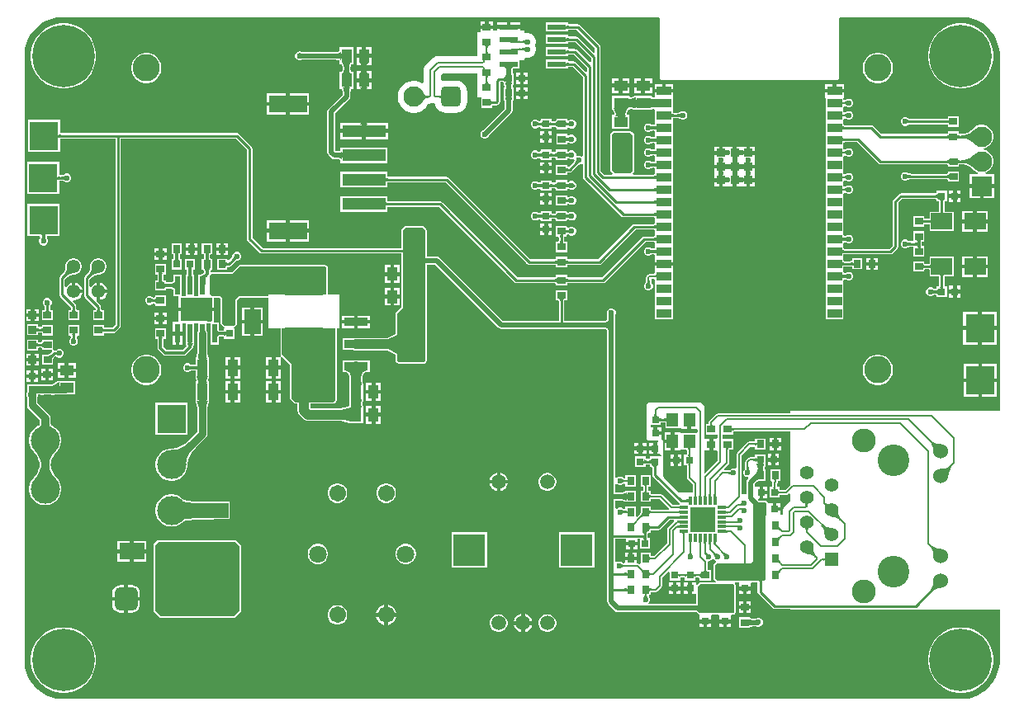
<source format=gbr>
%TF.GenerationSoftware,Altium Limited,Altium Designer,25.1.2 (22)*%
G04 Layer_Physical_Order=1*
G04 Layer_Color=255*
%FSLAX45Y45*%
%MOMM*%
%TF.SameCoordinates,6140C124-B29E-4EDD-BC75-2642A01B609D*%
%TF.FilePolarity,Positive*%
%TF.FileFunction,Copper,L1,Top,Signal*%
%TF.Part,Single*%
G01*
G75*
%TA.AperFunction,SMDPad,CuDef*%
%ADD10R,1.20000X1.40000*%
%ADD11R,1.97000X0.60000*%
G04:AMPARAMS|DCode=12|XSize=0.86mm|YSize=0.26mm|CornerRadius=0.0091mm|HoleSize=0mm|Usage=FLASHONLY|Rotation=0.000|XOffset=0mm|YOffset=0mm|HoleType=Round|Shape=RoundedRectangle|*
%AMROUNDEDRECTD12*
21,1,0.86000,0.24180,0,0,0.0*
21,1,0.84180,0.26000,0,0,0.0*
1,1,0.01820,0.42090,-0.12090*
1,1,0.01820,-0.42090,-0.12090*
1,1,0.01820,-0.42090,0.12090*
1,1,0.01820,0.42090,0.12090*
%
%ADD12ROUNDEDRECTD12*%
G04:AMPARAMS|DCode=13|XSize=0.86mm|YSize=0.26mm|CornerRadius=0.0091mm|HoleSize=0mm|Usage=FLASHONLY|Rotation=270.000|XOffset=0mm|YOffset=0mm|HoleType=Round|Shape=RoundedRectangle|*
%AMROUNDEDRECTD13*
21,1,0.86000,0.24180,0,0,270.0*
21,1,0.84180,0.26000,0,0,270.0*
1,1,0.01820,-0.12090,-0.42090*
1,1,0.01820,-0.12090,0.42090*
1,1,0.01820,0.12090,0.42090*
1,1,0.01820,0.12090,-0.42090*
%
%ADD13ROUNDEDRECTD13*%
%ADD14R,2.50000X2.50000*%
%TA.AperFunction,ConnectorPad*%
%ADD15R,1.50000X0.90000*%
%TA.AperFunction,BGAPad,CuDef*%
%ADD16R,0.90000X0.90000*%
%TA.AperFunction,SMDPad,CuDef*%
%ADD17R,2.48920X0.88900*%
%ADD18R,2.48920X3.20040*%
%ADD19R,0.60000X1.97000*%
%ADD20R,3.30000X2.41000*%
%ADD21R,3.00000X3.00000*%
%ADD22R,3.00000X3.00000*%
%ADD23R,2.20000X1.70000*%
%ADD24R,0.81280X0.76200*%
%ADD25R,0.76200X0.81280*%
%ADD26R,4.00000X2.70000*%
%ADD27R,3.90000X1.80000*%
%ADD28R,4.50000X1.30000*%
%ADD29R,1.44780X1.11760*%
%ADD30R,3.20000X1.50000*%
%ADD31R,2.50000X1.70000*%
%ADD32R,0.81280X0.81280*%
%ADD33R,1.70000X2.50000*%
%ADD34R,0.80000X0.75000*%
%ADD35R,1.11760X1.44780*%
%ADD36R,0.75000X0.80000*%
%ADD37R,1.11760X1.80340*%
%TA.AperFunction,Conductor*%
%ADD38C,0.50000*%
%ADD39C,0.25000*%
%ADD40C,0.20000*%
%ADD41C,0.75000*%
%ADD42C,1.00000*%
%ADD43C,1.52400*%
%ADD44C,0.25400*%
%ADD45C,0.50800*%
%ADD46C,0.30000*%
%ADD47C,0.20320*%
%TA.AperFunction,ComponentPad*%
%ADD48C,2.80000*%
%ADD49C,0.60000*%
%ADD50C,1.80000*%
%ADD51C,1.70790*%
%ADD52R,3.30000X3.30000*%
%ADD53C,1.49860*%
%ADD54R,3.00000X3.00000*%
%ADD55C,3.00000*%
%ADD56C,2.10000*%
G04:AMPARAMS|DCode=57|XSize=2.1mm|YSize=2.1mm|CornerRadius=0.525mm|HoleSize=0mm|Usage=FLASHONLY|Rotation=180.000|XOffset=0mm|YOffset=0mm|HoleType=Round|Shape=RoundedRectangle|*
%AMROUNDEDRECTD57*
21,1,2.10000,1.05000,0,0,180.0*
21,1,1.05000,2.10000,0,0,180.0*
1,1,1.05000,-0.52500,0.52500*
1,1,1.05000,0.52500,0.52500*
1,1,1.05000,0.52500,-0.52500*
1,1,1.05000,-0.52500,-0.52500*
%
%ADD57ROUNDEDRECTD57*%
G04:AMPARAMS|DCode=58|XSize=2.4mm|YSize=2.4mm|CornerRadius=0.6mm|HoleSize=0mm|Usage=FLASHONLY|Rotation=0.000|XOffset=0mm|YOffset=0mm|HoleType=Round|Shape=RoundedRectangle|*
%AMROUNDEDRECTD58*
21,1,2.40000,1.20000,0,0,0.0*
21,1,1.20000,2.40000,0,0,0.0*
1,1,1.20000,0.60000,-0.60000*
1,1,1.20000,-0.60000,-0.60000*
1,1,1.20000,-0.60000,0.60000*
1,1,1.20000,0.60000,0.60000*
%
%ADD58ROUNDEDRECTD58*%
%ADD59C,2.40000*%
%ADD60R,1.39800X1.39800*%
%ADD61C,1.39800*%
%ADD62C,1.53000*%
%ADD63C,2.44500*%
%ADD64C,3.25000*%
%ADD65R,2.10000X2.10000*%
%ADD66C,6.40000*%
%ADD67C,0.80000*%
%ADD68C,1.38100*%
%TA.AperFunction,ViaPad*%
%ADD69C,0.60000*%
G36*
X6504441Y7000000D02*
X6515764Y6988140D01*
Y6366140D01*
X6520520Y6354660D01*
X6532000Y6349904D01*
X8332000D01*
X8343481Y6354660D01*
X8348236Y6366140D01*
Y6984999D01*
X8351609Y6991673D01*
X8359560Y6999999D01*
X9599998D01*
X9626215Y7000000D01*
X9678202Y6993155D01*
X9728850Y6979584D01*
X9777294Y6959518D01*
X9822704Y6933301D01*
X9864303Y6901380D01*
X9901380Y6864303D01*
X9933301Y6822703D01*
X9959518Y6777293D01*
X9979584Y6728849D01*
X9993155Y6678201D01*
X9999999Y6626214D01*
X9999999Y6599997D01*
X9999998Y6599997D01*
X10000000Y6599996D01*
Y2960000D01*
X7850000D01*
Y2929629D01*
X7110000D01*
X7100245Y2927689D01*
X7091976Y2922164D01*
X7023980Y2854167D01*
X7018454Y2845898D01*
X7016514Y2836143D01*
Y2828095D01*
X7015773Y2826432D01*
X7015687Y2823128D01*
X7015526Y2821310D01*
X6986364D01*
Y2715110D01*
X7097643D01*
Y2715110D01*
X7111510Y2712374D01*
Y2683150D01*
X7102963Y2671690D01*
X7096510Y2671690D01*
X7061054D01*
Y2613270D01*
Y2554850D01*
X7096510D01*
X7102963Y2554850D01*
X7111510Y2543390D01*
Y2447181D01*
X6982348Y2318018D01*
X6968490Y2323758D01*
Y2548945D01*
X6981044Y2554850D01*
X6983490Y2554850D01*
X7022954D01*
Y2613270D01*
Y2671690D01*
X6983490D01*
X6981044Y2671690D01*
X6968490Y2677595D01*
Y3011510D01*
X6939999Y3040000D01*
X6400000Y3040000D01*
X6380000Y3020000D01*
Y2669573D01*
X6399573Y2650000D01*
X6495468D01*
X6499666Y2644460D01*
X6492213Y2629460D01*
X6486050D01*
Y2571640D01*
Y2513820D01*
X6518164D01*
X6528921Y2499483D01*
X6526703Y2490887D01*
X6522000Y2489140D01*
Y2489140D01*
X6412000D01*
Y2466518D01*
X6411451Y2466370D01*
X6409018Y2465967D01*
X6405807Y2465684D01*
X6401478Y2465570D01*
X6399934Y2464883D01*
X6382066D01*
X6380522Y2465570D01*
X6376194Y2465684D01*
X6372982Y2465967D01*
X6370549Y2466370D01*
X6370000Y2466518D01*
Y2489140D01*
X6260000D01*
Y2384140D01*
X6370000D01*
Y2406762D01*
X6370549Y2406909D01*
X6372982Y2407313D01*
X6376193Y2407596D01*
X6380522Y2407709D01*
X6382066Y2408397D01*
X6399934D01*
X6401478Y2407709D01*
X6405806Y2407596D01*
X6409018Y2407313D01*
X6411451Y2406909D01*
X6412000Y2406762D01*
Y2384140D01*
X6431100D01*
X6438757Y2368825D01*
Y2301141D01*
X6438757Y2301140D01*
X6440907Y2290332D01*
X6447029Y2281169D01*
X6711244Y2016954D01*
X6719053Y2011736D01*
X6719074Y2011466D01*
X6715236Y1997124D01*
X6712862Y1995832D01*
X6711209Y1995503D01*
X6711128Y1995517D01*
X6710851Y1995455D01*
X6699777Y1994682D01*
X6696641Y1994660D01*
X6694876Y1993914D01*
X6647134D01*
X6544091Y2096957D01*
X6535821Y2102483D01*
X6526067Y2104423D01*
X6429925D01*
X6428262Y2105164D01*
X6424958Y2105251D01*
X6423140Y2105411D01*
Y2134574D01*
X6396519D01*
X6396358Y2136398D01*
X6396271Y2139696D01*
X6395530Y2141359D01*
Y2175714D01*
X6396271Y2177377D01*
X6396358Y2180681D01*
X6396518Y2182499D01*
X6423140D01*
Y2293779D01*
X6316940D01*
Y2182499D01*
X6343563D01*
X6343723Y2180682D01*
X6343810Y2177377D01*
X6344551Y2175714D01*
Y2141359D01*
X6343810Y2139696D01*
X6343723Y2136398D01*
X6343562Y2134574D01*
X6316940D01*
Y2023294D01*
X6423140D01*
Y2052456D01*
X6424958Y2052616D01*
X6428262Y2052703D01*
X6429925Y2053444D01*
X6515509D01*
X6610038Y1958915D01*
X6603824Y1943915D01*
X6429925D01*
X6428262Y1944655D01*
X6424958Y1944742D01*
X6423140Y1944902D01*
Y1975368D01*
X6316940D01*
Y1910807D01*
X6316354Y1909633D01*
X6316210Y1907586D01*
X6315989Y1906276D01*
X6315618Y1904880D01*
X6315068Y1903369D01*
X6314310Y1901729D01*
X6313319Y1899958D01*
X6312068Y1898055D01*
X6310542Y1896035D01*
X6308725Y1893906D01*
X6306338Y1891396D01*
X6305682Y1889691D01*
X6283200Y1867210D01*
X6268200Y1873423D01*
Y1975368D01*
X6162000D01*
Y1960527D01*
X6160499Y1956964D01*
X6158483Y1954397D01*
X6155418Y1952023D01*
X6147000Y1947963D01*
X6146697Y1948042D01*
X6144427Y1948819D01*
X6142568Y1949643D01*
X6141087Y1950479D01*
X6139936Y1951302D01*
X6138318Y1952766D01*
X6135648Y1953719D01*
X6131490Y1957877D01*
X6114951Y1964728D01*
X6097049D01*
X6080510Y1957877D01*
X6072783Y1950151D01*
X6057783Y1956364D01*
Y2038150D01*
X6123396D01*
X6162000Y2026310D01*
X6162000Y2023293D01*
X6172544Y2023075D01*
X6174820Y2023293D01*
X6175057Y2023294D01*
X6177305Y2022362D01*
X6179553Y2023294D01*
X6268200D01*
Y2134574D01*
X6179553D01*
X6177305Y2135505D01*
X6175057Y2134574D01*
X6174820Y2134574D01*
X6172544Y2134792D01*
X6162000Y2134574D01*
Y2131557D01*
X6123397Y2119717D01*
X6057783D01*
Y2201503D01*
X6072783Y2207716D01*
X6080510Y2199990D01*
X6097049Y2193139D01*
X6114951D01*
X6131490Y2199990D01*
X6135648Y2204148D01*
X6138318Y2205101D01*
X6139936Y2206565D01*
X6141088Y2207389D01*
X6142568Y2208225D01*
X6144427Y2209048D01*
X6146697Y2209826D01*
X6147000Y2209904D01*
X6155589Y2205762D01*
X6156385Y2205152D01*
X6162000Y2197091D01*
Y2182499D01*
X6268200D01*
Y2293779D01*
X6162000D01*
Y2278939D01*
X6160499Y2275376D01*
X6158483Y2272809D01*
X6155418Y2270435D01*
X6147000Y2266375D01*
X6146697Y2266453D01*
X6144427Y2267230D01*
X6142568Y2268054D01*
X6141087Y2268891D01*
X6139936Y2269714D01*
X6138318Y2271178D01*
X6135648Y2272131D01*
X6131490Y2276288D01*
X6114951Y2283139D01*
X6097049D01*
X6080510Y2276288D01*
X6072783Y2268562D01*
X6057783Y2274775D01*
Y3836114D01*
X6057921Y3836318D01*
X6057783Y3837012D01*
Y3841994D01*
X6057921Y3842687D01*
X6057783Y3842891D01*
Y3944095D01*
X6061913Y3954065D01*
Y3971967D01*
X6055062Y3988506D01*
X6042403Y4001165D01*
X6025864Y4008016D01*
X6007962D01*
X5991423Y4001165D01*
X5978764Y3988506D01*
X5971913Y3971967D01*
Y3954065D01*
X5976216Y3943676D01*
Y3917891D01*
X5976079Y3917687D01*
X5976216Y3916993D01*
Y3916257D01*
X5975786Y3915356D01*
X5975338Y3906847D01*
X5974219Y3900502D01*
X5972540Y3895466D01*
X5970445Y3891575D01*
X5967962Y3888540D01*
X5964927Y3886057D01*
X5961036Y3883962D01*
X5956002Y3882284D01*
X5949656Y3881164D01*
X5941146Y3880716D01*
X5940245Y3880286D01*
X5535038D01*
Y4077755D01*
X5535730Y4079307D01*
X5535842Y4083561D01*
X5536119Y4086703D01*
X5536513Y4089078D01*
X5536607Y4089430D01*
X5562640D01*
Y4195630D01*
X5451360D01*
Y4089430D01*
X5477393D01*
X5477487Y4089078D01*
X5477881Y4086703D01*
X5478158Y4083561D01*
X5478270Y4079307D01*
X5478961Y4077755D01*
Y3880286D01*
X4903391D01*
X4254839Y4528838D01*
X4241608Y4537679D01*
X4226000Y4540784D01*
X4225999Y4540783D01*
X4123236D01*
Y4813000D01*
X4118480Y4824480D01*
X4091481Y4851481D01*
X4080000Y4856236D01*
X3910000D01*
X3898520Y4851481D01*
X3872520Y4825480D01*
X3867764Y4814000D01*
Y4628038D01*
X2441614D01*
X2338039Y4731614D01*
Y5650000D01*
X2335904Y5660730D01*
X2329826Y5669826D01*
X2198687Y5800966D01*
X2189590Y5807044D01*
X2178861Y5809178D01*
X375676D01*
X374123Y5809870D01*
X369874Y5809982D01*
X366745Y5810258D01*
X364398Y5810649D01*
X364000Y5810756D01*
Y5946139D01*
X34000D01*
Y5616140D01*
X364000D01*
Y5751523D01*
X364398Y5751630D01*
X366745Y5752022D01*
X369874Y5752297D01*
X374123Y5752409D01*
X375676Y5753101D01*
X931962D01*
Y3841614D01*
X903056Y3812708D01*
X826316D01*
X824762Y3813400D01*
X820514Y3813512D01*
X817385Y3813788D01*
X815040Y3814179D01*
X814640Y3814287D01*
Y3837770D01*
X703360D01*
Y3731570D01*
X814640D01*
Y3755053D01*
X815040Y3755161D01*
X817385Y3755552D01*
X820514Y3755828D01*
X824762Y3755939D01*
X826316Y3756631D01*
X914670D01*
X925400Y3758766D01*
X934496Y3764844D01*
X979826Y3810174D01*
X985905Y3819270D01*
X988039Y3830000D01*
Y5753101D01*
X2167247D01*
X2281961Y5638386D01*
Y4720000D01*
X2284096Y4709270D01*
X2290174Y4700174D01*
X2410174Y4580174D01*
X2419270Y4574096D01*
X2430000Y4571961D01*
X3867764D01*
Y4025725D01*
X3807519Y3965480D01*
X3802764Y3954000D01*
Y3746957D01*
X3722251Y3706700D01*
X3400410D01*
X3383441Y3704466D01*
X3374082Y3700590D01*
X3260950D01*
Y3581690D01*
X3374082D01*
X3383441Y3577813D01*
X3400410Y3575579D01*
X3722251D01*
X3802764Y3535322D01*
Y3473000D01*
X3807519Y3461519D01*
X3824519Y3444519D01*
X3836000Y3439764D01*
X4091928D01*
X4097547Y3442091D01*
X4103206Y3444320D01*
X4118277Y3458871D01*
X4118338Y3459012D01*
X4118480Y3459071D01*
X4120808Y3464690D01*
X4123233Y3470267D01*
X4123177Y3470410D01*
X4123236Y3470552D01*
Y4459216D01*
X4209107D01*
X4857659Y3810664D01*
X4870890Y3801823D01*
X4886498Y3798719D01*
X4886499Y3798719D01*
X5940245D01*
X5941146Y3798289D01*
X5949658Y3797841D01*
X5955999Y3796722D01*
X5961036Y3795043D01*
X5964927Y3792948D01*
X5967962Y3790465D01*
X5970445Y3787430D01*
X5972540Y3783539D01*
X5974219Y3778504D01*
X5975338Y3772158D01*
X5975786Y3763649D01*
X5976216Y3762748D01*
Y3762012D01*
X5976079Y3761319D01*
X5976216Y3761114D01*
Y2078332D01*
Y1675060D01*
Y1281782D01*
Y1120333D01*
Y999002D01*
X5976216Y999000D01*
X5979321Y983393D01*
X5988162Y970162D01*
X6055341Y902982D01*
X6055342Y902981D01*
X6068573Y894141D01*
X6084180Y891036D01*
X6887120D01*
X6894269Y889124D01*
X6894519Y888519D01*
X6912519Y870519D01*
X6918906Y867874D01*
X6920320Y853460D01*
X6920320Y851906D01*
Y814690D01*
X6980641D01*
X7040960D01*
Y850764D01*
X7040960Y853460D01*
X7047469Y865764D01*
X7116172Y865764D01*
X7122680Y850764D01*
Y814690D01*
X7183000D01*
X7243320D01*
Y850764D01*
X7243320Y853460D01*
X7249828Y865764D01*
X7268000D01*
X7279480Y870519D01*
X7285480Y876519D01*
X7290236Y888000D01*
Y1168000D01*
X7285480Y1179480D01*
X7281197Y1183764D01*
X7287410Y1198764D01*
X7313267D01*
X7325680Y1192519D01*
X7325680Y1183764D01*
Y1153750D01*
X7386000D01*
X7446320D01*
Y1183764D01*
X7458734Y1198764D01*
X7517092D01*
Y1097870D01*
X7519226Y1087140D01*
X7525304Y1078044D01*
X7670784Y932564D01*
X7679881Y926485D01*
X7690610Y924351D01*
X7850000D01*
Y920000D01*
X10000000D01*
Y400000D01*
Y373783D01*
X9993156Y321796D01*
X9979585Y271148D01*
X9959519Y222705D01*
X9933301Y177295D01*
X9901381Y135696D01*
X9864304Y98619D01*
X9822705Y66698D01*
X9777295Y40481D01*
X9728852Y20415D01*
X9678203Y6844D01*
X9626217Y0D01*
X399999D01*
X373782Y-0D01*
X321796Y6844D01*
X271148Y20415D01*
X222704Y40481D01*
X177295Y66698D01*
X135695Y98619D01*
X98619Y135695D01*
X66698Y177295D01*
X40481Y222704D01*
X20415Y271148D01*
X6844Y321796D01*
X-0Y373782D01*
X0Y399999D01*
Y6599999D01*
Y6626217D01*
X6844Y6678203D01*
X20415Y6728851D01*
X40481Y6777295D01*
X66698Y6822704D01*
X98619Y6864304D01*
X135696Y6901381D01*
X177295Y6933301D01*
X222705Y6959518D01*
X271149Y6979584D01*
X321797Y6993155D01*
X373783Y6999999D01*
X400000Y6999999D01*
X400000Y7000000D01*
X6504441Y7000000D01*
D02*
G37*
G36*
X348945Y5803765D02*
X349695Y5801640D01*
X350945Y5799765D01*
X352695Y5798140D01*
X354945Y5796765D01*
X357695Y5795639D01*
X360945Y5794765D01*
X364695Y5794140D01*
X368945Y5793765D01*
X373695Y5793639D01*
Y5768640D01*
X368945Y5768514D01*
X364695Y5768140D01*
X360945Y5767514D01*
X357695Y5766640D01*
X354945Y5765515D01*
X352695Y5764140D01*
X350945Y5762515D01*
X349695Y5760640D01*
X348945Y5758515D01*
X348695Y5756140D01*
Y5806140D01*
X348945Y5803765D01*
D02*
G37*
G36*
X5529625Y4104732D02*
X5527500Y4103930D01*
X5525625Y4102634D01*
X5524000Y4100844D01*
X5522625Y4098561D01*
X5521500Y4095784D01*
X5520625Y4092512D01*
X5520000Y4088747D01*
X5519625Y4084488D01*
X5519500Y4079735D01*
X5494500D01*
X5494375Y4084488D01*
X5494000Y4088747D01*
X5493375Y4092512D01*
X5492500Y4095784D01*
X5491375Y4098561D01*
X5490000Y4100844D01*
X5488375Y4102634D01*
X5486500Y4103930D01*
X5484375Y4104732D01*
X5482000Y4105040D01*
X5532000D01*
X5529625Y4104732D01*
D02*
G37*
G36*
X6042000Y3839503D02*
X5992000Y3764503D01*
X5991500Y3774003D01*
X5990000Y3782503D01*
X5987500Y3790003D01*
X5984000Y3796503D01*
X5979500Y3802003D01*
X5974000Y3806503D01*
X5967500Y3810003D01*
X5960000Y3812503D01*
X5951500Y3814003D01*
X5942000Y3814503D01*
Y3864503D01*
X5951500Y3865003D01*
X5960000Y3866503D01*
X5967500Y3869003D01*
X5974000Y3872503D01*
X5979500Y3877003D01*
X5984000Y3882503D01*
X5987500Y3889003D01*
X5990000Y3896502D01*
X5991500Y3905003D01*
X5992000Y3914502D01*
X6042000Y3839503D01*
D02*
G37*
G36*
X799585Y3807295D02*
X800335Y3805170D01*
X801585Y3803295D01*
X803335Y3801670D01*
X805585Y3800295D01*
X808335Y3799170D01*
X811585Y3798295D01*
X815335Y3797670D01*
X819585Y3797295D01*
X824335Y3797170D01*
Y3772170D01*
X819585Y3772045D01*
X815335Y3771670D01*
X811585Y3771045D01*
X808335Y3770170D01*
X805585Y3769045D01*
X803335Y3767670D01*
X801585Y3766045D01*
X800335Y3764170D01*
X799585Y3762045D01*
X799335Y3759670D01*
Y3809670D01*
X799585Y3807295D01*
D02*
G37*
G36*
X4107000Y4813000D02*
Y3470552D01*
X4091928Y3456000D01*
X3836000D01*
X3819000Y3473000D01*
Y3545357D01*
X3727435Y3591139D01*
Y3691140D01*
X3819000Y3736922D01*
Y3954000D01*
X3884000Y4019000D01*
Y4814000D01*
X3910000Y4840000D01*
X4080000D01*
X4107000Y4813000D01*
D02*
G37*
G36*
X6479100Y2918532D02*
X6479400Y2915123D01*
X6479900Y2912108D01*
X6480600Y2909486D01*
X6481500Y2907259D01*
X6482600Y2905425D01*
X6483900Y2903986D01*
X6485400Y2902940D01*
X6487100Y2902288D01*
X6489000Y2902031D01*
X6449000D01*
X6450900Y2902288D01*
X6452600Y2902940D01*
X6454100Y2903986D01*
X6455400Y2905425D01*
X6456500Y2907259D01*
X6457400Y2909486D01*
X6458100Y2912108D01*
X6458600Y2915123D01*
X6458900Y2918532D01*
X6459000Y2922335D01*
X6479000D01*
X6479100Y2918532D01*
D02*
G37*
G36*
X6586610Y2840140D02*
X6586302Y2842515D01*
X6585500Y2844640D01*
X6584205Y2846515D01*
X6582415Y2848140D01*
X6580131Y2849515D01*
X6577354Y2850640D01*
X6574083Y2851515D01*
X6570317Y2852140D01*
X6566058Y2852515D01*
X6561305Y2852640D01*
Y2877640D01*
X6566058Y2877765D01*
X6570317Y2878140D01*
X6574083Y2878765D01*
X6577354Y2879640D01*
X6580131Y2880765D01*
X6582415Y2882140D01*
X6584205Y2883765D01*
X6585500Y2885640D01*
X6586302Y2887765D01*
X6586610Y2890140D01*
Y2840140D01*
D02*
G37*
G36*
X6508698Y2887765D02*
X6509500Y2885640D01*
X6510796Y2883765D01*
X6512585Y2882140D01*
X6514869Y2880765D01*
X6517646Y2879640D01*
X6520918Y2878765D01*
X6524683Y2878140D01*
X6528942Y2877765D01*
X6533695Y2877640D01*
Y2852640D01*
X6528942Y2852515D01*
X6524683Y2852140D01*
X6520918Y2851515D01*
X6517646Y2850640D01*
X6514869Y2849515D01*
X6512585Y2848140D01*
X6510796Y2846515D01*
X6509500Y2844640D01*
X6508698Y2842515D01*
X6508390Y2840140D01*
Y2890140D01*
X6508698Y2887765D01*
D02*
G37*
G36*
X7052104Y2822202D02*
X7052404Y2818793D01*
X7052904Y2815778D01*
X7053604Y2813156D01*
X7054504Y2810929D01*
X7055604Y2809095D01*
X7056904Y2807656D01*
X7058404Y2806610D01*
X7060104Y2805958D01*
X7062004Y2805701D01*
X7022004D01*
X7023904Y2805958D01*
X7025604Y2806610D01*
X7027104Y2807656D01*
X7028404Y2809095D01*
X7029504Y2810929D01*
X7030404Y2813156D01*
X7031104Y2815778D01*
X7031604Y2818793D01*
X7031904Y2822202D01*
X7032004Y2826005D01*
X7052004D01*
X7052104Y2822202D01*
D02*
G37*
G36*
X6835051Y2774820D02*
X6896320D01*
X6902510Y2762384D01*
Y2738565D01*
X6891000Y2730140D01*
X6741320D01*
X6741000Y2730140D01*
X6726320Y2730911D01*
Y2735460D01*
X6665051D01*
Y2645139D01*
Y2554820D01*
X6726320D01*
Y2559369D01*
X6741000Y2560140D01*
X6741320Y2560140D01*
X6789523D01*
X6789683Y2558323D01*
X6789770Y2555018D01*
X6790511Y2553355D01*
Y2511925D01*
X6789770Y2510262D01*
X6789683Y2506958D01*
X6789523Y2505140D01*
X6763500D01*
Y2395140D01*
X6791023D01*
X6791183Y2393323D01*
X6791270Y2390018D01*
X6792011Y2388355D01*
Y2273640D01*
X6793951Y2263885D01*
X6799476Y2255616D01*
X6852510Y2202582D01*
Y2130425D01*
X6847500Y2117500D01*
X6711795D01*
X6554083Y2275212D01*
X6550001Y2288713D01*
X6550000D01*
Y2651640D01*
X6548980Y2652660D01*
X6539171Y2662469D01*
X6529320Y2672321D01*
X6529320Y2672320D01*
X6529320Y2672321D01*
Y2711090D01*
X6469000D01*
Y2730140D01*
X6449950D01*
Y2787960D01*
X6420000D01*
Y2812640D01*
X6524000D01*
Y2835533D01*
X6524352Y2835627D01*
X6526727Y2836021D01*
X6529869Y2836298D01*
X6534122Y2836410D01*
X6535675Y2837102D01*
X6559325D01*
X6560878Y2836410D01*
X6565132Y2836298D01*
X6568273Y2836021D01*
X6570648Y2835627D01*
X6571000Y2835533D01*
Y2780140D01*
X6721000D01*
Y2780140D01*
X6735680Y2779369D01*
Y2774820D01*
X6796951D01*
Y2865141D01*
X6835051D01*
Y2774820D01*
D02*
G37*
G36*
X7252992Y2786310D02*
X7253644Y2784610D01*
X7254689Y2783110D01*
X7256129Y2781810D01*
X7257962Y2780710D01*
X7260190Y2779810D01*
X7262811Y2779110D01*
X7265826Y2778610D01*
X7269235Y2778310D01*
X7273039Y2778210D01*
Y2758210D01*
X7269235Y2758110D01*
X7265826Y2757810D01*
X7262811Y2757310D01*
X7260190Y2756610D01*
X7257962Y2755710D01*
X7256129Y2754610D01*
X7254689Y2753310D01*
X7253644Y2751810D01*
X7252992Y2750110D01*
X7252734Y2748210D01*
Y2788210D01*
X7252992Y2786310D01*
D02*
G37*
G36*
X7507640Y2594737D02*
X7507382Y2596637D01*
X7506730Y2598337D01*
X7505684Y2599837D01*
X7504245Y2601137D01*
X7502411Y2602237D01*
X7500184Y2603137D01*
X7497562Y2603837D01*
X7494547Y2604337D01*
X7491138Y2604637D01*
X7487335Y2604737D01*
Y2624737D01*
X7491138Y2624837D01*
X7494547Y2625137D01*
X7497562Y2625637D01*
X7500184Y2626337D01*
X7502411Y2627237D01*
X7504245Y2628337D01*
X7505684Y2629637D01*
X7506730Y2631137D01*
X7507382Y2632837D01*
X7507640Y2634737D01*
Y2594737D01*
D02*
G37*
G36*
X7850000Y2196419D02*
X7798972Y2145391D01*
X7749698D01*
X7748042Y2146128D01*
X7744683Y2146216D01*
X7742600Y2146400D01*
Y2174738D01*
X7716762D01*
X7716579Y2176815D01*
X7716490Y2180180D01*
X7715753Y2181835D01*
Y2206614D01*
X7718210Y2209071D01*
X7723770Y2217393D01*
X7725723Y2227210D01*
Y2234300D01*
X7726461Y2235956D01*
X7726549Y2239320D01*
X7726732Y2241398D01*
X7753170D01*
Y2352678D01*
X7646970D01*
Y2241398D01*
X7657942D01*
X7666330Y2227174D01*
X7666269Y2226398D01*
X7664447Y2217240D01*
Y2181835D01*
X7663710Y2180180D01*
X7663621Y2176815D01*
X7663438Y2174738D01*
X7637600D01*
Y2064738D01*
X7742600D01*
Y2093075D01*
X7744683Y2093259D01*
X7748042Y2093347D01*
X7749698Y2094085D01*
X7809598D01*
X7819415Y2096037D01*
X7827737Y2101598D01*
X7836142Y2110003D01*
X7850000Y2104263D01*
Y2026473D01*
X7847130Y2025284D01*
X7832507Y2014064D01*
X7795172Y1976729D01*
X7783952Y1962107D01*
X7776899Y1945078D01*
X7774493Y1926805D01*
Y1892571D01*
X7762331Y1887297D01*
X7747920Y1894035D01*
Y1929988D01*
X7690100D01*
Y1949038D01*
X7671050D01*
Y2009358D01*
X7638123Y2009358D01*
X7632270Y2009948D01*
X7623553Y2016034D01*
X7620889Y2018072D01*
X7605480Y2033481D01*
X7594000Y2038236D01*
X7531030D01*
X7526270Y2044418D01*
X7533652Y2059418D01*
X7536050D01*
Y2119738D01*
Y2180058D01*
X7497280D01*
X7484784Y2186102D01*
Y2207107D01*
X7486860Y2209183D01*
X7487887Y2209579D01*
X7494636Y2215993D01*
X7500996Y2221407D01*
X7507243Y2226106D01*
X7513371Y2230107D01*
X7519361Y2233425D01*
X7525221Y2236090D01*
X7530947Y2238126D01*
X7536556Y2239564D01*
X7542079Y2240433D01*
X7548356Y2240799D01*
X7549593Y2241398D01*
X7598230D01*
Y2333219D01*
X7598828Y2334101D01*
X7598504Y2335787D01*
X7599161Y2337373D01*
X7598230Y2339621D01*
Y2352678D01*
X7589463D01*
X7589059Y2353970D01*
X7588271Y2357734D01*
X7587413Y2367788D01*
X7595304Y2400139D01*
X7597631D01*
X7598100Y2411597D01*
X7597792Y2413586D01*
X7598561Y2415445D01*
X7597630Y2417693D01*
Y2510140D01*
X7492630D01*
Y2485640D01*
X7484770Y2481710D01*
X7480736Y2481448D01*
X7472080Y2481375D01*
X7470322Y2480630D01*
X7441140D01*
X7431386Y2478689D01*
X7423116Y2473164D01*
X7397976Y2448024D01*
X7392451Y2439754D01*
X7390510Y2430000D01*
Y2381465D01*
X7389768Y2379777D01*
X7389666Y2375101D01*
X7389393Y2371161D01*
X7388957Y2367635D01*
X7388379Y2364523D01*
X7387686Y2361837D01*
X7386909Y2359567D01*
X7386085Y2357708D01*
X7385249Y2356227D01*
X7384426Y2355076D01*
X7382962Y2353458D01*
X7382008Y2350788D01*
X7377851Y2346630D01*
X7371000Y2330091D01*
Y2312189D01*
X7377851Y2295649D01*
X7390509Y2282991D01*
X7407049Y2276140D01*
X7417250D01*
X7423463Y2261140D01*
X7415162Y2252839D01*
X7406321Y2239607D01*
X7403216Y2224000D01*
X7403217Y2223999D01*
Y2110164D01*
X7391316Y2101032D01*
X7389458Y2101530D01*
X7365761D01*
X7364390Y2101163D01*
X7352489Y2110294D01*
Y2500582D01*
X7441155Y2589247D01*
X7485245D01*
X7486908Y2588507D01*
X7490212Y2588420D01*
X7492030Y2588260D01*
Y2559097D01*
X7598230D01*
Y2670377D01*
X7492030D01*
Y2641214D01*
X7490213Y2641054D01*
X7486908Y2640967D01*
X7485245Y2640227D01*
X7430597D01*
X7420843Y2638286D01*
X7412573Y2632761D01*
X7308976Y2529164D01*
X7303450Y2520894D01*
X7301510Y2511140D01*
Y2374860D01*
X7286510Y2364837D01*
X7280951Y2367140D01*
X7263049D01*
X7246510Y2360289D01*
X7238885Y2352665D01*
X7236219Y2351383D01*
X7234931Y2349944D01*
X7234176Y2349299D01*
X7233094Y2348587D01*
X7231608Y2347835D01*
X7229663Y2347087D01*
X7227231Y2346393D01*
X7224553Y2345848D01*
X7216811Y2345049D01*
X7212353Y2344945D01*
X7211577Y2344603D01*
X7210760Y2344830D01*
X7209652Y2344203D01*
X7177324D01*
X7171111Y2359203D01*
X7220770Y2408862D01*
X7226295Y2417131D01*
X7228236Y2426886D01*
Y2553385D01*
X7228976Y2555048D01*
X7229063Y2558352D01*
X7229223Y2560170D01*
X7268343D01*
Y2666370D01*
X7162490D01*
Y2715110D01*
X7268343D01*
Y2741733D01*
X7270161Y2741893D01*
X7273466Y2741980D01*
X7275128Y2742720D01*
X7850000D01*
Y2196419D01*
D02*
G37*
G36*
X7220846Y2575522D02*
X7219146Y2574870D01*
X7217646Y2573824D01*
X7216346Y2572385D01*
X7215246Y2570551D01*
X7214346Y2568324D01*
X7213646Y2565702D01*
X7213146Y2562687D01*
X7212846Y2559278D01*
X7212746Y2555475D01*
X7192746D01*
X7192646Y2559278D01*
X7192346Y2562687D01*
X7191846Y2565702D01*
X7191146Y2568324D01*
X7190246Y2570551D01*
X7189146Y2572385D01*
X7187846Y2573824D01*
X7186346Y2574870D01*
X7184646Y2575522D01*
X7182746Y2575780D01*
X7222746D01*
X7220846Y2575522D01*
D02*
G37*
G36*
X6834100Y2575492D02*
X6832400Y2574840D01*
X6830900Y2573794D01*
X6829600Y2572355D01*
X6828500Y2570521D01*
X6827600Y2568294D01*
X6826900Y2565672D01*
X6826400Y2562657D01*
X6826100Y2559248D01*
X6826000Y2555445D01*
X6806000D01*
X6805900Y2559248D01*
X6805600Y2562657D01*
X6805100Y2565672D01*
X6804400Y2568294D01*
X6803500Y2570521D01*
X6802400Y2572355D01*
X6801100Y2573794D01*
X6799600Y2574840D01*
X6797900Y2575492D01*
X6796000Y2575750D01*
X6836000D01*
X6834100Y2575492D01*
D02*
G37*
G36*
X9304350Y2646548D02*
X9312794Y2639952D01*
X9321679Y2634146D01*
X9331006Y2629131D01*
X9340774Y2624906D01*
X9350983Y2621471D01*
X9361634Y2618827D01*
X9372726Y2616973D01*
X9384260Y2615909D01*
X9396235Y2615636D01*
X9320504Y2539905D01*
X9320231Y2551880D01*
X9319167Y2563414D01*
X9317313Y2574506D01*
X9314669Y2585157D01*
X9311234Y2595366D01*
X9307009Y2605134D01*
X9301994Y2614461D01*
X9296188Y2623346D01*
X9289592Y2631790D01*
X9282206Y2639792D01*
X9296348Y2653934D01*
X9304350Y2646548D01*
D02*
G37*
G36*
X6826100Y2506032D02*
X6826400Y2502623D01*
X6826900Y2499608D01*
X6827600Y2496986D01*
X6828500Y2494759D01*
X6829600Y2492925D01*
X6830900Y2491486D01*
X6832400Y2490440D01*
X6834100Y2489788D01*
X6836000Y2489530D01*
X6796000D01*
X6797900Y2489788D01*
X6799600Y2490440D01*
X6801100Y2491486D01*
X6802400Y2492925D01*
X6803500Y2494759D01*
X6804400Y2496986D01*
X6805100Y2499608D01*
X6805600Y2502623D01*
X6805900Y2506032D01*
X6806000Y2509835D01*
X6826000D01*
X6826100Y2506032D01*
D02*
G37*
G36*
X7507935Y2466941D02*
X7509803Y2467062D01*
X7514929Y2467908D01*
X7519258Y2468907D01*
X7522790Y2470061D01*
X7525525Y2471368D01*
X7527463Y2472828D01*
Y2437451D01*
X7525525Y2438912D01*
X7522790Y2440219D01*
X7519258Y2441373D01*
X7514929Y2442372D01*
X7509803Y2443218D01*
X7507935Y2443399D01*
Y2435140D01*
X7488658Y2444778D01*
X7481328Y2445063D01*
X7472217Y2445140D01*
Y2465140D01*
X7481328Y2465217D01*
X7489096Y2465720D01*
X7507935Y2475140D01*
Y2466941D01*
D02*
G37*
G36*
X6427610Y2411240D02*
X6427298Y2413653D01*
X6426484Y2415812D01*
X6425168Y2417717D01*
X6423351Y2419368D01*
X6421031Y2420765D01*
X6418210Y2421908D01*
X6414886Y2422797D01*
X6411061Y2423432D01*
X6406734Y2423813D01*
X6401905Y2423940D01*
Y2449340D01*
X6406734Y2449467D01*
X6411061Y2449848D01*
X6414886Y2450483D01*
X6418210Y2451372D01*
X6421031Y2452515D01*
X6423351Y2453912D01*
X6425168Y2455563D01*
X6426484Y2457468D01*
X6427298Y2459627D01*
X6427610Y2462040D01*
Y2411240D01*
D02*
G37*
G36*
X6354702Y2459627D02*
X6355516Y2457468D01*
X6356832Y2455563D01*
X6358649Y2453912D01*
X6360969Y2452515D01*
X6363790Y2451372D01*
X6367114Y2450483D01*
X6370939Y2449848D01*
X6375266Y2449467D01*
X6380095Y2449340D01*
Y2423940D01*
X6375266Y2423813D01*
X6370939Y2423432D01*
X6367114Y2422797D01*
X6363790Y2421908D01*
X6360969Y2420765D01*
X6358649Y2419368D01*
X6356832Y2417717D01*
X6355516Y2415812D01*
X6354702Y2413653D01*
X6354390Y2411240D01*
Y2462040D01*
X6354702Y2459627D01*
D02*
G37*
G36*
X6835600Y2410492D02*
X6833900Y2409840D01*
X6832400Y2408794D01*
X6831100Y2407355D01*
X6830000Y2405521D01*
X6829100Y2403294D01*
X6828400Y2400672D01*
X6827900Y2397657D01*
X6827600Y2394248D01*
X6827500Y2390445D01*
X6807500D01*
X6807400Y2394248D01*
X6807100Y2397657D01*
X6806600Y2400672D01*
X6805900Y2403294D01*
X6805000Y2405521D01*
X6803900Y2407355D01*
X6802600Y2408794D01*
X6801100Y2409840D01*
X6799400Y2410492D01*
X6797500Y2410750D01*
X6837500D01*
X6835600Y2410492D01*
D02*
G37*
G36*
X6479700Y2374045D02*
X6454300D01*
X6441600Y2399445D01*
X6492400D01*
X6479700Y2374045D01*
D02*
G37*
G36*
X7426110Y2374362D02*
X7426990Y2365154D01*
X7427760Y2361009D01*
X7428750Y2357170D01*
X7429960Y2353637D01*
X7431390Y2350410D01*
X7433040Y2347489D01*
X7434910Y2344873D01*
X7437000Y2342564D01*
X7395000D01*
X7397090Y2344873D01*
X7398960Y2347489D01*
X7400610Y2350410D01*
X7402040Y2353637D01*
X7403250Y2357170D01*
X7404240Y2361009D01*
X7405010Y2365154D01*
X7405560Y2369605D01*
X7405890Y2374362D01*
X7406000Y2379424D01*
X7426000D01*
X7426110Y2374362D01*
D02*
G37*
G36*
X7571011Y2369054D02*
X7572177Y2355373D01*
X7573329Y2349873D01*
X7574736Y2345373D01*
X7576400Y2341873D01*
X7578319Y2339373D01*
X7580494Y2337873D01*
X7582925Y2337373D01*
X7507335D01*
X7509766Y2337873D01*
X7511941Y2339373D01*
X7513861Y2341873D01*
X7515524Y2345373D01*
X7516931Y2349873D01*
X7518083Y2355373D01*
X7518979Y2361873D01*
X7519399Y2368443D01*
X7507935Y2415445D01*
X7582325D01*
X7571011Y2369054D01*
D02*
G37*
G36*
X7253114Y2298831D02*
X7250539Y2300708D01*
X7247693Y2302389D01*
X7244576Y2303871D01*
X7241188Y2305156D01*
X7237530Y2306243D01*
X7233600Y2307132D01*
X7229399Y2307824D01*
X7224928Y2308318D01*
X7215172Y2308714D01*
X7212729Y2328714D01*
X7217833Y2328832D01*
X7227012Y2329779D01*
X7231086Y2330608D01*
X7234816Y2331674D01*
X7238203Y2332977D01*
X7241247Y2334516D01*
X7243947Y2336293D01*
X7246304Y2338306D01*
X7248317Y2340556D01*
X7253114Y2298831D01*
D02*
G37*
G36*
X9511794Y2385792D02*
X9504408Y2377790D01*
X9497812Y2369346D01*
X9492006Y2360461D01*
X9486991Y2351134D01*
X9482766Y2341366D01*
X9479331Y2331157D01*
X9476687Y2320506D01*
X9474833Y2309414D01*
X9473769Y2297880D01*
X9473496Y2285905D01*
X9397765Y2361636D01*
X9409740Y2361909D01*
X9421274Y2362973D01*
X9432366Y2364827D01*
X9443017Y2367471D01*
X9453226Y2370906D01*
X9462994Y2375131D01*
X9472321Y2380146D01*
X9481206Y2385952D01*
X9489650Y2392548D01*
X9497652Y2399934D01*
X9511794Y2385792D01*
D02*
G37*
G36*
X7718460Y2256746D02*
X7716733Y2256085D01*
X7715209Y2255023D01*
X7713888Y2253561D01*
X7712770Y2251699D01*
X7711856Y2249436D01*
X7711145Y2246773D01*
X7710637Y2243710D01*
X7710332Y2240246D01*
X7710230Y2236382D01*
X7689910D01*
X7689809Y2240246D01*
X7689504Y2243710D01*
X7688996Y2246773D01*
X7688285Y2249436D01*
X7687370Y2251699D01*
X7686253Y2253561D01*
X7684932Y2255023D01*
X7683408Y2256085D01*
X7681681Y2256746D01*
X7679750Y2257007D01*
X7720390D01*
X7718460Y2256746D01*
D02*
G37*
G36*
X7547413Y2257007D02*
X7540342Y2256596D01*
X7533271Y2255483D01*
X7526200Y2253670D01*
X7519129Y2251155D01*
X7512058Y2247940D01*
X7504987Y2244023D01*
X7497915Y2239406D01*
X7490845Y2234087D01*
X7483773Y2228068D01*
X7476702Y2221347D01*
X7471980Y2287335D01*
X7478697Y2294199D01*
X7494607Y2312312D01*
X7498496Y2317522D01*
X7501678Y2322319D01*
X7504153Y2326703D01*
X7505921Y2330673D01*
X7506981Y2334230D01*
X7507335Y2337373D01*
X7547413Y2257007D01*
D02*
G37*
G36*
X6129733Y2257049D02*
X6132349Y2255179D01*
X6135270Y2253529D01*
X6138497Y2252099D01*
X6142030Y2250889D01*
X6145869Y2249899D01*
X6150014Y2249129D01*
X6154465Y2248579D01*
X6159222Y2248249D01*
X6160461Y2248222D01*
X6161108Y2248239D01*
X6164517Y2248539D01*
X6167532Y2249039D01*
X6170154Y2249739D01*
X6172381Y2250639D01*
X6174215Y2251739D01*
X6175654Y2253039D01*
X6176700Y2254539D01*
X6177352Y2256239D01*
X6177610Y2258139D01*
Y2218139D01*
X6177352Y2220039D01*
X6176700Y2221739D01*
X6175654Y2223239D01*
X6174215Y2224539D01*
X6172381Y2225639D01*
X6170154Y2226539D01*
X6167532Y2227239D01*
X6164517Y2227739D01*
X6161108Y2228039D01*
X6160461Y2228056D01*
X6159222Y2228029D01*
X6150014Y2227149D01*
X6145869Y2226379D01*
X6142030Y2225389D01*
X6138497Y2224179D01*
X6135270Y2222749D01*
X6132349Y2221099D01*
X6129733Y2219229D01*
X6127424Y2217139D01*
Y2259139D01*
X6129733Y2257049D01*
D02*
G37*
G36*
X6388140Y2197851D02*
X6386440Y2197199D01*
X6384940Y2196153D01*
X6383640Y2194714D01*
X6382540Y2192880D01*
X6381640Y2190653D01*
X6380940Y2188031D01*
X6380440Y2185016D01*
X6380140Y2181607D01*
X6380040Y2177804D01*
X6360040D01*
X6359940Y2181607D01*
X6359640Y2185016D01*
X6359140Y2188031D01*
X6358440Y2190653D01*
X6357540Y2192880D01*
X6356440Y2194714D01*
X6355140Y2196153D01*
X6353640Y2197199D01*
X6351940Y2197851D01*
X6350040Y2198109D01*
X6390040D01*
X6388140Y2197851D01*
D02*
G37*
G36*
X7700362Y2175889D02*
X7700666Y2172425D01*
X7701174Y2169362D01*
X7701886Y2166699D01*
X7702800Y2164437D01*
X7703918Y2162574D01*
X7705238Y2161112D01*
X7706762Y2160051D01*
X7708490Y2159389D01*
X7710420Y2159128D01*
X7669780D01*
X7671710Y2159389D01*
X7673438Y2160051D01*
X7674962Y2161112D01*
X7676282Y2162574D01*
X7677400Y2164437D01*
X7678314Y2166699D01*
X7679026Y2169362D01*
X7679534Y2172425D01*
X7679838Y2175889D01*
X7679940Y2179753D01*
X7700260D01*
X7700362Y2175889D01*
D02*
G37*
G36*
X6380140Y2135469D02*
X6380440Y2132069D01*
X6380940Y2129069D01*
X6381640Y2126469D01*
X6382540Y2124269D01*
X6383640Y2122469D01*
X6384940Y2121069D01*
X6386440Y2120069D01*
X6388140Y2119469D01*
X6390040Y2119269D01*
X6350040D01*
X6351940Y2119469D01*
X6353640Y2120069D01*
X6355140Y2121069D01*
X6356440Y2122469D01*
X6357540Y2124269D01*
X6358440Y2126469D01*
X6359140Y2129069D01*
X6359640Y2132069D01*
X6359940Y2135469D01*
X6360040Y2139269D01*
X6380040D01*
X6380140Y2135469D01*
D02*
G37*
G36*
X7727498Y2138127D02*
X7728108Y2136400D01*
X7729124Y2134876D01*
X7730546Y2133555D01*
X7732375Y2132438D01*
X7734610Y2131523D01*
X7737252Y2130812D01*
X7740300Y2130304D01*
X7743754Y2129999D01*
X7747615Y2129898D01*
Y2109578D01*
X7743754Y2109476D01*
X7740300Y2109171D01*
X7737252Y2108663D01*
X7734610Y2107952D01*
X7732375Y2107038D01*
X7730546Y2105920D01*
X7729124Y2104599D01*
X7728108Y2103075D01*
X7727498Y2101348D01*
X7727295Y2099418D01*
Y2140058D01*
X7727498Y2138127D01*
D02*
G37*
G36*
X7088026Y2096023D02*
X7088919Y2083216D01*
X7089251Y2081739D01*
X7089634Y2080624D01*
X7090068Y2079870D01*
X7090553Y2079478D01*
X7065447D01*
X7065932Y2079870D01*
X7066366Y2080624D01*
X7066749Y2081739D01*
X7067081Y2083216D01*
X7067362Y2085054D01*
X7067770Y2089816D01*
X7067974Y2096023D01*
X7068000Y2099670D01*
X7088000D01*
X7088026Y2096023D01*
D02*
G37*
G36*
X7038026D02*
X7038919Y2083216D01*
X7039251Y2081739D01*
X7039634Y2080624D01*
X7040068Y2079870D01*
X7040553Y2079478D01*
X7015447D01*
X7015932Y2079870D01*
X7016366Y2080624D01*
X7016749Y2081739D01*
X7017081Y2083216D01*
X7017362Y2085054D01*
X7017770Y2089816D01*
X7017975Y2096023D01*
X7018000Y2099670D01*
X7038000D01*
X7038026Y2096023D01*
D02*
G37*
G36*
X6988026D02*
X6988919Y2083216D01*
X6989251Y2081739D01*
X6989634Y2080624D01*
X6990068Y2079870D01*
X6990553Y2079478D01*
X6965447D01*
X6965932Y2079870D01*
X6966366Y2080624D01*
X6966749Y2081739D01*
X6967081Y2083216D01*
X6967362Y2085054D01*
X6967770Y2089816D01*
X6967974Y2096023D01*
X6968000Y2099670D01*
X6988000D01*
X6988026Y2096023D01*
D02*
G37*
G36*
X6938026D02*
X6938919Y2083216D01*
X6939251Y2081739D01*
X6939634Y2080624D01*
X6940068Y2079870D01*
X6940553Y2079478D01*
X6915447D01*
X6915932Y2079870D01*
X6916366Y2080624D01*
X6916749Y2081739D01*
X6917081Y2083216D01*
X6917362Y2085054D01*
X6917770Y2089816D01*
X6917974Y2096023D01*
X6918000Y2099670D01*
X6938000D01*
X6938026Y2096023D01*
D02*
G37*
G36*
X6888026D02*
X6888919Y2083216D01*
X6889251Y2081739D01*
X6889634Y2080624D01*
X6890068Y2079870D01*
X6890553Y2079478D01*
X6865447D01*
X6865932Y2079870D01*
X6866366Y2080624D01*
X6866749Y2081739D01*
X6867081Y2083216D01*
X6867362Y2085054D01*
X6867770Y2089816D01*
X6867974Y2096023D01*
X6868000Y2099670D01*
X6888000D01*
X6888026Y2096023D01*
D02*
G37*
G36*
X6407789Y2097034D02*
X6408441Y2095334D01*
X6409486Y2093834D01*
X6410926Y2092534D01*
X6412759Y2091433D01*
X6414987Y2090534D01*
X6417608Y2089834D01*
X6420623Y2089334D01*
X6424032Y2089034D01*
X6427836Y2088934D01*
Y2068934D01*
X6424032Y2068834D01*
X6420623Y2068534D01*
X6417608Y2068034D01*
X6414987Y2067334D01*
X6412759Y2066434D01*
X6410926Y2065334D01*
X6409486Y2064034D01*
X6408441Y2062534D01*
X6407789Y2060834D01*
X6407531Y2058934D01*
Y2098934D01*
X6407789Y2097034D01*
D02*
G37*
G36*
X6177305Y2038598D02*
X6127305Y2053934D01*
Y2103934D01*
X6177305Y2119269D01*
Y2038598D01*
D02*
G37*
G36*
X6815560Y2011525D02*
X6815248Y2013938D01*
X6814434Y2016097D01*
X6813118Y2018002D01*
X6811301Y2019653D01*
X6808981Y2021050D01*
X6806160Y2022193D01*
X6802837Y2023082D01*
X6799011Y2023717D01*
X6794684Y2024098D01*
X6789855Y2024225D01*
Y2049625D01*
X6794684Y2049752D01*
X6799011Y2050133D01*
X6802837Y2050768D01*
X6806160Y2051657D01*
X6808981Y2052800D01*
X6811301Y2054197D01*
X6813118Y2055848D01*
X6814434Y2057753D01*
X6815248Y2059912D01*
X6815560Y2062325D01*
Y2011525D01*
D02*
G37*
G36*
X8030551Y1997876D02*
X8030018Y1997589D01*
X8029541Y1996935D01*
X8029121Y1995913D01*
X8028756Y1994523D01*
X8028448Y1992765D01*
X8028196Y1990639D01*
X8027859Y1985283D01*
X8027747Y1978456D01*
X8007747D01*
X8007719Y1982067D01*
X8007049Y1992825D01*
X8006741Y1994591D01*
X8006378Y1995989D01*
X8005959Y1997018D01*
X8005483Y1997677D01*
X8004952Y1997968D01*
X8030551Y1997876D01*
D02*
G37*
G36*
X8214311Y2011822D02*
X8221124Y2006009D01*
X8224192Y2003816D01*
X8227035Y2002098D01*
X8229652Y2000855D01*
X8232044Y2000088D01*
X8234211Y1999797D01*
X8236152Y1999981D01*
X8237867Y2000640D01*
X8211000Y1973773D01*
X8211659Y1975488D01*
X8211843Y1977429D01*
X8211552Y1979595D01*
X8210784Y1981987D01*
X8209542Y1984605D01*
X8207824Y1987448D01*
X8205631Y1990516D01*
X8202962Y1993810D01*
X8196198Y2001073D01*
X8210567Y2015441D01*
X8214311Y2011822D01*
D02*
G37*
G36*
X7189445Y1980493D02*
X7190199Y1980059D01*
X7191314Y1979676D01*
X7192791Y1979344D01*
X7194630Y1979063D01*
X7199391Y1978655D01*
X7205599Y1978450D01*
X7209245Y1978425D01*
Y1958425D01*
X7205599Y1958399D01*
X7192791Y1957506D01*
X7191314Y1957174D01*
X7190199Y1956791D01*
X7189445Y1956357D01*
X7189053Y1955872D01*
Y1980978D01*
X7189445Y1980493D01*
D02*
G37*
G36*
X6716947Y1955872D02*
X6716555Y1956357D01*
X6715801Y1956791D01*
X6714686Y1957174D01*
X6713209Y1957506D01*
X6711371Y1957787D01*
X6706609Y1958195D01*
X6700401Y1958399D01*
X6696755Y1958425D01*
Y1978425D01*
X6700401Y1978450D01*
X6713209Y1979344D01*
X6714686Y1979676D01*
X6715801Y1980059D01*
X6716555Y1980493D01*
X6716947Y1980978D01*
Y1955872D01*
D02*
G37*
G36*
Y1905872D02*
X6716555Y1906357D01*
X6715801Y1906791D01*
X6714686Y1907174D01*
X6713209Y1907506D01*
X6711371Y1907787D01*
X6706609Y1908195D01*
X6700401Y1908399D01*
X6696755Y1908425D01*
Y1928425D01*
X6700401Y1928451D01*
X6713209Y1929344D01*
X6714686Y1929676D01*
X6715801Y1930059D01*
X6716555Y1930493D01*
X6716947Y1930978D01*
Y1905872D01*
D02*
G37*
G36*
X7189818Y1929543D02*
X7190861Y1928259D01*
X7192183Y1927126D01*
X7193785Y1926144D01*
X7195664Y1925313D01*
X7197823Y1924633D01*
X7200260Y1924104D01*
X7202976Y1923727D01*
X7205971Y1923500D01*
X7209245Y1923425D01*
Y1903425D01*
X7188590Y1905680D01*
X7189053Y1930978D01*
X7189818Y1929543D01*
D02*
G37*
G36*
X6129733Y1938638D02*
X6132349Y1936768D01*
X6135270Y1935118D01*
X6138497Y1933688D01*
X6142030Y1932478D01*
X6145869Y1931488D01*
X6150014Y1930718D01*
X6154465Y1930168D01*
X6159222Y1929838D01*
X6160461Y1929811D01*
X6161108Y1929828D01*
X6164517Y1930128D01*
X6167532Y1930628D01*
X6170154Y1931328D01*
X6172381Y1932228D01*
X6174215Y1933328D01*
X6175654Y1934628D01*
X6176700Y1936128D01*
X6177352Y1937828D01*
X6177610Y1939728D01*
Y1899728D01*
X6177352Y1901628D01*
X6176700Y1903328D01*
X6175654Y1904828D01*
X6174215Y1906128D01*
X6172381Y1907228D01*
X6170154Y1908128D01*
X6167532Y1908828D01*
X6164517Y1909328D01*
X6161108Y1909628D01*
X6160461Y1909645D01*
X6159222Y1909618D01*
X6150014Y1908738D01*
X6145869Y1907968D01*
X6142030Y1906978D01*
X6138497Y1905768D01*
X6135270Y1904338D01*
X6132349Y1902688D01*
X6129733Y1900818D01*
X6127424Y1898728D01*
Y1940728D01*
X6129733Y1938638D01*
D02*
G37*
G36*
X6407789Y1936525D02*
X6408441Y1934825D01*
X6409486Y1933325D01*
X6410926Y1932025D01*
X6412759Y1930925D01*
X6414987Y1930025D01*
X6417608Y1929325D01*
X6420623Y1928825D01*
X6424032Y1928525D01*
X6427836Y1928425D01*
Y1908425D01*
X6424032Y1908325D01*
X6420623Y1908025D01*
X6417608Y1907525D01*
X6414987Y1906825D01*
X6412759Y1905925D01*
X6410926Y1904825D01*
X6409486Y1903525D01*
X6408441Y1902025D01*
X6407789Y1900325D01*
X6407531Y1898425D01*
Y1938425D01*
X6407789Y1936525D01*
D02*
G37*
G36*
X6359715Y1879698D02*
X6356887Y1879498D01*
X6354058Y1879022D01*
X6351230Y1878269D01*
X6348401Y1877240D01*
X6345573Y1875934D01*
X6342744Y1874350D01*
X6339916Y1872491D01*
X6337088Y1870354D01*
X6334259Y1867941D01*
X6331431Y1865251D01*
X6318103Y1880207D01*
X6320793Y1883036D01*
X6323206Y1885864D01*
X6325343Y1888692D01*
X6327203Y1891521D01*
X6328786Y1894349D01*
X6330092Y1897178D01*
X6331122Y1900006D01*
X6331875Y1902834D01*
X6332351Y1905663D01*
X6332550Y1908491D01*
X6359715Y1879698D01*
D02*
G37*
G36*
X7209245Y1863425D02*
X7205971Y1863349D01*
X7202976Y1863123D01*
X7200260Y1862745D01*
X7197823Y1862216D01*
X7195664Y1861537D01*
X7193784Y1860706D01*
X7192183Y1859724D01*
X7190861Y1858591D01*
X7189818Y1857307D01*
X7189053Y1855872D01*
X7188590Y1881170D01*
X7209245Y1883425D01*
Y1863425D01*
D02*
G37*
G36*
X8342155Y1928265D02*
X8343147Y1917951D01*
X8344874Y1908000D01*
X8347334Y1898412D01*
X8350529Y1889186D01*
X8354458Y1880323D01*
X8359120Y1871822D01*
X8364517Y1863684D01*
X8370648Y1855908D01*
X8377513Y1848495D01*
X8363144Y1834127D01*
X8355731Y1840991D01*
X8347956Y1847122D01*
X8339817Y1852519D01*
X8331317Y1857182D01*
X8322453Y1861111D01*
X8313227Y1864305D01*
X8303639Y1866766D01*
X8293688Y1868492D01*
X8283375Y1869485D01*
X8272699Y1869743D01*
X8341896Y1938940D01*
X8342155Y1928265D01*
D02*
G37*
G36*
X6716947Y1805872D02*
X6716555Y1806357D01*
X6715801Y1806791D01*
X6714686Y1807174D01*
X6713209Y1807506D01*
X6711371Y1807787D01*
X6706609Y1808195D01*
X6700401Y1808399D01*
X6696755Y1808425D01*
Y1828425D01*
X6700401Y1828450D01*
X6713209Y1829344D01*
X6714686Y1829676D01*
X6715801Y1830059D01*
X6716555Y1830493D01*
X6716947Y1830978D01*
Y1805872D01*
D02*
G37*
G36*
X7189818Y1829543D02*
X7190861Y1828259D01*
X7192183Y1827126D01*
X7193785Y1826144D01*
X7195664Y1825313D01*
X7197823Y1824633D01*
X7200260Y1824104D01*
X7202976Y1823727D01*
X7205971Y1823500D01*
X7209245Y1823425D01*
Y1803425D01*
X7188590Y1805680D01*
X7189053Y1830978D01*
X7189818Y1829543D01*
D02*
G37*
G36*
X6267038Y1800857D02*
X6264348Y1798029D01*
X6261934Y1795201D01*
X6259798Y1792372D01*
X6257938Y1789544D01*
X6256355Y1786715D01*
X6255048Y1783887D01*
X6254019Y1781058D01*
X6253266Y1778230D01*
X6252790Y1775402D01*
X6252591Y1772573D01*
X6224611Y1800553D01*
X6227440Y1800752D01*
X6230268Y1801228D01*
X6233096Y1801981D01*
X6235925Y1803010D01*
X6238753Y1804317D01*
X6241582Y1805900D01*
X6244410Y1807760D01*
X6247239Y1809896D01*
X6250067Y1812310D01*
X6252896Y1815000D01*
X6267038Y1800857D01*
D02*
G37*
G36*
X7209245Y1763425D02*
X7205971Y1763349D01*
X7202976Y1763123D01*
X7200260Y1762745D01*
X7197823Y1762216D01*
X7195664Y1761536D01*
X7193784Y1760706D01*
X7192183Y1759724D01*
X7190861Y1758591D01*
X7189818Y1757307D01*
X7189053Y1755872D01*
X7188590Y1781170D01*
X7209245Y1783425D01*
Y1763425D01*
D02*
G37*
G36*
X6716947Y1755872D02*
X6716555Y1756357D01*
X6715801Y1756791D01*
X6714686Y1757174D01*
X6713209Y1757506D01*
X6711371Y1757786D01*
X6706609Y1758195D01*
X6700401Y1758399D01*
X6696755Y1758425D01*
Y1778425D01*
X6700401Y1778450D01*
X6713209Y1779344D01*
X6714686Y1779676D01*
X6715801Y1780059D01*
X6716555Y1780493D01*
X6716947Y1780978D01*
Y1755872D01*
D02*
G37*
G36*
X6407843Y1783509D02*
X6408656Y1781350D01*
X6409972Y1779445D01*
X6411790Y1777794D01*
X6414109Y1776397D01*
X6416931Y1775254D01*
X6420254Y1774365D01*
X6424079Y1773730D01*
X6428406Y1773349D01*
X6433236Y1773222D01*
Y1747822D01*
X6428406Y1747695D01*
X6424079Y1747314D01*
X6420254Y1746679D01*
X6416931Y1745790D01*
X6414109Y1744647D01*
X6411790Y1743250D01*
X6409972Y1741599D01*
X6408656Y1739694D01*
X6407843Y1737535D01*
X6407531Y1735122D01*
Y1785922D01*
X6407843Y1783509D01*
D02*
G37*
G36*
X6661497Y1825182D02*
X6594976Y1758661D01*
X6589451Y1750392D01*
X6587510Y1740637D01*
Y1600558D01*
X6454552Y1467600D01*
X6429925D01*
X6428262Y1468341D01*
X6424958Y1468428D01*
X6423140Y1468588D01*
Y1497751D01*
X6316940D01*
Y1393266D01*
X6310123Y1388647D01*
X6302054Y1386196D01*
X6296026Y1390223D01*
X6286272Y1392164D01*
X6273520D01*
Y1423061D01*
X6156680D01*
Y1406265D01*
X6153863Y1401913D01*
X6151128Y1399453D01*
X6141680Y1394287D01*
X6141636Y1394295D01*
X6138951Y1394988D01*
X6136680Y1395765D01*
X6134822Y1396589D01*
X6133341Y1397425D01*
X6132190Y1398248D01*
X6130572Y1399712D01*
X6127901Y1400665D01*
X6123744Y1404823D01*
X6107204Y1411674D01*
X6089303D01*
X6072763Y1404823D01*
X6057783Y1411057D01*
Y1644596D01*
X6167250D01*
Y1613766D01*
X6225071D01*
X6282890D01*
Y1644596D01*
X6307570D01*
Y1539717D01*
X6412570D01*
Y1649716D01*
X6389948D01*
X6389801Y1650266D01*
X6389397Y1652699D01*
X6389114Y1655910D01*
X6389000Y1660238D01*
X6388313Y1661782D01*
Y1689568D01*
X6395970Y1704882D01*
X6423140D01*
Y1730644D01*
X6423690Y1730792D01*
X6426123Y1731195D01*
X6429334Y1731478D01*
X6433662Y1731592D01*
X6435206Y1732279D01*
X6494521D01*
X6494522Y1732279D01*
X6505331Y1734429D01*
X6514493Y1740552D01*
X6614123Y1840182D01*
X6655284D01*
X6661497Y1825182D01*
D02*
G37*
G36*
X7737760Y1772599D02*
X7738236Y1769771D01*
X7738989Y1766942D01*
X7740018Y1764114D01*
X7741325Y1761286D01*
X7742908Y1758457D01*
X7744768Y1755629D01*
X7746904Y1752800D01*
X7749317Y1749972D01*
X7752008Y1747143D01*
X7740405Y1730461D01*
X7737577Y1733151D01*
X7734749Y1735564D01*
X7731920Y1737701D01*
X7729092Y1739561D01*
X7726263Y1741144D01*
X7723435Y1742450D01*
X7720606Y1743480D01*
X7717778Y1744233D01*
X7714950Y1744709D01*
X7712121Y1744908D01*
X7737561Y1775427D01*
X7737760Y1772599D01*
D02*
G37*
G36*
X8039456Y1745805D02*
X8037920Y1744415D01*
X8036564Y1742521D01*
X8035390Y1740124D01*
X8034396Y1737223D01*
X8033583Y1733818D01*
X8032950Y1729910D01*
X8032498Y1725498D01*
X8032137Y1715163D01*
X8011817D01*
X8011723Y1720351D01*
X8010976Y1729224D01*
X8010321Y1732908D01*
X8009480Y1736091D01*
X8008452Y1738773D01*
X8007237Y1740953D01*
X8005835Y1742632D01*
X8004245Y1743810D01*
X8002469Y1744487D01*
X8041172Y1746692D01*
X8039456Y1745805D01*
D02*
G37*
G36*
X7189445Y1730493D02*
X7190199Y1730059D01*
X7191314Y1729676D01*
X7192791Y1729344D01*
X7194630Y1729063D01*
X7199391Y1728655D01*
X7205599Y1728450D01*
X7209245Y1728425D01*
Y1708425D01*
X7205599Y1708399D01*
X7192791Y1707506D01*
X7191314Y1707174D01*
X7190199Y1706791D01*
X7189445Y1706357D01*
X7189053Y1705872D01*
Y1730978D01*
X7189445Y1730493D01*
D02*
G37*
G36*
X6372770Y1694787D02*
X6347370D01*
X6334670Y1720187D01*
X6385470D01*
X6372770Y1694787D01*
D02*
G37*
G36*
X8192409Y1787448D02*
X8200051Y1781386D01*
X8208123Y1775950D01*
X8216624Y1771138D01*
X8225553Y1766950D01*
X8234912Y1763388D01*
X8244701Y1760450D01*
X8254918Y1758137D01*
X8265564Y1756449D01*
X8276640Y1755386D01*
X8202361Y1691674D01*
X8202855Y1702012D01*
X8202520Y1712039D01*
X8201354Y1721756D01*
X8199359Y1731163D01*
X8196534Y1740259D01*
X8192878Y1749046D01*
X8188394Y1757521D01*
X8183079Y1765687D01*
X8176934Y1773542D01*
X8169960Y1781086D01*
X8185196Y1794134D01*
X8192409Y1787448D01*
D02*
G37*
G36*
X6777600Y1705727D02*
X6775900Y1705075D01*
X6774400Y1704029D01*
X6773100Y1702590D01*
X6772000Y1700756D01*
X6771100Y1698529D01*
X6770400Y1695907D01*
X6769900Y1692892D01*
X6769600Y1689483D01*
X6769500Y1685680D01*
X6749500D01*
X6749400Y1689483D01*
X6749100Y1692892D01*
X6748600Y1695907D01*
X6747900Y1698529D01*
X6747000Y1700756D01*
X6745900Y1702590D01*
X6744600Y1704029D01*
X6743100Y1705075D01*
X6741400Y1705727D01*
X6739500Y1705985D01*
X6779500D01*
X6777600Y1705727D01*
D02*
G37*
G36*
X6372897Y1654982D02*
X6373278Y1650655D01*
X6373913Y1646830D01*
X6374802Y1643507D01*
X6375945Y1640685D01*
X6377342Y1638366D01*
X6378993Y1636548D01*
X6380898Y1635232D01*
X6383057Y1634419D01*
X6385470Y1634107D01*
X6334670D01*
X6337083Y1634419D01*
X6339242Y1635232D01*
X6341147Y1636548D01*
X6342798Y1638366D01*
X6344195Y1640685D01*
X6345338Y1643507D01*
X6346227Y1646830D01*
X6346862Y1650655D01*
X6347243Y1654982D01*
X6347370Y1659812D01*
X6372770D01*
X6372897Y1654982D01*
D02*
G37*
G36*
X7752008Y1652034D02*
X7749317Y1649206D01*
X7746904Y1646377D01*
X7744768Y1643549D01*
X7742908Y1640721D01*
X7741325Y1637892D01*
X7740018Y1635064D01*
X7738989Y1632235D01*
X7738236Y1629407D01*
X7737760Y1626578D01*
X7737561Y1623750D01*
X7712121Y1654269D01*
X7714949Y1654469D01*
X7717778Y1654945D01*
X7720606Y1655697D01*
X7723435Y1656727D01*
X7726263Y1658033D01*
X7729091Y1659616D01*
X7731920Y1661476D01*
X7734748Y1663613D01*
X7737577Y1666026D01*
X7740405Y1668716D01*
X7752008Y1652034D01*
D02*
G37*
G36*
X7090068Y1606980D02*
X7089634Y1606226D01*
X7089251Y1605111D01*
X7088919Y1603634D01*
X7088638Y1601795D01*
X7088230Y1597034D01*
X7088026Y1590826D01*
X7088000Y1587180D01*
X7068000D01*
X7067974Y1590826D01*
X7067081Y1603634D01*
X7066749Y1605111D01*
X7066366Y1606226D01*
X7065932Y1606980D01*
X7065447Y1607372D01*
X7090553D01*
X7090068Y1606980D01*
D02*
G37*
G36*
X7040068D02*
X7039634Y1606226D01*
X7039251Y1605111D01*
X7038919Y1603634D01*
X7038638Y1601795D01*
X7038230Y1597034D01*
X7038026Y1590826D01*
X7038000Y1587180D01*
X7018000D01*
X7017975Y1590826D01*
X7017081Y1603634D01*
X7016749Y1605111D01*
X7016366Y1606226D01*
X7015932Y1606980D01*
X7015447Y1607372D01*
X7040553D01*
X7040068Y1606980D01*
D02*
G37*
G36*
X6990068D02*
X6989634Y1606226D01*
X6989251Y1605111D01*
X6988919Y1603634D01*
X6988638Y1601795D01*
X6988230Y1597034D01*
X6988026Y1590826D01*
X6988000Y1587180D01*
X6968000D01*
X6967974Y1590826D01*
X6967081Y1603634D01*
X6966749Y1605111D01*
X6966366Y1606226D01*
X6965932Y1606980D01*
X6965447Y1607372D01*
X6990553D01*
X6990068Y1606980D01*
D02*
G37*
G36*
X6940068D02*
X6939634Y1606226D01*
X6939251Y1605111D01*
X6938919Y1603634D01*
X6938638Y1601795D01*
X6938230Y1597034D01*
X6938026Y1590826D01*
X6938000Y1587180D01*
X6918000D01*
X6917974Y1590826D01*
X6917081Y1603634D01*
X6916749Y1605111D01*
X6916366Y1606226D01*
X6915932Y1606980D01*
X6915447Y1607372D01*
X6940553D01*
X6940068Y1606980D01*
D02*
G37*
G36*
X6840068D02*
X6839634Y1606226D01*
X6839251Y1605111D01*
X6838919Y1603634D01*
X6838638Y1601795D01*
X6838230Y1597034D01*
X6838026Y1590826D01*
X6838000Y1587180D01*
X6818000D01*
X6817974Y1590826D01*
X6817081Y1603634D01*
X6816749Y1605111D01*
X6816366Y1606226D01*
X6815932Y1606980D01*
X6815447Y1607372D01*
X6840553D01*
X6840068Y1606980D01*
D02*
G37*
G36*
X6838110Y1512361D02*
X6838990Y1503154D01*
X6839760Y1499009D01*
X6840750Y1495170D01*
X6841960Y1491637D01*
X6843390Y1488410D01*
X6845040Y1485489D01*
X6846910Y1482873D01*
X6849000Y1480564D01*
X6807000D01*
X6809090Y1482873D01*
X6810960Y1485489D01*
X6812610Y1488410D01*
X6814040Y1491637D01*
X6815250Y1495170D01*
X6816240Y1499009D01*
X6817010Y1503154D01*
X6817560Y1507605D01*
X6817890Y1512361D01*
X6818000Y1517424D01*
X6838000D01*
X6838110Y1512361D01*
D02*
G37*
G36*
X9304350Y1575548D02*
X9312794Y1568952D01*
X9321679Y1563146D01*
X9331006Y1558130D01*
X9340774Y1553905D01*
X9350983Y1550471D01*
X9361634Y1547827D01*
X9372726Y1545973D01*
X9384260Y1544909D01*
X9396235Y1544636D01*
X9320504Y1468905D01*
X9320231Y1480880D01*
X9319167Y1492414D01*
X9317313Y1503506D01*
X9314669Y1514157D01*
X9311234Y1524366D01*
X9307009Y1534134D01*
X9301994Y1543461D01*
X9296188Y1552346D01*
X9289592Y1560790D01*
X9282206Y1568792D01*
X9296348Y1582934D01*
X9304350Y1575548D01*
D02*
G37*
G36*
X6988422Y1501954D02*
X6997342Y1494437D01*
X6999938Y1492684D01*
X7002346Y1491305D01*
X7004565Y1490303D01*
X7006595Y1489677D01*
X7008437Y1489427D01*
X7010089Y1489552D01*
X6986588Y1466050D01*
X6986713Y1467703D01*
X6986463Y1469545D01*
X6985836Y1471575D01*
X6984834Y1473794D01*
X6983456Y1476202D01*
X6981703Y1478798D01*
X6979573Y1481583D01*
X6974186Y1487718D01*
X6970929Y1491069D01*
X6985071Y1505211D01*
X6988422Y1501954D01*
D02*
G37*
G36*
X7172515Y1503922D02*
X7179649Y1498034D01*
X7183124Y1495647D01*
X7186538Y1493633D01*
X7189892Y1491990D01*
X7193185Y1490719D01*
X7196418Y1489820D01*
X7199589Y1489293D01*
X7202700Y1489138D01*
X7173002Y1459440D01*
X7172846Y1462551D01*
X7172319Y1465722D01*
X7171421Y1468955D01*
X7170150Y1472248D01*
X7168507Y1475602D01*
X7166493Y1479016D01*
X7164106Y1482491D01*
X7161348Y1486028D01*
X7158218Y1489624D01*
X7154716Y1493282D01*
X7168858Y1507424D01*
X7172515Y1503922D01*
D02*
G37*
G36*
X7077515D02*
X7084649Y1498034D01*
X7088124Y1495647D01*
X7091538Y1493633D01*
X7094892Y1491990D01*
X7098185Y1490719D01*
X7101418Y1489820D01*
X7104589Y1489293D01*
X7107700Y1489138D01*
X7078002Y1459440D01*
X7077846Y1462551D01*
X7077319Y1465722D01*
X7076420Y1468955D01*
X7075150Y1472248D01*
X7073507Y1475602D01*
X7071493Y1479016D01*
X7069106Y1482491D01*
X7066348Y1486028D01*
X7063218Y1489624D01*
X7059716Y1493282D01*
X7073858Y1507424D01*
X7077515Y1503922D01*
D02*
G37*
G36*
X8088153Y1547223D02*
X8089143Y1536874D01*
X8090864Y1526895D01*
X8093318Y1517284D01*
X8096504Y1508042D01*
X8100422Y1499169D01*
X8105072Y1490665D01*
X8110454Y1482529D01*
X8116569Y1474763D01*
X8123416Y1467366D01*
X8109274Y1453223D01*
X8101877Y1460070D01*
X8094110Y1466185D01*
X8085975Y1471568D01*
X8077471Y1476218D01*
X8068598Y1480136D01*
X8059356Y1483322D01*
X8049745Y1485775D01*
X8039765Y1487497D01*
X8029417Y1488486D01*
X8018699Y1488743D01*
X8087896Y1557940D01*
X8088153Y1547223D01*
D02*
G37*
G36*
X6407788Y1460211D02*
X6408440Y1458511D01*
X6409486Y1457011D01*
X6410925Y1455711D01*
X6412759Y1454611D01*
X6414986Y1453711D01*
X6417608Y1453011D01*
X6420623Y1452511D01*
X6424032Y1452211D01*
X6427835Y1452111D01*
Y1432111D01*
X6424032Y1432011D01*
X6420623Y1431711D01*
X6417608Y1431211D01*
X6414986Y1430511D01*
X6412759Y1429611D01*
X6410925Y1428511D01*
X6409486Y1427211D01*
X6408440Y1425711D01*
X6407788Y1424011D01*
X6407530Y1422111D01*
Y1462111D01*
X6407788Y1460211D01*
D02*
G37*
G36*
X8202710Y1411640D02*
X8202452Y1413540D01*
X8201800Y1415240D01*
X8200754Y1416740D01*
X8199315Y1418040D01*
X8197481Y1419140D01*
X8195254Y1420040D01*
X8192632Y1420740D01*
X8189617Y1421240D01*
X8186208Y1421540D01*
X8182405Y1421640D01*
Y1441640D01*
X8186208Y1441740D01*
X8189617Y1442040D01*
X8192632Y1442540D01*
X8195254Y1443240D01*
X8197481Y1444140D01*
X8199315Y1445240D01*
X8200754Y1446540D01*
X8201800Y1448040D01*
X8202452Y1449740D01*
X8202710Y1451640D01*
Y1411640D01*
D02*
G37*
G36*
X7737760Y1431200D02*
X7738236Y1428371D01*
X7738989Y1425543D01*
X7740018Y1422714D01*
X7741325Y1419886D01*
X7742908Y1417058D01*
X7744768Y1414229D01*
X7746904Y1411401D01*
X7749317Y1408572D01*
X7752008Y1405744D01*
X7740405Y1389062D01*
X7737577Y1391752D01*
X7734749Y1394165D01*
X7731920Y1396302D01*
X7729092Y1398162D01*
X7726263Y1399745D01*
X7723435Y1401051D01*
X7720606Y1402081D01*
X7717778Y1402833D01*
X7714950Y1403309D01*
X7712121Y1403509D01*
X7737561Y1434028D01*
X7737760Y1431200D01*
D02*
G37*
G36*
X6121987Y1385584D02*
X6124602Y1383714D01*
X6127524Y1382064D01*
X6130751Y1380634D01*
X6134284Y1379424D01*
X6138123Y1378434D01*
X6142268Y1377664D01*
X6146718Y1377114D01*
X6151475Y1376784D01*
X6156538Y1376674D01*
Y1356674D01*
X6151475Y1356564D01*
X6142268Y1355684D01*
X6138123Y1354914D01*
X6134284Y1353924D01*
X6130751Y1352714D01*
X6127524Y1351284D01*
X6124602Y1349634D01*
X6121987Y1347764D01*
X6119678Y1345674D01*
Y1387674D01*
X6121987Y1385584D01*
D02*
G37*
G36*
X6990100Y1324291D02*
X6990400Y1320883D01*
X6990900Y1317867D01*
X6991600Y1315246D01*
X6992500Y1313018D01*
X6993600Y1311185D01*
X6994900Y1309745D01*
X6996400Y1308700D01*
X6998100Y1308048D01*
X7000000Y1307790D01*
X6960000D01*
X6961900Y1308048D01*
X6963600Y1308700D01*
X6965100Y1309745D01*
X6966400Y1311185D01*
X6967500Y1313018D01*
X6968400Y1315246D01*
X6969100Y1317867D01*
X6969600Y1320883D01*
X6969900Y1324291D01*
X6970000Y1328095D01*
X6990000D01*
X6990100Y1324291D01*
D02*
G37*
G36*
X6332534Y1334693D02*
X6335362Y1332279D01*
X6338191Y1330143D01*
X6341019Y1328283D01*
X6343847Y1326700D01*
X6346676Y1325393D01*
X6349504Y1324364D01*
X6352332Y1323611D01*
X6355161Y1323135D01*
X6357989Y1322936D01*
X6332550Y1292416D01*
X6332351Y1295245D01*
X6331875Y1298073D01*
X6331122Y1300901D01*
X6330092Y1303730D01*
X6328786Y1306558D01*
X6327203Y1309387D01*
X6325343Y1312215D01*
X6323206Y1315044D01*
X6320793Y1317872D01*
X6318103Y1320700D01*
X6329705Y1337383D01*
X6332534Y1334693D01*
D02*
G37*
G36*
X7752008Y1310635D02*
X7749317Y1307806D01*
X7746904Y1304978D01*
X7744768Y1302150D01*
X7742908Y1299321D01*
X7741325Y1296493D01*
X7740018Y1293664D01*
X7738989Y1290836D01*
X7738236Y1288008D01*
X7737760Y1285179D01*
X7737561Y1282351D01*
X7712121Y1312870D01*
X7714949Y1313069D01*
X7717778Y1313545D01*
X7720606Y1314298D01*
X7723435Y1315328D01*
X7726263Y1316634D01*
X7729091Y1318217D01*
X7731920Y1320077D01*
X7734748Y1322214D01*
X7737577Y1324627D01*
X7740405Y1327317D01*
X7752008Y1310635D01*
D02*
G37*
G36*
X6407789Y1301005D02*
X6408441Y1299305D01*
X6409486Y1297805D01*
X6410926Y1296505D01*
X6412759Y1295405D01*
X6414987Y1294505D01*
X6417608Y1293805D01*
X6420623Y1293305D01*
X6424032Y1293005D01*
X6427836Y1292905D01*
Y1272905D01*
X6424032Y1272805D01*
X6420623Y1272505D01*
X6417608Y1272005D01*
X6414987Y1271305D01*
X6412759Y1270405D01*
X6410926Y1269305D01*
X6409486Y1268005D01*
X6408441Y1266505D01*
X6407789Y1264805D01*
X6407531Y1262905D01*
Y1302905D01*
X6407789Y1301005D01*
D02*
G37*
G36*
X6177610Y1257905D02*
X6177302Y1260280D01*
X6176500Y1262405D01*
X6175205Y1264280D01*
X6173415Y1265905D01*
X6171131Y1267280D01*
X6168354Y1268405D01*
X6165083Y1269280D01*
X6161317Y1269905D01*
X6157058Y1270280D01*
X6152305Y1270405D01*
Y1295405D01*
X6157058Y1295530D01*
X6161317Y1295905D01*
X6165083Y1296530D01*
X6168354Y1297405D01*
X6171131Y1298530D01*
X6173415Y1299905D01*
X6175205Y1301530D01*
X6176500Y1303405D01*
X6177302Y1305530D01*
X6177610Y1307905D01*
Y1257905D01*
D02*
G37*
G36*
X6784610Y1250300D02*
X6784352Y1252199D01*
X6783700Y1253899D01*
X6782654Y1255400D01*
X6781215Y1256700D01*
X6779381Y1257799D01*
X6777154Y1258700D01*
X6774532Y1259400D01*
X6771517Y1259899D01*
X6768108Y1260199D01*
X6764305Y1260299D01*
Y1280299D01*
X6768108Y1280400D01*
X6771517Y1280699D01*
X6774532Y1281199D01*
X6777154Y1281899D01*
X6779381Y1282800D01*
X6781215Y1283899D01*
X6782654Y1285199D01*
X6783700Y1286699D01*
X6784352Y1288400D01*
X6784610Y1290299D01*
Y1250300D01*
D02*
G37*
G36*
X6707648Y1288400D02*
X6708300Y1286699D01*
X6709346Y1285199D01*
X6710785Y1283899D01*
X6712619Y1282800D01*
X6714846Y1281899D01*
X6717468Y1281199D01*
X6720483Y1280699D01*
X6723892Y1280400D01*
X6727695Y1280299D01*
Y1260299D01*
X6723892Y1260199D01*
X6720483Y1259899D01*
X6717468Y1259400D01*
X6714846Y1258700D01*
X6712619Y1257799D01*
X6710785Y1256700D01*
X6709346Y1255400D01*
X6708300Y1253899D01*
X6707648Y1252199D01*
X6707390Y1250300D01*
Y1290299D01*
X6707648Y1288400D01*
D02*
G37*
G36*
X6939665Y1249700D02*
X6919665Y1259700D01*
Y1279699D01*
X6939665Y1289699D01*
Y1249700D01*
D02*
G37*
G36*
X6863648Y1287800D02*
X6864300Y1286100D01*
X6865346Y1284599D01*
X6866785Y1283299D01*
X6868619Y1282200D01*
X6870846Y1281299D01*
X6873468Y1280599D01*
X6876483Y1280100D01*
X6879892Y1279800D01*
X6883695Y1279699D01*
Y1259700D01*
X6879892Y1259599D01*
X6876483Y1259299D01*
X6873468Y1258800D01*
X6870846Y1258100D01*
X6868619Y1257199D01*
X6866785Y1256100D01*
X6865346Y1254800D01*
X6864300Y1253299D01*
X6863648Y1251599D01*
X6863390Y1249700D01*
Y1289699D01*
X6863648Y1287800D01*
D02*
G37*
G36*
X7069851Y1433649D02*
X7082510Y1420991D01*
X7089467Y1418109D01*
Y1401873D01*
X7088519Y1401481D01*
X7068520Y1381481D01*
X7063764Y1370000D01*
Y1240000D01*
X7068520Y1228520D01*
X7087803Y1209236D01*
X7081590Y1194236D01*
X6926999D01*
X6915519Y1189480D01*
X6899320Y1173281D01*
X6884320Y1179494D01*
Y1192520D01*
X6843051D01*
Y1134700D01*
Y1076879D01*
X6884320D01*
X6889764Y1064134D01*
Y973185D01*
X6887452Y972675D01*
X6887349Y972603D01*
X6406456D01*
X6400243Y987603D01*
X6408149Y995510D01*
X6415000Y1012049D01*
Y1029951D01*
X6408149Y1046490D01*
X6404028Y1050612D01*
X6403081Y1053275D01*
X6404935Y1062046D01*
X6405035Y1062262D01*
X6406270Y1064068D01*
X6407714Y1065561D01*
X6409389Y1066763D01*
X6412158Y1068041D01*
X6412231Y1068060D01*
X6423140D01*
Y1097222D01*
X6424958Y1097382D01*
X6428262Y1097469D01*
X6429925Y1098210D01*
X6470700D01*
X6480454Y1100150D01*
X6488723Y1105676D01*
X6530024Y1146976D01*
X6535549Y1155245D01*
X6537490Y1165000D01*
Y1247582D01*
X6598000Y1308092D01*
X6613000Y1301879D01*
Y1217199D01*
X6723000D01*
Y1243822D01*
X6724817Y1243982D01*
X6728122Y1244069D01*
X6729785Y1244810D01*
X6762215D01*
X6763878Y1244069D01*
X6767182Y1243982D01*
X6769000Y1243822D01*
Y1217199D01*
X6879000D01*
Y1243222D01*
X6880818Y1243382D01*
X6884122Y1243469D01*
X6885785Y1244210D01*
X6914339D01*
X6924360Y1239199D01*
Y1217199D01*
X7035640D01*
Y1323399D01*
X7006477D01*
X7006317Y1325217D01*
X7006230Y1328522D01*
X7005490Y1330185D01*
Y1401282D01*
X7006195Y1407552D01*
X7019192Y1415140D01*
X7024951D01*
X7041490Y1421991D01*
X7054149Y1434649D01*
X7069851Y1433649D01*
D02*
G37*
G36*
X7520103Y2022000D02*
X7594000D01*
X7610000Y2006000D01*
Y1885578D01*
X7601970D01*
Y1684299D01*
Y1513599D01*
Y1342899D01*
Y1228970D01*
X7588000Y1215000D01*
X7557997D01*
X7557755Y1212257D01*
X7557630Y1207504D01*
X7532630D01*
X7532505Y1212257D01*
X7532264Y1215000D01*
X7105000Y1215000D01*
X7080000Y1240000D01*
Y1370000D01*
X7100000Y1390000D01*
X7444000D01*
X7472000Y1418000D01*
X7472000Y2006000D01*
X7488000Y2022000D01*
X7515816D01*
X7517905Y2024088D01*
X7520103Y2022000D01*
D02*
G37*
G36*
X6407789Y1141800D02*
X6408441Y1140100D01*
X6409486Y1138599D01*
X6410926Y1137299D01*
X6412759Y1136199D01*
X6414987Y1135299D01*
X6417608Y1134599D01*
X6420623Y1134100D01*
X6424032Y1133800D01*
X6427836Y1133700D01*
Y1113700D01*
X6424032Y1113599D01*
X6420623Y1113300D01*
X6417608Y1112800D01*
X6414987Y1112100D01*
X6412759Y1111200D01*
X6410926Y1110100D01*
X6409486Y1108800D01*
X6408441Y1107300D01*
X6407789Y1105600D01*
X6407531Y1103700D01*
Y1143700D01*
X6407789Y1141800D01*
D02*
G37*
G36*
X6177610Y1098700D02*
X6177302Y1101075D01*
X6176500Y1103200D01*
X6175205Y1105074D01*
X6173415Y1106700D01*
X6171131Y1108074D01*
X6168354Y1109200D01*
X6165083Y1110074D01*
X6161317Y1110700D01*
X6157058Y1111074D01*
X6152305Y1111200D01*
Y1136199D01*
X6157058Y1136325D01*
X6161317Y1136700D01*
X6165083Y1137325D01*
X6168354Y1138199D01*
X6171131Y1139325D01*
X6173415Y1140700D01*
X6175205Y1142325D01*
X6176500Y1144199D01*
X6177302Y1146325D01*
X6177610Y1148700D01*
Y1098700D01*
D02*
G37*
G36*
X9396235Y1137644D02*
X9384910Y1137349D01*
X9373928Y1136235D01*
X9363287Y1134303D01*
X9352988Y1131551D01*
X9343032Y1127980D01*
X9333417Y1123591D01*
X9324144Y1118382D01*
X9315214Y1112354D01*
X9306625Y1105507D01*
X9298378Y1097841D01*
X9280701Y1115518D01*
X9288367Y1123765D01*
X9295214Y1132354D01*
X9301242Y1141284D01*
X9306451Y1150557D01*
X9310841Y1160171D01*
X9314411Y1170128D01*
X9317163Y1180427D01*
X9319096Y1191067D01*
X9320209Y1202050D01*
X9320504Y1213375D01*
X9396235Y1137644D01*
D02*
G37*
G36*
X6388140Y1083411D02*
X6386440Y1082759D01*
X6384940Y1081714D01*
X6383640Y1080274D01*
X6382540Y1078441D01*
X6381640Y1076213D01*
X6380940Y1073592D01*
X6380476Y1070793D01*
X6381029Y1065000D01*
X6381799Y1060854D01*
X6382787Y1057014D01*
X6383996Y1053480D01*
X6385425Y1050251D01*
X6387073Y1047327D01*
X6388941Y1044709D01*
X6391029Y1042396D01*
X6349029Y1042453D01*
X6351121Y1044759D01*
X6352993Y1047371D01*
X6354645Y1050290D01*
X6356076Y1053515D01*
X6357288Y1057046D01*
X6358279Y1060884D01*
X6359049Y1065028D01*
X6359600Y1069478D01*
X6359660Y1070349D01*
X6359640Y1070576D01*
X6359140Y1073592D01*
X6358440Y1076213D01*
X6357540Y1078441D01*
X6356440Y1080274D01*
X6355140Y1081714D01*
X6353640Y1082759D01*
X6351940Y1083411D01*
X6350040Y1083669D01*
X6390040D01*
X6388140Y1083411D01*
D02*
G37*
G36*
X7274000Y1168000D02*
Y888000D01*
X7268000Y882000D01*
X6924000Y882000D01*
X6906000Y900000D01*
Y902793D01*
X6890945Y906820D01*
Y956820D01*
X6906000Y960137D01*
Y1156999D01*
X6926999Y1178000D01*
X7264000D01*
X7274000Y1168000D01*
D02*
G37*
%LPC*%
G36*
X5084320Y6947960D02*
X4984550D01*
Y6916691D01*
X5084320D01*
Y6947960D01*
D02*
G37*
G36*
X4946450D02*
X4846680D01*
Y6916691D01*
X4946450D01*
Y6947960D01*
D02*
G37*
G36*
X4801960Y6955030D02*
X4760050D01*
Y6915660D01*
X4801960D01*
Y6955030D01*
D02*
G37*
G36*
X4721950D02*
X4680040D01*
Y6915660D01*
X4721950D01*
Y6955030D01*
D02*
G37*
G36*
X5084320Y6878591D02*
X4965500D01*
X4846680D01*
Y6860640D01*
X4807001D01*
X4801960Y6873552D01*
Y6877560D01*
X4741000D01*
X4680040D01*
Y6839770D01*
X4640360D01*
Y6643570D01*
Y6599991D01*
X4240673D01*
X4222399Y6597585D01*
X4205371Y6590532D01*
X4190748Y6579312D01*
X4114069Y6502633D01*
X4102849Y6488010D01*
X4095796Y6470982D01*
X4093390Y6452708D01*
Y6328747D01*
X4080162Y6321676D01*
X4071651Y6327363D01*
X4041623Y6339801D01*
X4009745Y6346142D01*
X3977243D01*
X3945365Y6339801D01*
X3915337Y6327363D01*
X3888313Y6309306D01*
X3865330Y6286323D01*
X3847273Y6259299D01*
X3834835Y6229270D01*
X3828494Y6197393D01*
Y6164891D01*
X3834835Y6133013D01*
X3847273Y6102985D01*
X3865330Y6075960D01*
X3888313Y6052978D01*
X3915337Y6034921D01*
X3945365Y6022483D01*
X3977243Y6016142D01*
X4009745D01*
X4041623Y6022483D01*
X4071651Y6034921D01*
X4098675Y6052978D01*
X4121658Y6075960D01*
X4139715Y6102985D01*
X4142370Y6109396D01*
X4146381Y6109772D01*
X4154034Y6109992D01*
X4162027Y6111821D01*
X4170552Y6112944D01*
X4173605Y6114208D01*
X4175689Y6114623D01*
X4176432Y6115119D01*
X4177302Y6115318D01*
X4178724Y6116329D01*
X4183994Y6118512D01*
X4197436Y6112944D01*
X4210822Y6111181D01*
X4212390Y6099273D01*
X4223725Y6071907D01*
X4241758Y6048406D01*
X4265258Y6030373D01*
X4292625Y6019037D01*
X4321994Y6015171D01*
X4426994D01*
X4456362Y6019037D01*
X4483729Y6030373D01*
X4507230Y6048406D01*
X4525262Y6071907D01*
X4536598Y6099273D01*
X4540465Y6128642D01*
Y6233642D01*
X4536598Y6263010D01*
X4525262Y6290377D01*
X4507230Y6313878D01*
X4483729Y6331910D01*
X4456362Y6343246D01*
X4426994Y6347113D01*
X4321994D01*
X4292625Y6343246D01*
X4287070Y6340945D01*
X4274598Y6349278D01*
Y6406895D01*
X4286486Y6418783D01*
X4640360D01*
Y6333817D01*
Y6179004D01*
X4671909D01*
X4685360Y6175264D01*
Y6069064D01*
X4796640D01*
Y6092557D01*
X4796992Y6092651D01*
X4799367Y6093045D01*
X4802509Y6093322D01*
X4806763Y6093434D01*
X4808316Y6094125D01*
X4835355D01*
X4846085Y6096260D01*
X4855181Y6102338D01*
X4869826Y6116983D01*
X4875904Y6126079D01*
X4878039Y6136809D01*
Y6331961D01*
X4898078D01*
X4912771Y6324614D01*
X4913000Y6323676D01*
Y6314140D01*
X4915326D01*
X4922518Y6284655D01*
X4914458Y6270140D01*
X4913000D01*
Y6257083D01*
X4912069Y6254835D01*
X4912756Y6253177D01*
X4912434Y6251411D01*
X4913000Y6250593D01*
Y6177693D01*
X4912069Y6175445D01*
X4912839Y6173587D01*
X4912531Y6171598D01*
X4913000Y6160140D01*
X4915326D01*
X4924717Y6121640D01*
Y6059037D01*
X4703344Y5837665D01*
X4693166Y5833449D01*
X4680507Y5820790D01*
X4673656Y5804251D01*
Y5786349D01*
X4680507Y5769810D01*
X4693166Y5757151D01*
X4709705Y5750300D01*
X4727607D01*
X4744146Y5757151D01*
X4756805Y5769810D01*
X4761021Y5779988D01*
X4994338Y6013305D01*
X4994339Y6013306D01*
X5003179Y6026537D01*
X5006284Y6042144D01*
Y6121640D01*
X5015674Y6160140D01*
X5018001D01*
X5018470Y6171598D01*
X5018162Y6173586D01*
X5018932Y6175445D01*
X5018000Y6177693D01*
Y6250593D01*
X5018567Y6251411D01*
X5018245Y6253177D01*
X5018932Y6254835D01*
X5018000Y6257083D01*
Y6270140D01*
X5016086D01*
X5008483Y6284655D01*
X5015674Y6314140D01*
X5018001D01*
X5018470Y6325598D01*
X5018162Y6327586D01*
X5018932Y6329445D01*
X5018000Y6331693D01*
Y6404592D01*
X5018566Y6405410D01*
X5018244Y6407176D01*
X5018932Y6408835D01*
X5018000Y6411083D01*
Y6424140D01*
X5009655D01*
X5009323Y6425253D01*
X5008558Y6429089D01*
X5007100Y6447023D01*
X5007619Y6452909D01*
X5008636Y6459028D01*
X5009919Y6463809D01*
X5011302Y6467205D01*
X5012547Y6469258D01*
X5013432Y6470222D01*
X5013957Y6470578D01*
X5014533Y6470788D01*
X5017394Y6471124D01*
X5018317Y6471640D01*
X5079000D01*
Y6553640D01*
X5124000D01*
Y6572720D01*
X5135900Y6581851D01*
X5144152Y6579640D01*
X5167849D01*
X5190739Y6585773D01*
X5211261Y6597622D01*
X5228018Y6614379D01*
X5239867Y6634901D01*
X5246000Y6657791D01*
Y6681489D01*
X5239867Y6704379D01*
X5238272Y6707140D01*
X5239867Y6709901D01*
X5246000Y6732791D01*
Y6756488D01*
X5239867Y6779378D01*
X5228018Y6799901D01*
X5211261Y6816657D01*
X5190739Y6828506D01*
X5167849Y6834640D01*
X5144152D01*
X5135900Y6832429D01*
X5124000Y6841560D01*
Y6860640D01*
X5084320D01*
Y6878591D01*
D02*
G37*
G36*
X3373029Y6688390D02*
X3231269D01*
Y6653817D01*
X3230753Y6652895D01*
X3230417Y6650033D01*
X3230207Y6649457D01*
X3229851Y6648933D01*
X3228887Y6648048D01*
X3226833Y6646802D01*
X3223437Y6645419D01*
X3218657Y6644137D01*
X3212537Y6643119D01*
X3205150Y6642468D01*
X3196147Y6642231D01*
X3195143Y6641784D01*
X2839130D01*
X2835825Y6643153D01*
X2835607Y6643299D01*
X2835349Y6643350D01*
X2828951Y6646000D01*
X2822026D01*
X2820000Y6646404D01*
X2817974Y6646000D01*
X2811049D01*
X2804651Y6643350D01*
X2804393Y6643299D01*
X2804174Y6643153D01*
X2794510Y6639150D01*
X2781851Y6626491D01*
X2775000Y6609951D01*
Y6592050D01*
X2781851Y6575510D01*
X2794510Y6562851D01*
X2811049Y6556001D01*
X2828951D01*
X2839130Y6560217D01*
X3195143D01*
X3196147Y6559770D01*
X3205150Y6559533D01*
X3212537Y6558882D01*
X3218656Y6557864D01*
X3223438Y6556582D01*
X3226833Y6555199D01*
X3228888Y6553953D01*
X3229850Y6553069D01*
X3230207Y6552544D01*
X3230417Y6551968D01*
X3230753Y6549107D01*
X3231269Y6548184D01*
Y6513611D01*
X3248534D01*
X3249458Y6513095D01*
X3252395Y6512750D01*
X3253038Y6512516D01*
X3253622Y6512119D01*
X3254558Y6511101D01*
X3255848Y6508973D01*
X3257265Y6505493D01*
X3258576Y6500606D01*
X3259614Y6494366D01*
X3260277Y6486844D01*
X3260518Y6477688D01*
X3260957Y6476703D01*
Y6473298D01*
X3260518Y6472313D01*
X3260277Y6463163D01*
X3259614Y6455647D01*
X3258578Y6449431D01*
X3257272Y6444579D01*
X3255865Y6441140D01*
X3254599Y6439068D01*
X3253706Y6438107D01*
X3253175Y6437753D01*
X3252574Y6437540D01*
X3249649Y6437232D01*
X3248099Y6436390D01*
X3231269D01*
Y6261611D01*
X3248534D01*
X3249458Y6261095D01*
X3252395Y6260750D01*
X3253038Y6260516D01*
X3253622Y6260119D01*
X3254558Y6259101D01*
X3255848Y6256973D01*
X3257265Y6253493D01*
X3258576Y6248606D01*
X3259614Y6242366D01*
X3260277Y6234844D01*
X3260518Y6225688D01*
X3260957Y6224703D01*
Y6201211D01*
X3118873Y6059127D01*
X3109944Y6045763D01*
X3106809Y6030000D01*
Y5610758D01*
X3109944Y5594995D01*
X3118873Y5581631D01*
X3148631Y5551873D01*
X3161995Y5542944D01*
X3177758Y5539809D01*
X3204092D01*
X3205078Y5539370D01*
X3214234Y5539129D01*
X3221756Y5538466D01*
X3227996Y5537428D01*
X3232882Y5536116D01*
X3236363Y5534699D01*
X3238490Y5533409D01*
X3239509Y5532474D01*
X3239905Y5531889D01*
X3240140Y5531247D01*
X3240484Y5528309D01*
X3241000Y5527385D01*
Y5501000D01*
X3721000D01*
Y5661000D01*
X3241000D01*
Y5634614D01*
X3240484Y5633691D01*
X3240140Y5630754D01*
X3239905Y5630111D01*
X3239509Y5629526D01*
X3238490Y5628591D01*
X3236363Y5627300D01*
X3232882Y5625884D01*
X3227996Y5624572D01*
X3221756Y5623534D01*
X3214234Y5622871D01*
X3205078Y5622630D01*
X3204092Y5622191D01*
X3194820D01*
X3189191Y5627820D01*
Y6012938D01*
X3331276Y6155022D01*
X3340204Y6168385D01*
X3343340Y6184148D01*
Y6224703D01*
X3343779Y6225688D01*
X3344020Y6234844D01*
X3344683Y6242366D01*
X3345721Y6248606D01*
X3347032Y6253493D01*
X3348449Y6256974D01*
X3349740Y6259101D01*
X3350675Y6260119D01*
X3351259Y6260516D01*
X3351902Y6260750D01*
X3354840Y6261095D01*
X3355763Y6261611D01*
X3373029D01*
Y6436390D01*
X3356199D01*
X3354648Y6437232D01*
X3351723Y6437540D01*
X3351122Y6437753D01*
X3350592Y6438106D01*
X3349698Y6439068D01*
X3348432Y6441141D01*
X3347025Y6444579D01*
X3345719Y6449432D01*
X3344683Y6455647D01*
X3344020Y6463163D01*
X3343779Y6472313D01*
X3343340Y6473298D01*
Y6476703D01*
X3343779Y6477688D01*
X3344020Y6486844D01*
X3344683Y6494366D01*
X3345721Y6500606D01*
X3347032Y6505493D01*
X3348449Y6508974D01*
X3349740Y6511101D01*
X3350675Y6512119D01*
X3351259Y6512516D01*
X3351902Y6512750D01*
X3354840Y6513095D01*
X3355763Y6513611D01*
X3373029D01*
Y6688390D01*
D02*
G37*
G36*
X5574000Y6942640D02*
X5347000D01*
Y6852640D01*
X5574000D01*
Y6868033D01*
X5574353Y6868127D01*
X5576727Y6868521D01*
X5579869Y6868798D01*
X5584122Y6868910D01*
X5585675Y6869601D01*
X5662886D01*
X5848961Y6683527D01*
Y6639429D01*
X5835103Y6633689D01*
X5678326Y6790466D01*
X5669230Y6796544D01*
X5658500Y6798679D01*
X5585675D01*
X5584122Y6799370D01*
X5579869Y6799482D01*
X5576727Y6799759D01*
X5574353Y6800153D01*
X5574000Y6800247D01*
Y6815640D01*
X5347000D01*
Y6725640D01*
X5574000D01*
Y6741033D01*
X5574353Y6741127D01*
X5576727Y6741521D01*
X5579869Y6741798D01*
X5584122Y6741910D01*
X5585675Y6742601D01*
X5646886D01*
X5808961Y6580526D01*
Y6538429D01*
X5795103Y6532689D01*
X5664326Y6663466D01*
X5655230Y6669544D01*
X5644500Y6671679D01*
X5585675D01*
X5584122Y6672370D01*
X5579869Y6672482D01*
X5576727Y6672759D01*
X5574353Y6673153D01*
X5574000Y6673247D01*
Y6688640D01*
X5347000D01*
Y6598640D01*
X5574000D01*
Y6614033D01*
X5574353Y6614127D01*
X5576727Y6614521D01*
X5579869Y6614798D01*
X5584122Y6614910D01*
X5585675Y6615601D01*
X5632886D01*
X5768961Y6479526D01*
Y6440429D01*
X5755103Y6434689D01*
X5653326Y6536466D01*
X5644230Y6542544D01*
X5633500Y6544679D01*
X5585675D01*
X5584122Y6545370D01*
X5579869Y6545482D01*
X5576727Y6545759D01*
X5574353Y6546153D01*
X5574000Y6546247D01*
Y6561640D01*
X5347000D01*
Y6471640D01*
X5574000D01*
Y6487033D01*
X5574353Y6487127D01*
X5576727Y6487521D01*
X5579869Y6487798D01*
X5584122Y6487910D01*
X5585675Y6488601D01*
X5621886D01*
X5728961Y6381526D01*
Y5573892D01*
X5713961Y5567678D01*
X5713490Y5568149D01*
X5696951Y5575000D01*
X5679049D01*
X5671858Y5572021D01*
X5668616Y5573249D01*
X5658000Y5582517D01*
Y5595171D01*
X5651149Y5611710D01*
X5638490Y5624369D01*
X5621951Y5631220D01*
X5604049D01*
X5587510Y5624369D01*
X5583465Y5620324D01*
X5580926Y5619475D01*
X5579944Y5618622D01*
X5579502Y5618337D01*
X5578490Y5617845D01*
X5576877Y5617253D01*
X5568552Y5621688D01*
X5565917Y5623856D01*
X5564185Y5626105D01*
X5562640Y5629625D01*
Y5639320D01*
X5451360D01*
Y5621720D01*
X5436437Y5614258D01*
X5415675D01*
X5414122Y5614950D01*
X5409869Y5615062D01*
X5406727Y5615339D01*
X5404353Y5615733D01*
X5404000Y5615827D01*
Y5638720D01*
X5294000D01*
Y5628445D01*
X5288083Y5621414D01*
X5280561Y5616398D01*
X5279000Y5616307D01*
X5277323Y5616647D01*
X5275122Y5617253D01*
X5273509Y5617845D01*
X5272498Y5618336D01*
X5272055Y5618622D01*
X5271074Y5619474D01*
X5268536Y5620324D01*
X5264490Y5624369D01*
X5247951Y5631220D01*
X5230049D01*
X5213510Y5624369D01*
X5200851Y5611710D01*
X5194000Y5595171D01*
Y5577269D01*
X5200851Y5560729D01*
X5213510Y5548071D01*
X5230049Y5541220D01*
X5247951D01*
X5264490Y5548071D01*
X5268535Y5552116D01*
X5271074Y5552965D01*
X5272055Y5553818D01*
X5272498Y5554103D01*
X5273509Y5554594D01*
X5275123Y5555187D01*
X5277322Y5555793D01*
X5279000Y5556132D01*
X5280563Y5556041D01*
X5288083Y5551026D01*
X5294000Y5543994D01*
Y5533720D01*
X5404000D01*
Y5556612D01*
X5404352Y5556707D01*
X5406727Y5557101D01*
X5409869Y5557378D01*
X5414122Y5557489D01*
X5415675Y5558181D01*
X5436437D01*
X5451360Y5550720D01*
Y5533120D01*
X5562640D01*
Y5542814D01*
X5564185Y5546335D01*
X5565919Y5548585D01*
X5568549Y5550749D01*
X5576878Y5555186D01*
X5578491Y5554594D01*
X5579502Y5554103D01*
X5579945Y5553818D01*
X5580926Y5552965D01*
X5583464Y5552116D01*
X5587510Y5548071D01*
X5604049Y5541220D01*
X5621951D01*
X5629142Y5544198D01*
X5632384Y5542971D01*
X5643000Y5533703D01*
Y5533230D01*
X5641805Y5530834D01*
X5641715Y5529538D01*
X5641604Y5529024D01*
X5641235Y5527961D01*
X5640513Y5526400D01*
X5639387Y5524418D01*
X5637827Y5522064D01*
X5635928Y5519531D01*
X5630383Y5513129D01*
X5627001Y5509637D01*
X5626358Y5508010D01*
X5577666Y5459318D01*
X5574315D01*
X5572762Y5460010D01*
X5568509Y5460122D01*
X5565367Y5460399D01*
X5562993Y5460793D01*
X5562640Y5460887D01*
Y5484380D01*
X5451360D01*
Y5378180D01*
X5562640D01*
Y5401672D01*
X5562992Y5401767D01*
X5565367Y5402161D01*
X5568509Y5402438D01*
X5572762Y5402549D01*
X5574315Y5403241D01*
X5589280D01*
X5600010Y5405376D01*
X5609106Y5411453D01*
X5666010Y5468358D01*
X5667637Y5469002D01*
X5671127Y5472381D01*
X5677533Y5477930D01*
X5680062Y5479825D01*
X5682413Y5481385D01*
X5684400Y5482513D01*
X5685961Y5483236D01*
X5687024Y5483604D01*
X5687538Y5483715D01*
X5688834Y5483805D01*
X5691230Y5485000D01*
X5696951D01*
X5713490Y5491851D01*
X5713961Y5492322D01*
X5728961Y5486109D01*
Y5356295D01*
X5731096Y5345565D01*
X5737174Y5336469D01*
X6119328Y4954314D01*
X6128425Y4948236D01*
X6139155Y4946102D01*
X6452650D01*
X6467000Y4938075D01*
X6467000Y4914141D01*
X6467000Y4899140D01*
Y4876748D01*
X6466648Y4876653D01*
X6464273Y4876259D01*
X6461132Y4875983D01*
X6456878Y4875871D01*
X6455325Y4875179D01*
X6254140D01*
X6243411Y4873045D01*
X6234314Y4866967D01*
X5880916Y4513569D01*
X5574315D01*
X5572762Y4514260D01*
X5568513Y4514372D01*
X5565385Y4514648D01*
X5563039Y4515039D01*
X5562640Y4515147D01*
Y4538630D01*
X5451360D01*
Y4515137D01*
X5451007Y4515043D01*
X5448633Y4514649D01*
X5445491Y4514372D01*
X5441238Y4514260D01*
X5439685Y4513569D01*
X5187084D01*
X4349826Y5350826D01*
X4340730Y5356904D01*
X4330000Y5359039D01*
X3732676D01*
X3731122Y5359730D01*
X3726874Y5359842D01*
X3723745Y5360118D01*
X3721399Y5360509D01*
X3721000Y5360617D01*
Y5411000D01*
X3241000D01*
Y5251000D01*
X3721000D01*
Y5301383D01*
X3721399Y5301491D01*
X3723745Y5301882D01*
X3726874Y5302158D01*
X3731122Y5302270D01*
X3732676Y5302961D01*
X4318386D01*
X5155644Y4465704D01*
X5164740Y4459626D01*
X5175470Y4457491D01*
X5439685D01*
X5441238Y4456800D01*
X5445491Y4456688D01*
X5448633Y4456411D01*
X5451007Y4456017D01*
X5451360Y4455923D01*
Y4432430D01*
X5562640D01*
Y4455913D01*
X5563039Y4456021D01*
X5565385Y4456412D01*
X5568513Y4456688D01*
X5572762Y4456800D01*
X5574315Y4457491D01*
X5892530D01*
X5903260Y4459626D01*
X5912356Y4465704D01*
X6265754Y4819102D01*
X6452650D01*
X6467000Y4811075D01*
X6467000Y4787141D01*
X6467000Y4772140D01*
Y4749748D01*
X6466648Y4749653D01*
X6464273Y4749259D01*
X6461132Y4748983D01*
X6456878Y4748871D01*
X6455325Y4748179D01*
X6357140D01*
X6346410Y4746045D01*
X6337314Y4739967D01*
X5922856Y4325508D01*
X5574315D01*
X5572762Y4326200D01*
X5568509Y4326312D01*
X5565367Y4326589D01*
X5562993Y4326983D01*
X5562640Y4327077D01*
Y4350570D01*
X5451360D01*
Y4332970D01*
X5436437Y4325508D01*
X5057144D01*
X4281826Y5100826D01*
X4272730Y5106904D01*
X4262000Y5109039D01*
X3732676D01*
X3731122Y5109730D01*
X3726874Y5109842D01*
X3723745Y5110118D01*
X3721399Y5110509D01*
X3721000Y5110617D01*
Y5161000D01*
X3241000D01*
Y5001000D01*
X3721000D01*
Y5051383D01*
X3721399Y5051491D01*
X3723745Y5051882D01*
X3726874Y5052158D01*
X3731122Y5052270D01*
X3732676Y5052961D01*
X4250386D01*
X5025704Y4277644D01*
X5034800Y4271566D01*
X5045530Y4269431D01*
X5436437D01*
X5451360Y4261970D01*
Y4244370D01*
X5562640D01*
Y4267863D01*
X5562992Y4267957D01*
X5565367Y4268351D01*
X5568509Y4268628D01*
X5572762Y4268739D01*
X5574315Y4269431D01*
X5934470D01*
X5945200Y4271566D01*
X5954296Y4277644D01*
X6368754Y4692102D01*
X6452650D01*
X6467000Y4684075D01*
X6467000Y4660141D01*
X6467000Y4645140D01*
Y4629588D01*
X6458747Y4624508D01*
X6452348Y4621908D01*
X6449606Y4621952D01*
X6441145Y4622556D01*
X6438010Y4623002D01*
X6435233Y4623562D01*
X6433020Y4624168D01*
X6431396Y4624760D01*
X6430368Y4625256D01*
X6429914Y4625547D01*
X6428923Y4626400D01*
X6426411Y4627229D01*
X6422490Y4631149D01*
X6405951Y4638000D01*
X6388049D01*
X6371509Y4631149D01*
X6358851Y4618490D01*
X6352000Y4601951D01*
Y4584049D01*
X6358851Y4567510D01*
X6371509Y4554851D01*
X6388049Y4548000D01*
X6405951D01*
X6422490Y4554851D01*
X6426662Y4559022D01*
X6429226Y4559892D01*
X6430197Y4560744D01*
X6430626Y4561022D01*
X6431623Y4561510D01*
X6433224Y4562101D01*
X6435415Y4562709D01*
X6438174Y4563271D01*
X6441296Y4563720D01*
X6449736Y4564328D01*
X6452347Y4564370D01*
X6459586Y4561266D01*
X6467000Y4556598D01*
Y4544257D01*
X6461680Y4531460D01*
X6461680Y4520344D01*
Y4485190D01*
X6652320D01*
Y4520344D01*
X6652320Y4531460D01*
X6647000Y4544257D01*
Y4645140D01*
X6647000Y4653140D01*
X6647000Y4668141D01*
Y4772140D01*
X6647000Y4780140D01*
X6647000Y4795141D01*
Y4899140D01*
X6647000Y4907140D01*
X6647000Y4922141D01*
Y5034140D01*
X6647000D01*
Y5041141D01*
X6647000D01*
Y5161140D01*
X6647000D01*
Y5168141D01*
X6647000D01*
Y5288140D01*
X6647000D01*
Y5295141D01*
X6647000D01*
Y5407140D01*
X6647000Y5415140D01*
X6647000Y5430141D01*
Y5534140D01*
X6647000Y5542140D01*
X6647000Y5557141D01*
Y5661140D01*
X6647000Y5669140D01*
X6647000Y5684141D01*
Y5788140D01*
X6647000Y5796140D01*
X6647000Y5811141D01*
Y5915140D01*
X6647000Y5923140D01*
X6647000Y5938141D01*
Y5959393D01*
X6647352Y5959487D01*
X6649727Y5959881D01*
X6652869Y5960158D01*
X6657123Y5960270D01*
X6658675Y5960961D01*
X6692863D01*
X6694468Y5960266D01*
X6699328Y5960188D01*
X6707778Y5959582D01*
X6710906Y5959134D01*
X6713677Y5958573D01*
X6715878Y5957967D01*
X6717491Y5957374D01*
X6718502Y5956883D01*
X6718945Y5956598D01*
X6719926Y5955745D01*
X6722464Y5954896D01*
X6726510Y5950851D01*
X6743049Y5944000D01*
X6760951D01*
X6777490Y5950851D01*
X6790149Y5963510D01*
X6797000Y5980049D01*
Y5997951D01*
X6790149Y6014490D01*
X6777490Y6027149D01*
X6760951Y6034000D01*
X6743049D01*
X6726510Y6027149D01*
X6722465Y6023104D01*
X6719926Y6022255D01*
X6718944Y6021402D01*
X6718502Y6021117D01*
X6717491Y6020625D01*
X6715877Y6020033D01*
X6713678Y6019427D01*
X6710906Y6018866D01*
X6707778Y6018418D01*
X6699328Y6017812D01*
X6694468Y6017734D01*
X6692863Y6017039D01*
X6661350D01*
X6647000Y6025065D01*
X6647000Y6050140D01*
X6647000Y6065141D01*
Y6166024D01*
X6652320Y6178821D01*
X6652320Y6189937D01*
Y6225090D01*
X6461680D01*
Y6191237D01*
X6461680Y6178821D01*
X6448310Y6174885D01*
X6444160Y6174487D01*
X6430390Y6184074D01*
Y6188020D01*
X6417333D01*
X6415085Y6188952D01*
X6413408Y6188257D01*
X6411621Y6188578D01*
X6410820Y6188020D01*
X6273163D01*
X6270915Y6188952D01*
X6269077Y6188190D01*
X6267111Y6188500D01*
X6255610Y6188021D01*
Y6185728D01*
X6214736Y6175877D01*
X6200390Y6185152D01*
Y6188020D01*
X6187333D01*
X6185085Y6188952D01*
X6183408Y6188257D01*
X6181621Y6188578D01*
X6180820Y6188020D01*
X6025610D01*
Y6063813D01*
X6024679Y6061565D01*
X6025610Y6059317D01*
Y6046260D01*
X6030093D01*
X6046291Y6011135D01*
X6045733Y6008103D01*
X6039073Y5996018D01*
X6037583Y5995192D01*
X6025610D01*
Y5982135D01*
X6024679Y5979887D01*
X6025052Y5978985D01*
X6024783Y5978046D01*
X6025610Y5976555D01*
Y5853432D01*
X6200390D01*
Y5976555D01*
X6201216Y5978046D01*
X6200947Y5978985D01*
X6201321Y5979887D01*
X6200390Y5982135D01*
Y5995192D01*
X6188417D01*
X6186927Y5996018D01*
X6180267Y6008103D01*
X6179709Y6011135D01*
X6195907Y6046260D01*
X6200390D01*
Y6049129D01*
X6214736Y6058404D01*
X6255610Y6048553D01*
Y6046260D01*
X6267111Y6045780D01*
X6269077Y6046091D01*
X6270915Y6045329D01*
X6273163Y6046260D01*
X6410820D01*
X6411621Y6045703D01*
X6413408Y6046024D01*
X6415085Y6045329D01*
X6417333Y6046260D01*
X6430390D01*
Y6050207D01*
X6444160Y6059794D01*
X6455546Y6058702D01*
X6467000Y6050140D01*
X6467000Y6044009D01*
Y5938141D01*
X6467000Y5930141D01*
X6467000Y5915140D01*
Y5900329D01*
X6452372Y5892121D01*
X6450478Y5892150D01*
X6441974Y5892742D01*
X6438821Y5893180D01*
X6436037Y5893729D01*
X6433827Y5894322D01*
X6432220Y5894898D01*
X6431228Y5895369D01*
X6430833Y5895619D01*
X6429897Y5896422D01*
X6427399Y5897240D01*
X6423490Y5901149D01*
X6406951Y5908000D01*
X6389049D01*
X6372509Y5901149D01*
X6359851Y5888490D01*
X6353000Y5871951D01*
Y5854049D01*
X6359851Y5837510D01*
X6372509Y5824851D01*
X6389049Y5818000D01*
X6406951D01*
X6423490Y5824851D01*
X6427650Y5829010D01*
X6430200Y5829870D01*
X6431118Y5830671D01*
X6431486Y5830908D01*
X6432450Y5831373D01*
X6434032Y5831947D01*
X6436221Y5832541D01*
X6438988Y5833093D01*
X6442128Y5833533D01*
X6450610Y5834130D01*
X6452371Y5834158D01*
X6467000Y5825613D01*
X6467000Y5803141D01*
X6467000Y5788140D01*
Y5773501D01*
X6452371Y5765122D01*
X6450544Y5765151D01*
X6442053Y5765745D01*
X6438902Y5766185D01*
X6436132Y5766733D01*
X6433929Y5767328D01*
X6432334Y5767904D01*
X6431358Y5768371D01*
X6430977Y5768614D01*
X6430050Y5769416D01*
X6427524Y5770255D01*
X6423490Y5774289D01*
X6406951Y5781140D01*
X6389049D01*
X6372509Y5774289D01*
X6359851Y5761631D01*
X6353000Y5745091D01*
Y5727189D01*
X6359851Y5710650D01*
X6372509Y5697991D01*
X6389049Y5691141D01*
X6406951D01*
X6423490Y5697991D01*
X6427524Y5702025D01*
X6430050Y5702865D01*
X6430977Y5703667D01*
X6431358Y5703910D01*
X6432332Y5704376D01*
X6433929Y5704953D01*
X6436132Y5705547D01*
X6438902Y5706096D01*
X6442053Y5706536D01*
X6450544Y5707130D01*
X6452371Y5707159D01*
X6467000Y5698780D01*
X6467000Y5676141D01*
X6467000Y5661140D01*
Y5646581D01*
X6452340Y5637786D01*
X6450736Y5637812D01*
X6442296Y5638421D01*
X6439174Y5638870D01*
X6436415Y5639432D01*
X6434224Y5640039D01*
X6432623Y5640630D01*
X6431625Y5641118D01*
X6431198Y5641396D01*
X6430226Y5642248D01*
X6427662Y5643118D01*
X6423490Y5647289D01*
X6406951Y5654140D01*
X6389049D01*
X6372509Y5647289D01*
X6359851Y5634631D01*
X6353000Y5618091D01*
Y5600189D01*
X6359851Y5583650D01*
X6372509Y5570991D01*
X6389049Y5564141D01*
X6406951D01*
X6423490Y5570991D01*
X6427411Y5574912D01*
X6429923Y5575740D01*
X6430913Y5576593D01*
X6431368Y5576884D01*
X6432396Y5577380D01*
X6434021Y5577973D01*
X6436232Y5578579D01*
X6439010Y5579138D01*
X6442145Y5579584D01*
X6450606Y5580188D01*
X6452341Y5580216D01*
X6467000Y5571752D01*
X6467000Y5549141D01*
X6467000Y5534140D01*
Y5519501D01*
X6452371Y5511122D01*
X6450544Y5511151D01*
X6442053Y5511745D01*
X6438902Y5512185D01*
X6436132Y5512733D01*
X6433929Y5513328D01*
X6432334Y5513904D01*
X6431358Y5514371D01*
X6430977Y5514614D01*
X6430050Y5515416D01*
X6427524Y5516255D01*
X6423490Y5520289D01*
X6406951Y5527140D01*
X6389049D01*
X6372509Y5520289D01*
X6359851Y5507631D01*
X6353000Y5491091D01*
Y5473189D01*
X6359851Y5456650D01*
X6372509Y5443991D01*
X6389049Y5437141D01*
X6406951D01*
X6423490Y5443991D01*
X6427524Y5448025D01*
X6430050Y5448865D01*
X6430977Y5449667D01*
X6431358Y5449910D01*
X6432332Y5450376D01*
X6433929Y5450953D01*
X6436132Y5451547D01*
X6438902Y5452096D01*
X6442053Y5452536D01*
X6450544Y5453130D01*
X6452371Y5453159D01*
X6467000Y5444780D01*
X6467000Y5422141D01*
X6467000Y5407140D01*
Y5384748D01*
X6466648Y5384653D01*
X6464273Y5384259D01*
X6461132Y5383983D01*
X6456878Y5383871D01*
X6455325Y5383179D01*
X6242738D01*
X6236998Y5397037D01*
X6248481Y5408520D01*
X6253236Y5420000D01*
Y5787000D01*
X6248481Y5798481D01*
X6224481Y5822481D01*
X6213000Y5827236D01*
X6039000D01*
X6027519Y5822481D01*
X6009519Y5804481D01*
X6004764Y5793000D01*
Y5427000D01*
X6009519Y5415520D01*
X6028002Y5397037D01*
X6022262Y5383179D01*
X5939474D01*
X5905038Y5417614D01*
Y6695141D01*
X5902904Y6705871D01*
X5896826Y6714967D01*
X5694326Y6917466D01*
X5685230Y6923544D01*
X5674500Y6925679D01*
X5585675D01*
X5584122Y6926370D01*
X5579869Y6926482D01*
X5576727Y6926759D01*
X5574353Y6927153D01*
X5574000Y6927247D01*
Y6942640D01*
D02*
G37*
G36*
X3557200Y6693711D02*
X3500050D01*
Y6620051D01*
X3557200D01*
Y6693711D01*
D02*
G37*
G36*
X3461950D02*
X3404800D01*
Y6620051D01*
X3461950D01*
Y6693711D01*
D02*
G37*
G36*
X3557200Y6581951D02*
X3500050D01*
Y6529220D01*
X3531800D01*
X3526974Y6528654D01*
X3522656Y6527078D01*
X3518846Y6524493D01*
X3515544Y6520897D01*
X3512750Y6516292D01*
X3510464Y6510676D01*
X3509824Y6508291D01*
X3557200D01*
Y6581951D01*
D02*
G37*
G36*
X3461950D02*
X3404800D01*
Y6508291D01*
X3452176D01*
X3451536Y6510676D01*
X3449250Y6516292D01*
X3446456Y6520897D01*
X3443154Y6524493D01*
X3439344Y6527078D01*
X3435026Y6528654D01*
X3430200Y6529220D01*
X3461950D01*
Y6581951D01*
D02*
G37*
G36*
X5158320Y6429460D02*
X5119550D01*
Y6388190D01*
X5158320D01*
Y6429460D01*
D02*
G37*
G36*
X5081450D02*
X5042680D01*
Y6388190D01*
X5081450D01*
Y6429460D01*
D02*
G37*
G36*
X3557200Y6441711D02*
X3509835D01*
X3510464Y6439374D01*
X3512750Y6433786D01*
X3515544Y6429214D01*
X3518846Y6425658D01*
X3522656Y6423118D01*
X3526974Y6421594D01*
X3531800Y6421086D01*
X3500050D01*
Y6368050D01*
X3557200D01*
Y6441711D01*
D02*
G37*
G36*
X3452165D02*
X3404800D01*
Y6368050D01*
X3461950D01*
Y6421086D01*
X3430200D01*
X3435026Y6421594D01*
X3439344Y6423118D01*
X3443154Y6425658D01*
X3446456Y6429214D01*
X3449250Y6433786D01*
X3451536Y6439374D01*
X3452165Y6441711D01*
D02*
G37*
G36*
X8765266Y6632140D02*
X8734734D01*
X8704788Y6626183D01*
X8676580Y6614499D01*
X8651193Y6597536D01*
X8629604Y6575947D01*
X8612641Y6550560D01*
X8600957Y6522352D01*
X8595000Y6492406D01*
Y6461874D01*
X8600957Y6431928D01*
X8612641Y6403720D01*
X8629604Y6378333D01*
X8651193Y6356743D01*
X8676580Y6339781D01*
X8704788Y6328097D01*
X8734734Y6322140D01*
X8765266D01*
X8795212Y6328097D01*
X8823420Y6339781D01*
X8848807Y6356743D01*
X8870397Y6378333D01*
X8887359Y6403720D01*
X8899043Y6431928D01*
X8905000Y6461874D01*
Y6492406D01*
X8899043Y6522352D01*
X8887359Y6550560D01*
X8870397Y6575947D01*
X8848807Y6597536D01*
X8823420Y6614499D01*
X8795212Y6626183D01*
X8765266Y6632140D01*
D02*
G37*
G36*
X1265266D02*
X1234734D01*
X1204788Y6626183D01*
X1176580Y6614499D01*
X1151193Y6597536D01*
X1129603Y6575947D01*
X1112641Y6550560D01*
X1100956Y6522352D01*
X1095000Y6492406D01*
Y6461874D01*
X1100956Y6431928D01*
X1112641Y6403720D01*
X1129603Y6378333D01*
X1151193Y6356743D01*
X1176580Y6339781D01*
X1204788Y6328097D01*
X1234734Y6322140D01*
X1265266D01*
X1295212Y6328097D01*
X1323420Y6339781D01*
X1348807Y6356743D01*
X1370396Y6378333D01*
X1387359Y6403720D01*
X1399043Y6431928D01*
X1405000Y6461874D01*
Y6492406D01*
X1399043Y6522352D01*
X1387359Y6550560D01*
X1370396Y6575947D01*
X1348807Y6597536D01*
X1323420Y6614499D01*
X1295212Y6626183D01*
X1265266Y6632140D01*
D02*
G37*
G36*
X6435710Y6372192D02*
X6362050D01*
Y6315041D01*
X6435710D01*
Y6372192D01*
D02*
G37*
G36*
X6205710D02*
X6132050D01*
Y6315041D01*
X6205710D01*
Y6372192D01*
D02*
G37*
G36*
X6323950D02*
X6250290D01*
Y6315041D01*
X6323950D01*
Y6372192D01*
D02*
G37*
G36*
X6093950D02*
X6020290D01*
Y6315041D01*
X6093950D01*
Y6372192D01*
D02*
G37*
G36*
X5158320Y6350090D02*
X5119550D01*
Y6308820D01*
X5158320D01*
Y6350090D01*
D02*
G37*
G36*
X5081450D02*
X5042680D01*
Y6308820D01*
X5081450D01*
Y6350090D01*
D02*
G37*
G36*
X9626365Y6935000D02*
X9573635D01*
X9521554Y6926751D01*
X9471405Y6910457D01*
X9424422Y6886518D01*
X9381762Y6855523D01*
X9344477Y6818238D01*
X9313483Y6775578D01*
X9289544Y6728595D01*
X9273249Y6678446D01*
X9265000Y6626365D01*
Y6573635D01*
X9273249Y6521554D01*
X9289544Y6471405D01*
X9313483Y6424422D01*
X9344477Y6381762D01*
X9381762Y6344477D01*
X9424422Y6313482D01*
X9471405Y6289543D01*
X9521554Y6273249D01*
X9573635Y6265000D01*
X9626365D01*
X9678446Y6273249D01*
X9728595Y6289543D01*
X9775578Y6313482D01*
X9818238Y6344477D01*
X9855524Y6381762D01*
X9886518Y6424422D01*
X9910457Y6471405D01*
X9926751Y6521554D01*
X9935000Y6573635D01*
Y6626365D01*
X9926751Y6678446D01*
X9910457Y6728595D01*
X9886518Y6775578D01*
X9855524Y6818238D01*
X9818238Y6855523D01*
X9775578Y6886518D01*
X9728595Y6910457D01*
X9678446Y6926751D01*
X9626365Y6935000D01*
D02*
G37*
G36*
X426365D02*
X373635D01*
X321554Y6926751D01*
X271405Y6910457D01*
X224422Y6886518D01*
X181762Y6855523D01*
X144476Y6818238D01*
X113482Y6775578D01*
X89543Y6728595D01*
X73249Y6678446D01*
X65000Y6626365D01*
Y6573635D01*
X73249Y6521554D01*
X89543Y6471405D01*
X113482Y6424422D01*
X144476Y6381762D01*
X181762Y6344477D01*
X224422Y6313482D01*
X271405Y6289543D01*
X321554Y6273249D01*
X373635Y6265000D01*
X426365D01*
X478446Y6273249D01*
X528595Y6289543D01*
X575578Y6313482D01*
X618238Y6344477D01*
X655523Y6381762D01*
X686518Y6424422D01*
X710457Y6471405D01*
X726751Y6521554D01*
X735000Y6573635D01*
Y6626365D01*
X726751Y6678446D01*
X710457Y6728595D01*
X686518Y6775578D01*
X655523Y6818238D01*
X618238Y6855523D01*
X575578Y6886518D01*
X528595Y6910457D01*
X478446Y6926751D01*
X426365Y6935000D01*
D02*
G37*
G36*
X8402320Y6309460D02*
X8326050D01*
Y6263190D01*
X8402320D01*
Y6309460D01*
D02*
G37*
G36*
X8287950D02*
X8211680D01*
Y6263190D01*
X8287950D01*
Y6309460D01*
D02*
G37*
G36*
X6652320D02*
X6576050D01*
Y6263190D01*
X6652320D01*
Y6309460D01*
D02*
G37*
G36*
X6537950D02*
X6461680D01*
Y6263190D01*
X6537950D01*
Y6309460D01*
D02*
G37*
G36*
X3557200Y6329950D02*
X3500050D01*
Y6277220D01*
X3531800D01*
X3526974Y6276654D01*
X3522656Y6275078D01*
X3518846Y6272493D01*
X3515544Y6268897D01*
X3512750Y6264292D01*
X3510464Y6258676D01*
X3509824Y6256291D01*
X3557200D01*
Y6329950D01*
D02*
G37*
G36*
X3461950D02*
X3404800D01*
Y6256291D01*
X3452176D01*
X3451536Y6258676D01*
X3449250Y6264292D01*
X3446456Y6268897D01*
X3443154Y6272493D01*
X3439344Y6275078D01*
X3435026Y6276654D01*
X3430200Y6277220D01*
X3461950D01*
Y6329950D01*
D02*
G37*
G36*
X5158320Y6275460D02*
X5119550D01*
Y6234190D01*
X5158320D01*
Y6275460D01*
D02*
G37*
G36*
X5081450D02*
X5042680D01*
Y6234190D01*
X5081450D01*
Y6275460D01*
D02*
G37*
G36*
X6435710Y6276941D02*
X6362050D01*
Y6219792D01*
X6435710D01*
Y6276941D01*
D02*
G37*
G36*
X6323950D02*
X6250290D01*
Y6219792D01*
X6323950D01*
Y6276941D01*
D02*
G37*
G36*
X6205710D02*
X6132050D01*
Y6219792D01*
X6205710D01*
Y6276941D01*
D02*
G37*
G36*
X6093950D02*
X6020290D01*
Y6219792D01*
X6093950D01*
Y6276941D01*
D02*
G37*
G36*
X5158320Y6196090D02*
X5119550D01*
Y6154820D01*
X5158320D01*
Y6196090D01*
D02*
G37*
G36*
X5081450D02*
X5042680D01*
Y6154820D01*
X5081450D01*
Y6196090D01*
D02*
G37*
G36*
X2916320Y6216320D02*
X2720050D01*
Y6125049D01*
X2916320D01*
Y6216320D01*
D02*
G37*
G36*
X2681950D02*
X2485680D01*
Y6125049D01*
X2681950D01*
Y6216320D01*
D02*
G37*
G36*
X8402320Y6225090D02*
X8211680D01*
Y6189937D01*
X8211680Y6178821D01*
X8217000Y6166024D01*
Y6065141D01*
X8217000Y6057141D01*
X8217000Y6042140D01*
Y5938141D01*
X8217000Y5930141D01*
X8217000Y5915140D01*
Y5811141D01*
X8217000Y5803141D01*
X8217000Y5788140D01*
Y5684141D01*
X8217000Y5676141D01*
X8217000Y5661140D01*
Y5557141D01*
X8217000Y5549141D01*
X8217000Y5534140D01*
Y5430141D01*
X8217000Y5422141D01*
X8217000Y5407140D01*
Y5303141D01*
X8217000Y5295141D01*
X8217000Y5280140D01*
Y5176141D01*
X8217000Y5168141D01*
X8217000Y5153140D01*
Y5049141D01*
X8217000Y5041141D01*
X8217000Y5026140D01*
Y4922141D01*
X8217000Y4914141D01*
X8217000Y4899140D01*
Y4795141D01*
X8217000Y4787141D01*
X8217000Y4772140D01*
Y4668141D01*
X8217000Y4660141D01*
X8217000Y4645140D01*
Y4541141D01*
X8217000Y4533141D01*
X8217000Y4518140D01*
Y4414141D01*
X8217000Y4406141D01*
X8217000Y4391140D01*
Y4287141D01*
X8217000Y4279141D01*
X8217000Y4264140D01*
Y4160141D01*
X8217000Y4152141D01*
X8217000Y4137140D01*
Y4033141D01*
X8217000Y4025141D01*
X8217000Y4010140D01*
Y3898141D01*
X8397000D01*
Y4010140D01*
X8397000Y4018140D01*
X8397000Y4033141D01*
Y4137140D01*
X8397000Y4145140D01*
X8397000Y4160141D01*
Y4264140D01*
X8397000Y4272140D01*
X8397000Y4296386D01*
X8400791Y4302145D01*
X8402451Y4303604D01*
X8411677Y4308714D01*
X8413878Y4308107D01*
X8415491Y4307515D01*
X8416502Y4307024D01*
X8416945Y4306738D01*
X8417926Y4305886D01*
X8420464Y4305037D01*
X8424510Y4300991D01*
X8441049Y4294141D01*
X8458951D01*
X8475491Y4300991D01*
X8488149Y4313650D01*
X8495000Y4330189D01*
Y4348091D01*
X8488149Y4364631D01*
X8475491Y4377289D01*
X8458951Y4384140D01*
X8441049D01*
X8424510Y4377289D01*
X8420465Y4373244D01*
X8417926Y4372395D01*
X8416945Y4371542D01*
X8416502Y4371257D01*
X8415491Y4370766D01*
X8413877Y4370174D01*
X8411678Y4369568D01*
X8402449Y4374679D01*
X8400791Y4376136D01*
X8397000Y4381895D01*
X8397000Y4399140D01*
X8397000Y4414141D01*
Y4436533D01*
X8397352Y4436627D01*
X8399727Y4437022D01*
X8402869Y4437298D01*
X8407123Y4437410D01*
X8408675Y4438102D01*
X8472755D01*
X8474307Y4437410D01*
X8478561Y4437298D01*
X8481703Y4437022D01*
X8484079Y4436627D01*
X8484430Y4436533D01*
Y4410500D01*
X8590630D01*
Y4521780D01*
X8484430D01*
Y4495748D01*
X8484078Y4495653D01*
X8481703Y4495259D01*
X8478561Y4494983D01*
X8474307Y4494871D01*
X8472755Y4494179D01*
X8411350D01*
X8397000Y4502205D01*
X8397000Y4526140D01*
X8397000Y4541141D01*
Y4563533D01*
X8397352Y4563627D01*
X8399727Y4564022D01*
X8402869Y4564298D01*
X8407123Y4564410D01*
X8408675Y4565102D01*
X8880140D01*
X8890870Y4567236D01*
X8899967Y4573314D01*
X8949826Y4623174D01*
X8955904Y4632270D01*
X8958038Y4643000D01*
Y5093386D01*
X8997754Y5133101D01*
X9337578D01*
X9352500Y5125640D01*
Y5106140D01*
X9375393D01*
X9375487Y5105787D01*
X9375881Y5103413D01*
X9376158Y5100271D01*
X9376270Y5096018D01*
X9376961Y5094465D01*
Y5013285D01*
X9376270Y5011732D01*
X9376158Y5007483D01*
X9375882Y5004355D01*
X9375491Y5002009D01*
X9375383Y5001610D01*
X9280000D01*
Y4931217D01*
X9279648Y4931123D01*
X9277273Y4930729D01*
X9274131Y4930452D01*
X9269877Y4930340D01*
X9268325Y4929648D01*
X9237316D01*
X9235763Y4930340D01*
X9231509Y4930452D01*
X9228367Y4930729D01*
X9225992Y4931123D01*
X9225640Y4931217D01*
Y4954710D01*
X9114360D01*
Y4848510D01*
X9225640D01*
Y4872002D01*
X9225993Y4872097D01*
X9228367Y4872491D01*
X9231509Y4872767D01*
X9235763Y4872880D01*
X9237316Y4873571D01*
X9268325D01*
X9269877Y4872880D01*
X9274131Y4872767D01*
X9277273Y4872491D01*
X9279648Y4872096D01*
X9280000Y4872002D01*
Y4801610D01*
X9530000D01*
Y5001610D01*
X9434617D01*
X9434509Y5002009D01*
X9434118Y5004355D01*
X9433842Y5007483D01*
X9433730Y5011732D01*
X9433039Y5013285D01*
Y5094465D01*
X9433730Y5096018D01*
X9433842Y5100271D01*
X9434119Y5103413D01*
X9434513Y5105787D01*
X9434607Y5106140D01*
X9457500D01*
Y5216140D01*
X9352500D01*
Y5196640D01*
X9337577Y5189178D01*
X8986140D01*
X8975410Y5187044D01*
X8966314Y5180966D01*
X8910174Y5124826D01*
X8904096Y5115730D01*
X8901961Y5105000D01*
Y4654614D01*
X8868527Y4621179D01*
X8411350D01*
X8397000Y4629205D01*
X8397000Y4653140D01*
X8397000Y4677386D01*
X8400791Y4683145D01*
X8402451Y4684604D01*
X8411677Y4689714D01*
X8413878Y4689107D01*
X8415491Y4688515D01*
X8416502Y4688024D01*
X8416945Y4687738D01*
X8417926Y4686886D01*
X8420464Y4686037D01*
X8424510Y4681991D01*
X8441049Y4675141D01*
X8458951D01*
X8475491Y4681991D01*
X8488149Y4694650D01*
X8495000Y4711189D01*
Y4729091D01*
X8488149Y4745631D01*
X8475491Y4758289D01*
X8458951Y4765140D01*
X8441049D01*
X8424510Y4758289D01*
X8420465Y4754244D01*
X8417926Y4753395D01*
X8416945Y4752542D01*
X8416502Y4752257D01*
X8415491Y4751766D01*
X8413877Y4751174D01*
X8411678Y4750568D01*
X8402449Y4755679D01*
X8400791Y4757136D01*
X8397000Y4762895D01*
X8397000Y4780140D01*
X8397000Y4795141D01*
Y4899140D01*
X8397000Y4907140D01*
X8397000Y4922141D01*
Y5026140D01*
X8397000Y5034140D01*
X8397000Y5049141D01*
Y5153140D01*
X8397000Y5161140D01*
X8397000Y5186704D01*
X8397206Y5187729D01*
X8398667Y5190829D01*
X8400561Y5193138D01*
X8403052Y5195044D01*
X8411573Y5199049D01*
X8413432Y5198226D01*
X8414913Y5197389D01*
X8416064Y5196566D01*
X8417682Y5195102D01*
X8420352Y5194149D01*
X8424510Y5189991D01*
X8441049Y5183141D01*
X8458951D01*
X8475491Y5189991D01*
X8488149Y5202650D01*
X8495000Y5219189D01*
Y5237091D01*
X8488149Y5253631D01*
X8475491Y5266289D01*
X8458951Y5273140D01*
X8441049D01*
X8424510Y5266289D01*
X8420352Y5262132D01*
X8417682Y5261179D01*
X8416064Y5259715D01*
X8414912Y5258891D01*
X8413432Y5258055D01*
X8411573Y5257232D01*
X8403051Y5261238D01*
X8400416Y5263253D01*
X8399424Y5264452D01*
X8397000Y5269650D01*
X8397000Y5288140D01*
X8397000Y5313704D01*
X8397206Y5314729D01*
X8398667Y5317829D01*
X8400561Y5320138D01*
X8403052Y5322044D01*
X8411573Y5326049D01*
X8413432Y5325226D01*
X8414913Y5324389D01*
X8416064Y5323566D01*
X8417682Y5322102D01*
X8420352Y5321149D01*
X8424510Y5316991D01*
X8441049Y5310141D01*
X8458951D01*
X8475491Y5316991D01*
X8488149Y5329650D01*
X8495000Y5346189D01*
Y5364091D01*
X8488149Y5380631D01*
X8475491Y5393289D01*
X8458951Y5400140D01*
X8441049D01*
X8424510Y5393289D01*
X8420352Y5389132D01*
X8417682Y5388179D01*
X8416064Y5386715D01*
X8414912Y5385891D01*
X8413432Y5385055D01*
X8411573Y5384232D01*
X8403051Y5388238D01*
X8400416Y5390253D01*
X8399424Y5391452D01*
X8397000Y5396650D01*
X8397000Y5415140D01*
X8397000Y5430141D01*
Y5534140D01*
X8397000Y5542140D01*
X8397000Y5567704D01*
X8397206Y5568729D01*
X8398667Y5571829D01*
X8400561Y5574138D01*
X8403052Y5576044D01*
X8411573Y5580049D01*
X8413432Y5579226D01*
X8414913Y5578389D01*
X8416064Y5577566D01*
X8417682Y5576102D01*
X8420352Y5575149D01*
X8424510Y5570991D01*
X8441049Y5564141D01*
X8458951D01*
X8475491Y5570991D01*
X8488149Y5583650D01*
X8495000Y5600189D01*
Y5618091D01*
X8488149Y5634631D01*
X8475491Y5647289D01*
X8458951Y5654140D01*
X8441049D01*
X8424510Y5647289D01*
X8420352Y5643132D01*
X8417682Y5642179D01*
X8416064Y5640715D01*
X8414912Y5639891D01*
X8413432Y5639055D01*
X8411573Y5638232D01*
X8403051Y5642238D01*
X8400416Y5644253D01*
X8399424Y5645452D01*
X8397000Y5650650D01*
X8397000Y5669140D01*
X8397000Y5684141D01*
Y5712393D01*
X8397353Y5712487D01*
X8399727Y5712881D01*
X8402869Y5713158D01*
X8407122Y5713269D01*
X8408675Y5713961D01*
X8538386D01*
X8754034Y5498314D01*
X8763130Y5492235D01*
X8773860Y5490101D01*
X9454438D01*
X9469360Y5482640D01*
Y5465040D01*
X9580640D01*
Y5488533D01*
X9580992Y5488627D01*
X9583367Y5489021D01*
X9586509Y5489298D01*
X9590763Y5489410D01*
X9592315Y5490101D01*
X9603602D01*
X9605076Y5489418D01*
X9619136Y5488836D01*
X9632217Y5487180D01*
X9645006Y5484426D01*
X9657536Y5480567D01*
X9669835Y5475593D01*
X9681927Y5469483D01*
X9693828Y5462215D01*
X9705541Y5453772D01*
X9717074Y5444127D01*
X9728786Y5432912D01*
X9731626Y5431808D01*
X9741318Y5422116D01*
X9768682Y5406318D01*
X9775615Y5404460D01*
X9773640Y5389460D01*
X9689680D01*
Y5283190D01*
X9815000D01*
X9940320D01*
Y5389460D01*
X9856360D01*
X9854385Y5404460D01*
X9861318Y5406318D01*
X9888682Y5422116D01*
X9911024Y5444458D01*
X9926822Y5471821D01*
X9935000Y5502342D01*
Y5533938D01*
X9926822Y5564458D01*
X9911024Y5591822D01*
X9888682Y5614164D01*
X9861318Y5629962D01*
X9830798Y5638140D01*
Y5652140D01*
X9861318Y5660318D01*
X9888682Y5676116D01*
X9911024Y5698458D01*
X9926822Y5725821D01*
X9935000Y5756342D01*
Y5787938D01*
X9926822Y5818458D01*
X9911024Y5845822D01*
X9888682Y5868164D01*
X9861318Y5883962D01*
X9830798Y5892140D01*
X9799202D01*
X9768682Y5883962D01*
X9741318Y5868164D01*
X9731626Y5858472D01*
X9728786Y5857367D01*
X9717076Y5846155D01*
X9705543Y5836509D01*
X9693828Y5828064D01*
X9681925Y5820796D01*
X9669835Y5814687D01*
X9657535Y5809712D01*
X9645003Y5805854D01*
X9632216Y5803099D01*
X9619135Y5801443D01*
X9605076Y5800862D01*
X9603602Y5800178D01*
X9591316D01*
X9589763Y5800870D01*
X9585513Y5800982D01*
X9582385Y5801258D01*
X9580038Y5801649D01*
X9579640Y5801756D01*
Y5825240D01*
X9468360D01*
Y5801747D01*
X9468008Y5801653D01*
X9465633Y5801259D01*
X9462491Y5800982D01*
X9458237Y5800870D01*
X9456685Y5800178D01*
X8783474D01*
X8700686Y5882967D01*
X8691590Y5889045D01*
X8680860Y5891179D01*
X8411350D01*
X8397000Y5899205D01*
X8397000Y5923140D01*
X8397000Y5948704D01*
X8397206Y5949729D01*
X8398667Y5952829D01*
X8400561Y5955138D01*
X8403052Y5957044D01*
X8411573Y5961049D01*
X8413432Y5960226D01*
X8414913Y5959389D01*
X8416064Y5958566D01*
X8417682Y5957102D01*
X8420352Y5956149D01*
X8424510Y5951991D01*
X8441049Y5945141D01*
X8458951D01*
X8475491Y5951991D01*
X8488149Y5964650D01*
X8495000Y5981189D01*
Y5999091D01*
X8488149Y6015631D01*
X8475491Y6028289D01*
X8458951Y6035140D01*
X8441049D01*
X8424510Y6028289D01*
X8420352Y6024132D01*
X8417682Y6023179D01*
X8416064Y6021715D01*
X8414912Y6020891D01*
X8413432Y6020055D01*
X8411573Y6019232D01*
X8403051Y6023238D01*
X8400416Y6025253D01*
X8399424Y6026452D01*
X8397000Y6031650D01*
X8397000Y6050140D01*
X8397000Y6075704D01*
X8397206Y6076729D01*
X8398667Y6079829D01*
X8400561Y6082138D01*
X8403052Y6084044D01*
X8411573Y6088049D01*
X8413432Y6087226D01*
X8414913Y6086389D01*
X8416064Y6085566D01*
X8417682Y6084102D01*
X8420352Y6083149D01*
X8424510Y6078991D01*
X8441049Y6072141D01*
X8458951D01*
X8475491Y6078991D01*
X8488149Y6091650D01*
X8495000Y6108189D01*
Y6126091D01*
X8488149Y6142631D01*
X8475491Y6155289D01*
X8458951Y6162140D01*
X8441049D01*
X8424510Y6155289D01*
X8420352Y6151132D01*
X8417682Y6150179D01*
X8416064Y6148715D01*
X8414912Y6147891D01*
X8413432Y6147055D01*
X8411573Y6146232D01*
X8403051Y6150238D01*
X8400416Y6152253D01*
X8399424Y6153452D01*
X8397000Y6158650D01*
Y6166024D01*
X8402320Y6178821D01*
X8402320Y6189937D01*
Y6225090D01*
D02*
G37*
G36*
X2916320Y6086949D02*
X2720050D01*
Y5995680D01*
X2916320D01*
Y6086949D01*
D02*
G37*
G36*
X2681950D02*
X2485680D01*
Y5995680D01*
X2681950D01*
Y6086949D01*
D02*
G37*
G36*
X9579640Y5980180D02*
X9468360D01*
Y5956687D01*
X9468008Y5956593D01*
X9465633Y5956199D01*
X9462491Y5955922D01*
X9458237Y5955810D01*
X9456685Y5955118D01*
X9092277D01*
X9090672Y5955814D01*
X9085811Y5955892D01*
X9077362Y5956498D01*
X9074234Y5956946D01*
X9071463Y5957507D01*
X9069262Y5958113D01*
X9067649Y5958705D01*
X9066638Y5959197D01*
X9066195Y5959482D01*
X9065214Y5960335D01*
X9062676Y5961184D01*
X9058630Y5965229D01*
X9042091Y5972080D01*
X9024189D01*
X9007649Y5965229D01*
X8994991Y5952570D01*
X8988140Y5936031D01*
Y5918129D01*
X8994991Y5901589D01*
X9007649Y5888931D01*
X9024189Y5882080D01*
X9042091D01*
X9058630Y5888931D01*
X9062675Y5892976D01*
X9065214Y5893825D01*
X9066195Y5894678D01*
X9066638Y5894963D01*
X9067649Y5895454D01*
X9069263Y5896047D01*
X9071462Y5896653D01*
X9074234Y5897214D01*
X9077362Y5897662D01*
X9085811Y5898268D01*
X9090672Y5898346D01*
X9092277Y5899041D01*
X9456685D01*
X9458237Y5898350D01*
X9462491Y5898238D01*
X9465633Y5897961D01*
X9468008Y5897567D01*
X9468360Y5897473D01*
Y5873980D01*
X9579640D01*
Y5980180D01*
D02*
G37*
G36*
X5563640Y5954569D02*
X5452360D01*
Y5937370D01*
X5437046Y5929712D01*
X5416066D01*
X5414522Y5930400D01*
X5410194Y5930514D01*
X5406982Y5930796D01*
X5404549Y5931200D01*
X5404000Y5931347D01*
Y5953970D01*
X5294000D01*
Y5943755D01*
X5287989Y5936791D01*
X5280174Y5931692D01*
X5279000Y5931692D01*
X5277132Y5932063D01*
X5274929Y5932657D01*
X5273334Y5933233D01*
X5272358Y5933700D01*
X5271977Y5933943D01*
X5271050Y5934745D01*
X5268524Y5935585D01*
X5264490Y5939619D01*
X5247951Y5946469D01*
X5230049D01*
X5213510Y5939619D01*
X5200851Y5926960D01*
X5194000Y5910420D01*
Y5892519D01*
X5200851Y5875979D01*
X5213510Y5863321D01*
X5230049Y5856470D01*
X5247951D01*
X5264490Y5863321D01*
X5268524Y5867355D01*
X5271050Y5868194D01*
X5271977Y5868996D01*
X5272358Y5869239D01*
X5273332Y5869706D01*
X5274929Y5870282D01*
X5277132Y5870876D01*
X5279000Y5871247D01*
X5280174Y5871247D01*
X5287988Y5866148D01*
X5294000Y5859184D01*
Y5848970D01*
X5404000D01*
Y5871592D01*
X5404549Y5871739D01*
X5406982Y5872143D01*
X5410193Y5872425D01*
X5414522Y5872539D01*
X5416066Y5873227D01*
X5437046D01*
X5452360Y5865570D01*
Y5848370D01*
X5563640D01*
Y5857821D01*
X5564573Y5860289D01*
X5566379Y5862962D01*
X5568747Y5865169D01*
X5571616Y5866932D01*
X5578640Y5869715D01*
X5578666Y5869706D01*
X5579642Y5869239D01*
X5580023Y5868996D01*
X5580950Y5868194D01*
X5583475Y5867355D01*
X5587510Y5863321D01*
X5604049Y5856470D01*
X5621951D01*
X5638490Y5863321D01*
X5651149Y5875979D01*
X5658000Y5892519D01*
Y5910420D01*
X5651149Y5926960D01*
X5638490Y5939619D01*
X5621951Y5946469D01*
X5604049D01*
X5587510Y5939619D01*
X5583475Y5935585D01*
X5580950Y5934745D01*
X5580023Y5933943D01*
X5579642Y5933700D01*
X5578668Y5933233D01*
X5578640Y5933224D01*
X5571616Y5936007D01*
X5568747Y5937770D01*
X5566379Y5939977D01*
X5564573Y5942650D01*
X5563640Y5945118D01*
Y5954569D01*
D02*
G37*
G36*
X3726320Y5916320D02*
X3509824D01*
X3510464Y5913934D01*
X3512750Y5908319D01*
X3515544Y5903713D01*
X3518846Y5900118D01*
X3522656Y5897532D01*
X3526974Y5895956D01*
X3531800Y5895390D01*
X3500050D01*
Y5850050D01*
X3726320D01*
Y5916320D01*
D02*
G37*
G36*
X3452176D02*
X3235680D01*
Y5850050D01*
X3461950D01*
Y5895390D01*
X3430200D01*
X3435026Y5895956D01*
X3439344Y5897532D01*
X3443154Y5900118D01*
X3446456Y5903713D01*
X3449250Y5908319D01*
X3451536Y5913934D01*
X3452176Y5916320D01*
D02*
G37*
G36*
X5409320Y5824290D02*
X5368050D01*
Y5785520D01*
X5409320D01*
Y5824290D01*
D02*
G37*
G36*
X5329950D02*
X5288680D01*
Y5785520D01*
X5329950D01*
Y5824290D01*
D02*
G37*
G36*
X3726320Y5811950D02*
X3500050D01*
Y5745680D01*
X3726320D01*
Y5811950D01*
D02*
G37*
G36*
X3461950D02*
X3235680D01*
Y5745680D01*
X3461950D01*
Y5811950D01*
D02*
G37*
G36*
X5409320Y5747420D02*
X5368050D01*
Y5708649D01*
X5409320D01*
Y5747420D01*
D02*
G37*
G36*
X5329950D02*
X5288680D01*
Y5708649D01*
X5329950D01*
Y5747420D01*
D02*
G37*
G36*
X5563640Y5799629D02*
X5452360D01*
Y5693430D01*
X5563640D01*
Y5702433D01*
X5563728Y5702882D01*
X5564981Y5705818D01*
X5566585Y5708056D01*
X5568600Y5709944D01*
X5571081Y5711587D01*
X5572682Y5712347D01*
X5578362Y5713300D01*
X5580985Y5712376D01*
X5585510Y5707851D01*
X5602049Y5701000D01*
X5619951D01*
X5636490Y5707851D01*
X5649149Y5720510D01*
X5656000Y5737049D01*
Y5754951D01*
X5649149Y5771490D01*
X5636490Y5784149D01*
X5619951Y5791000D01*
X5602049D01*
X5585510Y5784149D01*
X5581930Y5780570D01*
X5579499Y5779800D01*
X5566281Y5785349D01*
X5565293Y5786583D01*
X5563847Y5789574D01*
X5563640Y5790450D01*
Y5799629D01*
D02*
G37*
G36*
X7487320Y5669460D02*
X7441050D01*
Y5623190D01*
X7487320D01*
Y5669460D01*
D02*
G37*
G36*
X7122950D02*
X7076680D01*
Y5623190D01*
X7122950D01*
Y5669460D01*
D02*
G37*
G36*
X5409320Y5509040D02*
X5368050D01*
Y5470270D01*
X5409320D01*
Y5509040D01*
D02*
G37*
G36*
X5329950D02*
X5288680D01*
Y5470270D01*
X5329950D01*
Y5509040D01*
D02*
G37*
G36*
X5409320Y5432170D02*
X5368050D01*
Y5393400D01*
X5409320D01*
Y5432170D01*
D02*
G37*
G36*
X5329950D02*
X5288680D01*
Y5393400D01*
X5329950D01*
Y5432170D01*
D02*
G37*
G36*
X9580640Y5416300D02*
X9469360D01*
Y5398700D01*
X9454437Y5391238D01*
X9092277D01*
X9090672Y5391934D01*
X9085811Y5392012D01*
X9077362Y5392618D01*
X9074234Y5393066D01*
X9071463Y5393627D01*
X9069262Y5394233D01*
X9067649Y5394825D01*
X9066638Y5395317D01*
X9066195Y5395602D01*
X9065214Y5396455D01*
X9062676Y5397304D01*
X9058630Y5401349D01*
X9042091Y5408200D01*
X9024189D01*
X9007649Y5401349D01*
X8994991Y5388690D01*
X8988140Y5372151D01*
Y5354249D01*
X8994991Y5337709D01*
X9007649Y5325051D01*
X9024189Y5318200D01*
X9042091D01*
X9058630Y5325051D01*
X9062675Y5329096D01*
X9065214Y5329945D01*
X9066195Y5330798D01*
X9066638Y5331083D01*
X9067649Y5331574D01*
X9069263Y5332167D01*
X9071462Y5332773D01*
X9074234Y5333334D01*
X9077362Y5333782D01*
X9085811Y5334388D01*
X9090672Y5334466D01*
X9092277Y5335161D01*
X9454438D01*
X9469360Y5327700D01*
Y5310100D01*
X9580640D01*
Y5416300D01*
D02*
G37*
G36*
X359000Y5513140D02*
X29000D01*
Y5183140D01*
X359000D01*
Y5318523D01*
X359398Y5318630D01*
X361745Y5319022D01*
X364874Y5319297D01*
X369123Y5319409D01*
X370676Y5320101D01*
X375731D01*
X377336Y5319406D01*
X382196Y5319328D01*
X390646Y5318721D01*
X393774Y5318274D01*
X396545Y5317713D01*
X398745Y5317106D01*
X400359Y5316514D01*
X401370Y5316023D01*
X401813Y5315738D01*
X402793Y5314885D01*
X405332Y5314036D01*
X409377Y5309991D01*
X425917Y5303140D01*
X443819D01*
X460358Y5309991D01*
X473017Y5322649D01*
X479868Y5339189D01*
Y5357091D01*
X473017Y5373630D01*
X460358Y5386289D01*
X443819Y5393140D01*
X425917D01*
X409377Y5386289D01*
X405332Y5382244D01*
X402794Y5381395D01*
X401812Y5380542D01*
X401370Y5380257D01*
X400358Y5379765D01*
X398745Y5379173D01*
X396546Y5378567D01*
X393774Y5378005D01*
X390646Y5377558D01*
X382196Y5376951D01*
X377336Y5376873D01*
X375731Y5376178D01*
X370676D01*
X369123Y5376870D01*
X364874Y5376982D01*
X361745Y5377258D01*
X359398Y5377649D01*
X359000Y5377756D01*
Y5513140D01*
D02*
G37*
G36*
X5562640Y5324070D02*
X5451360D01*
Y5306470D01*
X5436437Y5299008D01*
X5415675D01*
X5414123Y5299700D01*
X5409869Y5299812D01*
X5406727Y5300089D01*
X5404351Y5300483D01*
X5404000Y5300577D01*
Y5323470D01*
X5294000D01*
Y5312691D01*
X5287708Y5305614D01*
X5279611Y5300514D01*
X5276807Y5301059D01*
X5274571Y5301650D01*
X5272931Y5302229D01*
X5271907Y5302707D01*
X5271482Y5302971D01*
X5270523Y5303776D01*
X5268097Y5304543D01*
X5264490Y5308149D01*
X5247951Y5315000D01*
X5230049D01*
X5213510Y5308149D01*
X5200851Y5295490D01*
X5194000Y5278951D01*
Y5261049D01*
X5200851Y5244509D01*
X5213510Y5231851D01*
X5230049Y5225000D01*
X5247951D01*
X5264490Y5231851D01*
X5268962Y5236323D01*
X5271567Y5237231D01*
X5272463Y5238030D01*
X5272799Y5238251D01*
X5273727Y5238705D01*
X5275279Y5239277D01*
X5277440Y5239873D01*
X5279000Y5240188D01*
X5280779Y5240028D01*
X5288243Y5234985D01*
X5294000Y5228122D01*
Y5218470D01*
X5404000D01*
Y5241363D01*
X5404352Y5241457D01*
X5406727Y5241851D01*
X5409869Y5242128D01*
X5414123Y5242240D01*
X5415675Y5242931D01*
X5436438D01*
X5451360Y5235470D01*
Y5217870D01*
X5562640D01*
Y5227565D01*
X5564185Y5231085D01*
X5565919Y5233335D01*
X5568549Y5235499D01*
X5576878Y5239936D01*
X5578491Y5239344D01*
X5579502Y5238853D01*
X5579945Y5238568D01*
X5580926Y5237715D01*
X5583464Y5236866D01*
X5587510Y5232821D01*
X5604049Y5225970D01*
X5621951D01*
X5638490Y5232821D01*
X5651149Y5245479D01*
X5658000Y5262019D01*
Y5265749D01*
X5659038Y5270970D01*
X5658000Y5276191D01*
Y5279921D01*
X5651149Y5296460D01*
X5638490Y5309119D01*
X5621951Y5315970D01*
X5604049D01*
X5587510Y5309119D01*
X5583465Y5305074D01*
X5580926Y5304225D01*
X5579944Y5303372D01*
X5579502Y5303087D01*
X5578490Y5302595D01*
X5576877Y5302003D01*
X5568552Y5306438D01*
X5565917Y5308606D01*
X5564185Y5310855D01*
X5562640Y5314375D01*
Y5324070D01*
D02*
G37*
G36*
X7487320Y5305090D02*
X7441050D01*
Y5258820D01*
X7487320D01*
Y5305090D01*
D02*
G37*
G36*
X7122950D02*
X7076680D01*
Y5258820D01*
X7122950D01*
Y5305090D01*
D02*
G37*
G36*
X7207320Y5669461D02*
Y5669460D01*
X7161050D01*
Y5604140D01*
X7142000D01*
Y5585090D01*
X7076680D01*
Y5538821D01*
X7076680D01*
Y5529460D01*
X7076680D01*
Y5483190D01*
X7142000D01*
Y5445090D01*
X7076680D01*
Y5398821D01*
X7076680D01*
Y5389460D01*
X7076680D01*
Y5343190D01*
X7142000D01*
Y5324140D01*
X7161050D01*
Y5258820D01*
X7207320D01*
Y5258820D01*
X7216681D01*
Y5258820D01*
X7262950D01*
Y5324140D01*
X7301050D01*
Y5258820D01*
X7347320D01*
Y5258820D01*
X7356681D01*
Y5258820D01*
X7402950D01*
Y5324140D01*
X7422000D01*
Y5343190D01*
X7487320D01*
Y5389460D01*
X7487321D01*
Y5398821D01*
X7487320D01*
Y5445090D01*
X7422000D01*
Y5483190D01*
X7487320D01*
Y5529460D01*
X7487321D01*
Y5538821D01*
X7487320D01*
Y5585090D01*
X7422000D01*
Y5604140D01*
X7402950D01*
Y5669460D01*
X7361885D01*
X7356681Y5669460D01*
Y5669461D01*
X7347320D01*
X7347320Y5669460D01*
X7342115Y5669460D01*
X7301050D01*
Y5604140D01*
X7262950D01*
Y5669460D01*
X7216681D01*
Y5669461D01*
X7207320D01*
D02*
G37*
G36*
X9597820Y5221460D02*
X9559050D01*
Y5180190D01*
X9597820D01*
Y5221460D01*
D02*
G37*
G36*
X9520950D02*
X9482180D01*
Y5180190D01*
X9520950D01*
Y5221460D01*
D02*
G37*
G36*
X5409320Y5193790D02*
X5368050D01*
Y5155020D01*
X5409320D01*
Y5193790D01*
D02*
G37*
G36*
X5329950D02*
X5288680D01*
Y5155020D01*
X5329950D01*
Y5193790D01*
D02*
G37*
G36*
X9940320Y5245090D02*
X9834050D01*
Y5138820D01*
X9940320D01*
Y5245090D01*
D02*
G37*
G36*
X9795950D02*
X9689680D01*
Y5138820D01*
X9795950D01*
Y5245090D01*
D02*
G37*
G36*
X9597820Y5142090D02*
X9559050D01*
Y5100820D01*
X9597820D01*
Y5142090D01*
D02*
G37*
G36*
X9520950D02*
X9482180D01*
Y5100820D01*
X9520950D01*
Y5142090D01*
D02*
G37*
G36*
X5409320Y5116920D02*
X5368050D01*
Y5078150D01*
X5409320D01*
Y5116920D01*
D02*
G37*
G36*
X5329950D02*
X5288680D01*
Y5078150D01*
X5329950D01*
Y5116920D01*
D02*
G37*
G36*
X5562640Y5169130D02*
X5451360D01*
Y5062930D01*
X5562640D01*
Y5072620D01*
X5564175Y5076127D01*
X5565908Y5078382D01*
X5568530Y5080546D01*
X5576855Y5084995D01*
X5578466Y5084403D01*
X5579476Y5083912D01*
X5579913Y5083630D01*
X5580892Y5082777D01*
X5583437Y5081923D01*
X5587510Y5077851D01*
X5604049Y5071000D01*
X5621951D01*
X5638490Y5077851D01*
X5651149Y5090510D01*
X5658000Y5107049D01*
Y5124951D01*
X5651149Y5141490D01*
X5638490Y5154149D01*
X5621951Y5161000D01*
X5604049D01*
X5587510Y5154149D01*
X5583491Y5150130D01*
X5580957Y5149285D01*
X5579975Y5148433D01*
X5579531Y5148147D01*
X5578514Y5147654D01*
X5576899Y5147062D01*
X5568549Y5151498D01*
X5565945Y5153635D01*
X5564193Y5155902D01*
X5562640Y5159431D01*
Y5169130D01*
D02*
G37*
G36*
X5561640Y5008820D02*
X5450360D01*
Y4991220D01*
X5435437Y4983759D01*
X5415675D01*
X5414122Y4984451D01*
X5409869Y4984562D01*
X5406727Y4984839D01*
X5404353Y4985233D01*
X5404000Y4985327D01*
Y5008220D01*
X5294000D01*
Y4998237D01*
X5289289Y4991861D01*
X5285019Y4988551D01*
X5279000Y4986030D01*
X5278423Y4986147D01*
X5276222Y4986753D01*
X5274609Y4987346D01*
X5273598Y4987837D01*
X5273155Y4988122D01*
X5272174Y4988975D01*
X5269636Y4989824D01*
X5265590Y4993869D01*
X5249051Y5000720D01*
X5231149D01*
X5214610Y4993869D01*
X5201951Y4981211D01*
X5195100Y4964671D01*
Y4946769D01*
X5201951Y4930230D01*
X5214610Y4917571D01*
X5231149Y4910720D01*
X5249051D01*
X5265590Y4917571D01*
X5269635Y4921616D01*
X5272174Y4922465D01*
X5273156Y4923318D01*
X5273598Y4923603D01*
X5274609Y4924095D01*
X5276223Y4924687D01*
X5278422Y4925293D01*
X5279000Y4925410D01*
X5285023Y4922887D01*
X5289289Y4919579D01*
X5294000Y4913203D01*
Y4903220D01*
X5404000D01*
Y4926113D01*
X5404352Y4926207D01*
X5406727Y4926601D01*
X5409869Y4926878D01*
X5414122Y4926990D01*
X5415675Y4927682D01*
X5435437D01*
X5450360Y4920220D01*
Y4902620D01*
X5561640D01*
Y4912531D01*
X5563959Y4917005D01*
X5565680Y4918921D01*
X5568919Y4921215D01*
X5576640Y4924752D01*
X5576878Y4924687D01*
X5578491Y4924095D01*
X5579502Y4923603D01*
X5579945Y4923318D01*
X5580926Y4922465D01*
X5583464Y4921616D01*
X5587510Y4917571D01*
X5604049Y4910720D01*
X5621951D01*
X5638490Y4917571D01*
X5651149Y4930230D01*
X5658000Y4946769D01*
Y4964671D01*
X5651149Y4981211D01*
X5638490Y4993869D01*
X5621951Y5000720D01*
X5604049D01*
X5587510Y4993869D01*
X5583465Y4989824D01*
X5580926Y4988975D01*
X5579944Y4988122D01*
X5579502Y4987837D01*
X5578490Y4987346D01*
X5576877Y4986753D01*
X5576640Y4986688D01*
X5568922Y4990223D01*
X5565678Y4992521D01*
X5563959Y4994435D01*
X5561640Y4998909D01*
Y5008820D01*
D02*
G37*
G36*
X9875320Y5006930D02*
X9764051D01*
Y4920660D01*
X9875320D01*
Y5006930D01*
D02*
G37*
G36*
X9725951D02*
X9614680D01*
Y4920660D01*
X9725951D01*
Y5006930D01*
D02*
G37*
G36*
X5409320Y4878540D02*
X5368050D01*
Y4839770D01*
X5409320D01*
Y4878540D01*
D02*
G37*
G36*
X5329950D02*
X5288680D01*
Y4839770D01*
X5329950D01*
Y4878540D01*
D02*
G37*
G36*
X2916320Y4916320D02*
X2720050D01*
Y4825050D01*
X2916320D01*
Y4916320D01*
D02*
G37*
G36*
X2681950D02*
X2485680D01*
Y4825050D01*
X2681950D01*
Y4916320D01*
D02*
G37*
G36*
X9875320Y4882560D02*
X9764051D01*
Y4796290D01*
X9875320D01*
Y4882560D01*
D02*
G37*
G36*
X9725951D02*
X9614680D01*
Y4796290D01*
X9725951D01*
Y4882560D01*
D02*
G37*
G36*
X5409320Y4801670D02*
X5368050D01*
Y4762900D01*
X5409320D01*
Y4801670D01*
D02*
G37*
G36*
X5329950D02*
X5288680D01*
Y4762900D01*
X5329950D01*
Y4801670D01*
D02*
G37*
G36*
X5561640Y4853880D02*
X5450360D01*
Y4747680D01*
X5476393D01*
X5476487Y4747328D01*
X5476881Y4744953D01*
X5477158Y4741811D01*
X5477269Y4737558D01*
X5477961Y4736005D01*
Y4705245D01*
X5477269Y4703692D01*
X5477158Y4699439D01*
X5476881Y4696297D01*
X5476487Y4693923D01*
X5476393Y4693570D01*
X5451360D01*
Y4587370D01*
X5562640D01*
Y4693570D01*
X5535607D01*
X5535513Y4693923D01*
X5535119Y4696297D01*
X5534842Y4699439D01*
X5534730Y4703692D01*
X5534038Y4705245D01*
Y4736005D01*
X5534730Y4737558D01*
X5534842Y4741811D01*
X5535119Y4744953D01*
X5535513Y4747327D01*
X5535607Y4747680D01*
X5561640D01*
Y4757207D01*
X5562610Y4759823D01*
X5564334Y4762397D01*
X5566677Y4764598D01*
X5569539Y4766362D01*
X5576640Y4769174D01*
X5576668Y4769163D01*
X5577705Y4768666D01*
X5578168Y4768371D01*
X5579162Y4767518D01*
X5581659Y4766701D01*
X5585510Y4762851D01*
X5602049Y4756000D01*
X5619951D01*
X5636490Y4762851D01*
X5649149Y4775510D01*
X5656000Y4792049D01*
Y4809951D01*
X5649149Y4826490D01*
X5636490Y4839149D01*
X5619951Y4846000D01*
X5602049D01*
X5585510Y4839149D01*
X5581267Y4834906D01*
X5578690Y4834025D01*
X5577724Y4833174D01*
X5577302Y4832899D01*
X5576312Y4832413D01*
X5569134Y4835437D01*
X5566431Y4837186D01*
X5564167Y4839402D01*
X5562489Y4842016D01*
X5561640Y4844420D01*
Y4853880D01*
D02*
G37*
G36*
X9225640Y4799770D02*
X9114360D01*
Y4698178D01*
X9092277D01*
X9090671Y4698874D01*
X9085811Y4698951D01*
X9077362Y4699558D01*
X9074234Y4700006D01*
X9071463Y4700567D01*
X9069262Y4701173D01*
X9067649Y4701765D01*
X9066638Y4702257D01*
X9066195Y4702542D01*
X9065214Y4703394D01*
X9062676Y4704244D01*
X9058630Y4708289D01*
X9042091Y4715140D01*
X9024189D01*
X9007649Y4708289D01*
X8994991Y4695630D01*
X8988140Y4679091D01*
Y4661189D01*
X8994991Y4644649D01*
X9007649Y4631991D01*
X9024189Y4625140D01*
X9042091D01*
X9058630Y4631991D01*
X9062675Y4636036D01*
X9065214Y4636885D01*
X9066195Y4637738D01*
X9066638Y4638023D01*
X9067649Y4638514D01*
X9069263Y4639107D01*
X9071462Y4639713D01*
X9074234Y4640274D01*
X9077362Y4640721D01*
X9085811Y4641328D01*
X9090671Y4641406D01*
X9092277Y4642101D01*
X9114360D01*
Y4540510D01*
X9225640D01*
Y4646710D01*
X9199607D01*
X9199513Y4647062D01*
X9199119Y4649437D01*
X9198842Y4652578D01*
X9198731Y4656832D01*
X9198039Y4658385D01*
Y4666385D01*
X9198421Y4666956D01*
X9198039Y4668888D01*
Y4671392D01*
X9198421Y4673324D01*
X9198039Y4673895D01*
Y4681894D01*
X9198731Y4683448D01*
X9198842Y4687701D01*
X9199119Y4690843D01*
X9199513Y4693217D01*
X9199607Y4693570D01*
X9225640D01*
Y4799770D01*
D02*
G37*
G36*
X2916320Y4786950D02*
X2720050D01*
Y4695680D01*
X2916320D01*
Y4786950D01*
D02*
G37*
G36*
X2681950D02*
X2485680D01*
Y4695680D01*
X2681950D01*
Y4786950D01*
D02*
G37*
G36*
X361000Y5080140D02*
X31000D01*
Y4750140D01*
X152550D01*
X155849Y4748748D01*
X158175Y4747017D01*
X160357Y4744454D01*
X164967Y4736122D01*
X164375Y4734509D01*
X163883Y4733498D01*
X163598Y4733055D01*
X162745Y4732074D01*
X161896Y4729536D01*
X157851Y4725490D01*
X151000Y4708951D01*
Y4691049D01*
X157851Y4674510D01*
X170510Y4661851D01*
X187049Y4655000D01*
X204951D01*
X221491Y4661851D01*
X234149Y4674510D01*
X241000Y4691049D01*
Y4708951D01*
X234149Y4725490D01*
X230104Y4729535D01*
X229255Y4732074D01*
X228402Y4733056D01*
X228117Y4733498D01*
X227626Y4734509D01*
X227033Y4736123D01*
X231641Y4744450D01*
X233827Y4747019D01*
X236150Y4748748D01*
X239450Y4750140D01*
X361000D01*
Y5080140D01*
D02*
G37*
G36*
X2086360Y4680100D02*
X2046990D01*
Y4638190D01*
X2086360D01*
Y4680100D01*
D02*
G37*
G36*
X1775860D02*
X1736490D01*
Y4638190D01*
X1775860D01*
Y4680100D01*
D02*
G37*
G36*
X2008890D02*
X1969520D01*
Y4638190D01*
X2008890D01*
Y4680100D01*
D02*
G37*
G36*
X1698390D02*
X1659020D01*
Y4638190D01*
X1698390D01*
Y4680100D01*
D02*
G37*
G36*
X1456960Y4623030D02*
X1415050D01*
Y4583660D01*
X1456960D01*
Y4623030D01*
D02*
G37*
G36*
X1376950D02*
X1335040D01*
Y4583660D01*
X1376950D01*
Y4623030D01*
D02*
G37*
G36*
X2086360Y4600090D02*
X2046990D01*
Y4558180D01*
X2086360D01*
Y4600090D01*
D02*
G37*
G36*
X2008890D02*
X1969520D01*
Y4558180D01*
X2008890D01*
Y4600090D01*
D02*
G37*
G36*
X1775860D02*
X1736490D01*
Y4558180D01*
X1775860D01*
Y4600090D01*
D02*
G37*
G36*
X1698390D02*
X1659020D01*
Y4558180D01*
X1698390D01*
Y4600090D01*
D02*
G37*
G36*
X1456960Y4545560D02*
X1415050D01*
Y4506190D01*
X1456960D01*
Y4545560D01*
D02*
G37*
G36*
X1376950D02*
X1335040D01*
Y4506190D01*
X1376950D01*
Y4545560D01*
D02*
G37*
G36*
X2185840Y4587814D02*
X2167938D01*
X2151398Y4580963D01*
X2138740Y4568305D01*
X2131889Y4551765D01*
Y4546045D01*
X2130694Y4543649D01*
X2130603Y4542352D01*
X2130492Y4541839D01*
X2130124Y4540775D01*
X2129402Y4539214D01*
X2128276Y4537232D01*
X2126715Y4534878D01*
X2124816Y4532345D01*
X2119272Y4525943D01*
X2115890Y4522451D01*
X2115246Y4520825D01*
X2096039Y4501618D01*
X2081040Y4507831D01*
Y4518640D01*
X1974840D01*
Y4407360D01*
X2081040D01*
Y4433393D01*
X2081391Y4433487D01*
X2083766Y4433881D01*
X2086908Y4434158D01*
X2091162Y4434270D01*
X2092715Y4434961D01*
X2097074D01*
X2107804Y4437096D01*
X2116901Y4443174D01*
X2154899Y4481172D01*
X2156526Y4481816D01*
X2160015Y4485195D01*
X2166422Y4490744D01*
X2168950Y4492639D01*
X2171302Y4494199D01*
X2173289Y4495328D01*
X2174850Y4496050D01*
X2175912Y4496418D01*
X2176426Y4496529D01*
X2177723Y4496620D01*
X2180119Y4497814D01*
X2185840D01*
X2202379Y4504665D01*
X2215038Y4517324D01*
X2221889Y4533863D01*
Y4551765D01*
X2215038Y4568305D01*
X2202379Y4580963D01*
X2185840Y4587814D01*
D02*
G37*
G36*
X8750890Y4527100D02*
X8711521D01*
Y4485190D01*
X8750890D01*
Y4527100D01*
D02*
G37*
G36*
X8673421D02*
X8634050D01*
Y4485190D01*
X8673421D01*
Y4527100D01*
D02*
G37*
G36*
X9530000Y4538670D02*
X9280000D01*
Y4468277D01*
X9279648Y4468183D01*
X9277273Y4467789D01*
X9274131Y4467512D01*
X9269877Y4467400D01*
X9268325Y4466708D01*
X9237316D01*
X9235763Y4467400D01*
X9231514Y4467512D01*
X9228385Y4467788D01*
X9226038Y4468179D01*
X9225640Y4468286D01*
Y4491770D01*
X9114360D01*
Y4385570D01*
X9225640D01*
Y4409053D01*
X9226038Y4409160D01*
X9228385Y4409552D01*
X9231514Y4409828D01*
X9235763Y4409940D01*
X9237316Y4410631D01*
X9268325D01*
X9269877Y4409940D01*
X9274131Y4409828D01*
X9277273Y4409551D01*
X9279648Y4409157D01*
X9280000Y4409063D01*
Y4338670D01*
X9375393D01*
X9375487Y4338317D01*
X9375881Y4335943D01*
X9376158Y4332801D01*
X9376270Y4328548D01*
X9376961Y4326995D01*
Y4246815D01*
X9376270Y4245262D01*
X9376158Y4241008D01*
X9375881Y4237867D01*
X9375487Y4235492D01*
X9375393Y4235140D01*
X9352500D01*
Y4215640D01*
X9339443Y4209111D01*
X9333222Y4209558D01*
X9330094Y4210006D01*
X9327323Y4210567D01*
X9325122Y4211173D01*
X9323509Y4211765D01*
X9322498Y4212256D01*
X9322055Y4212542D01*
X9321074Y4213394D01*
X9318536Y4214244D01*
X9314490Y4218289D01*
X9297951Y4225140D01*
X9280049D01*
X9263510Y4218289D01*
X9250851Y4205630D01*
X9244000Y4189091D01*
Y4171189D01*
X9250851Y4154649D01*
X9263510Y4141991D01*
X9280049Y4135140D01*
X9297951D01*
X9314490Y4141991D01*
X9318535Y4146036D01*
X9321074Y4146885D01*
X9322056Y4147738D01*
X9322498Y4148023D01*
X9323509Y4148514D01*
X9325123Y4149107D01*
X9327322Y4149713D01*
X9330094Y4150274D01*
X9333222Y4150721D01*
X9339443Y4151168D01*
X9352500Y4144640D01*
Y4125140D01*
X9457500D01*
Y4235140D01*
X9434607D01*
X9434513Y4235492D01*
X9434119Y4237867D01*
X9433842Y4241008D01*
X9433730Y4245262D01*
X9433039Y4246815D01*
Y4326995D01*
X9433730Y4328548D01*
X9433842Y4332801D01*
X9434119Y4335943D01*
X9434513Y4338317D01*
X9434607Y4338670D01*
X9530000D01*
Y4538670D01*
D02*
G37*
G36*
X9875320Y4543990D02*
X9764051D01*
Y4457720D01*
X9875320D01*
Y4543990D01*
D02*
G37*
G36*
X9725951D02*
X9614680D01*
Y4457720D01*
X9725951D01*
Y4543990D01*
D02*
G37*
G36*
X1615600Y4674780D02*
X1509400D01*
Y4563500D01*
X1529426D01*
X1529676Y4562882D01*
X1530262Y4560693D01*
X1530781Y4557572D01*
X1531132Y4553581D01*
X1531269Y4548377D01*
X1531912Y4546935D01*
Y4534565D01*
X1531269Y4533122D01*
X1531132Y4527919D01*
X1530781Y4523928D01*
X1530262Y4520807D01*
X1529676Y4518619D01*
X1529425Y4518000D01*
X1510000D01*
Y4408000D01*
X1615000D01*
Y4518000D01*
X1595573D01*
X1595323Y4518618D01*
X1594737Y4520807D01*
X1594218Y4523927D01*
X1593867Y4527919D01*
X1593730Y4533122D01*
X1593087Y4534565D01*
Y4546935D01*
X1593730Y4548377D01*
X1593867Y4553581D01*
X1594218Y4557572D01*
X1594737Y4560693D01*
X1595323Y4562881D01*
X1595574Y4563500D01*
X1615600D01*
Y4674780D01*
D02*
G37*
G36*
X8750890Y4447090D02*
X8711521D01*
Y4405180D01*
X8750890D01*
Y4447090D01*
D02*
G37*
G36*
X8673421D02*
X8634050D01*
Y4405180D01*
X8673421D01*
Y4447090D01*
D02*
G37*
G36*
X3848938Y4452710D02*
X3791788D01*
Y4379050D01*
X3848938D01*
Y4452710D01*
D02*
G37*
G36*
X3753688D02*
X3696538D01*
Y4379050D01*
X3753688D01*
Y4452710D01*
D02*
G37*
G36*
X9875320Y4419620D02*
X9764051D01*
Y4333350D01*
X9875320D01*
Y4419620D01*
D02*
G37*
G36*
X9725951D02*
X9614680D01*
Y4333350D01*
X9725951D01*
Y4419620D01*
D02*
G37*
G36*
X3848938Y4340950D02*
X3791788D01*
Y4267290D01*
X3848938D01*
Y4340950D01*
D02*
G37*
G36*
X3753688D02*
X3696538D01*
Y4267290D01*
X3753688D01*
Y4340950D01*
D02*
G37*
G36*
X778050Y4271558D02*
Y4203190D01*
X846418D01*
X842279Y4218635D01*
X830514Y4239014D01*
X813874Y4255654D01*
X793495Y4267419D01*
X778050Y4271558D01*
D02*
G37*
G36*
X524050D02*
Y4203190D01*
X592418D01*
X588279Y4218635D01*
X576514Y4239014D01*
X559874Y4255654D01*
X539495Y4267419D01*
X524050Y4271558D01*
D02*
G37*
G36*
X9597820Y4240460D02*
X9559050D01*
Y4199190D01*
X9597820D01*
Y4240460D01*
D02*
G37*
G36*
X9520950D02*
X9482180D01*
Y4199190D01*
X9520950D01*
Y4240460D01*
D02*
G37*
G36*
X3848938Y4222710D02*
X3791788D01*
Y4149050D01*
X3848938D01*
Y4222710D01*
D02*
G37*
G36*
X3753688D02*
X3696538D01*
Y4149050D01*
X3753688D01*
Y4222710D01*
D02*
G37*
G36*
X1926100Y4674780D02*
X1819900D01*
Y4563500D01*
X1839926D01*
X1840176Y4562882D01*
X1840762Y4560693D01*
X1841281Y4557572D01*
X1841632Y4553581D01*
X1841769Y4548377D01*
X1842412Y4546935D01*
Y4535205D01*
X1841769Y4533762D01*
X1841632Y4528559D01*
X1841281Y4524568D01*
X1840762Y4521447D01*
X1840176Y4519259D01*
X1839925Y4518640D01*
X1819900D01*
Y4407360D01*
X1832500D01*
X1841187Y4389985D01*
X1841619Y4375787D01*
X1837691Y4372034D01*
X1834153Y4368973D01*
X1830766Y4366356D01*
X1827545Y4364171D01*
X1824511Y4362404D01*
X1821674Y4361031D01*
X1819043Y4360020D01*
X1816611Y4359335D01*
X1814361Y4358936D01*
X1811369Y4358726D01*
X1810193Y4358140D01*
X1779500D01*
Y4137960D01*
X1742499D01*
Y4339565D01*
X1743338Y4341101D01*
X1743078Y4341984D01*
X1743431Y4342835D01*
X1742499Y4345083D01*
Y4358140D01*
X1730537D01*
X1730294Y4358745D01*
X1729720Y4360923D01*
X1729210Y4364043D01*
X1728864Y4368044D01*
X1728730Y4373254D01*
X1728087Y4374699D01*
Y4391435D01*
X1728730Y4392878D01*
X1728867Y4398081D01*
X1729218Y4402072D01*
X1729737Y4405193D01*
X1730323Y4407381D01*
X1730574Y4408000D01*
X1750000D01*
Y4518000D01*
X1645000D01*
Y4408000D01*
X1664426D01*
X1664676Y4407382D01*
X1665262Y4405193D01*
X1665781Y4402072D01*
X1666132Y4398081D01*
X1666269Y4392878D01*
X1666912Y4391435D01*
Y4374699D01*
X1666269Y4373254D01*
X1666135Y4368044D01*
X1665789Y4364043D01*
X1665279Y4360923D01*
X1664705Y4358745D01*
X1664462Y4358140D01*
X1652500D01*
Y4345083D01*
X1651568Y4342835D01*
X1651921Y4341984D01*
X1651661Y4341101D01*
X1652500Y4339565D01*
Y4137960D01*
X1615499D01*
Y4358140D01*
X1525500D01*
Y4285140D01*
X1505675Y4275228D01*
X1468205D01*
X1466762Y4275870D01*
X1461559Y4276007D01*
X1457568Y4276359D01*
X1454446Y4276877D01*
X1452258Y4277463D01*
X1451640Y4277714D01*
Y4297740D01*
X1429074D01*
X1428823Y4298357D01*
X1428237Y4300547D01*
X1427719Y4303668D01*
X1427367Y4307659D01*
X1427230Y4312862D01*
X1426587Y4314305D01*
Y4340005D01*
X1427230Y4341448D01*
X1427367Y4346651D01*
X1427719Y4350642D01*
X1428237Y4353763D01*
X1428823Y4355953D01*
X1429074Y4356570D01*
X1451640D01*
Y4462770D01*
X1340360D01*
Y4356570D01*
X1362926D01*
X1363176Y4355953D01*
X1363763Y4353763D01*
X1364281Y4350642D01*
X1364633Y4346651D01*
X1364769Y4341448D01*
X1365412Y4340005D01*
Y4314305D01*
X1364769Y4312862D01*
X1364633Y4307659D01*
X1364281Y4303668D01*
X1363763Y4300547D01*
X1363176Y4298357D01*
X1362926Y4297740D01*
X1340360D01*
Y4191540D01*
X1451640D01*
Y4211566D01*
X1452258Y4211817D01*
X1454446Y4212403D01*
X1457567Y4212921D01*
X1461559Y4213273D01*
X1466762Y4213410D01*
X1468205Y4214052D01*
X1505675D01*
X1525500Y4204140D01*
Y4131140D01*
X1575680D01*
Y4016190D01*
X1760999D01*
X1946319D01*
Y4118764D01*
X2003275D01*
X2012764Y4109275D01*
Y3856000D01*
X2017519Y3844519D01*
X2040519Y3821519D01*
X2052000Y3816764D01*
X2051092Y3802140D01*
X2046000D01*
Y3782714D01*
X2045381Y3782463D01*
X2043193Y3781877D01*
X2040072Y3781359D01*
X2036081Y3781007D01*
X2030877Y3780871D01*
X2029435Y3780228D01*
X2013065D01*
X2011622Y3780871D01*
X2006419Y3781007D01*
X2002428Y3781359D01*
X1999306Y3781877D01*
X1997116Y3782464D01*
X1996499Y3782714D01*
Y3863140D01*
X1946319D01*
Y3978090D01*
X1760999D01*
X1575680D01*
Y3868460D01*
X1520180D01*
Y3768690D01*
X1570499D01*
X1620819D01*
Y3856320D01*
X1652500D01*
Y3656768D01*
X1652444Y3656705D01*
X1652500Y3655820D01*
Y3653693D01*
X1651568Y3651445D01*
X1652500Y3649197D01*
Y3636140D01*
X1657222D01*
X1664015Y3622273D01*
X1624330Y3582588D01*
X1458670D01*
X1426587Y3614670D01*
Y3679975D01*
X1427230Y3681418D01*
X1427367Y3686621D01*
X1427719Y3690612D01*
X1428237Y3693734D01*
X1428823Y3695923D01*
X1429074Y3696540D01*
X1451640D01*
Y3802740D01*
X1340360D01*
Y3696540D01*
X1362926D01*
X1363176Y3695923D01*
X1363763Y3693734D01*
X1364281Y3690613D01*
X1364633Y3686621D01*
X1364769Y3681418D01*
X1365412Y3679975D01*
Y3602002D01*
X1365412Y3602000D01*
X1367740Y3590295D01*
X1374371Y3580372D01*
X1424371Y3530372D01*
X1424371Y3530371D01*
X1434295Y3523741D01*
X1446000Y3521412D01*
X1446001Y3521412D01*
X1636999D01*
X1637000Y3521412D01*
X1648705Y3523741D01*
X1658629Y3530371D01*
X1719128Y3590870D01*
X1719128Y3590871D01*
X1725759Y3600794D01*
X1728087Y3612500D01*
Y3616359D01*
X1737777Y3636140D01*
X1742499D01*
Y3649197D01*
X1743431Y3651445D01*
X1742499Y3653693D01*
Y3655820D01*
X1742555Y3656705D01*
X1742499Y3656768D01*
Y3856320D01*
X1779500D01*
Y3776790D01*
X1775046Y3770125D01*
X1770971Y3749640D01*
Y3566692D01*
X1770765Y3566212D01*
X1770589Y3552344D01*
X1769200Y3529293D01*
X1768075Y3520621D01*
X1766696Y3513629D01*
X1765227Y3508641D01*
X1764184Y3506310D01*
X1753620D01*
Y3493253D01*
X1752688Y3491005D01*
X1753383Y3489328D01*
X1753062Y3487541D01*
X1753620Y3486740D01*
Y3432135D01*
X1726821Y3430010D01*
X1724177Y3429982D01*
X1716145Y3430556D01*
X1713010Y3431002D01*
X1710234Y3431561D01*
X1708020Y3432168D01*
X1706396Y3432760D01*
X1705368Y3433256D01*
X1704915Y3433546D01*
X1703925Y3434399D01*
X1701412Y3435228D01*
X1697490Y3439149D01*
X1680951Y3446000D01*
X1663049D01*
X1646510Y3439149D01*
X1633851Y3426490D01*
X1627000Y3409951D01*
Y3392049D01*
X1633851Y3375510D01*
X1646510Y3362851D01*
X1663049Y3356000D01*
X1680951D01*
X1697490Y3362851D01*
X1701661Y3367021D01*
X1704224Y3367891D01*
X1705197Y3368743D01*
X1705626Y3369022D01*
X1706623Y3369510D01*
X1708223Y3370101D01*
X1710415Y3370708D01*
X1713174Y3371270D01*
X1716296Y3371719D01*
X1723041Y3372206D01*
X1739016Y3371857D01*
X1753620Y3370699D01*
Y3313523D01*
X1752688Y3311275D01*
X1753450Y3309437D01*
X1753139Y3307471D01*
X1753619Y3295970D01*
X1755912D01*
X1761373Y3273310D01*
X1753619Y3258310D01*
X1753619D01*
X1752932Y3243594D01*
X1752688Y3243005D01*
X1753383Y3241328D01*
X1753062Y3239541D01*
X1753620Y3238740D01*
Y3065523D01*
X1752688Y3063275D01*
X1753450Y3061437D01*
X1753139Y3059471D01*
X1753619Y3047969D01*
X1755912D01*
X1770971Y2985485D01*
Y2743812D01*
X1679556Y2652397D01*
X1679096Y2652222D01*
X1662126Y2636186D01*
X1645419Y2622214D01*
X1628662Y2609985D01*
X1611861Y2599482D01*
X1595019Y2590682D01*
X1578128Y2583559D01*
X1561175Y2578088D01*
X1544135Y2574245D01*
X1526976Y2572013D01*
X1508912Y2571358D01*
X1506249Y2570140D01*
X1491749D01*
X1459871Y2563799D01*
X1429843Y2551361D01*
X1402819Y2533304D01*
X1379836Y2510322D01*
X1361779Y2483297D01*
X1349341Y2453269D01*
X1343000Y2421391D01*
Y2388889D01*
X1349341Y2357012D01*
X1361779Y2326983D01*
X1379836Y2299959D01*
X1402819Y2276976D01*
X1429843Y2258919D01*
X1459871Y2246481D01*
X1491749Y2240140D01*
X1524251D01*
X1556129Y2246481D01*
X1586157Y2258919D01*
X1613181Y2276976D01*
X1636164Y2299959D01*
X1654221Y2326983D01*
X1666659Y2357012D01*
X1673000Y2388889D01*
Y2403389D01*
X1674218Y2406052D01*
X1674873Y2424116D01*
X1677105Y2441275D01*
X1680948Y2458315D01*
X1686420Y2475270D01*
X1693542Y2492159D01*
X1702342Y2509001D01*
X1712846Y2525804D01*
X1725072Y2542558D01*
X1739044Y2559264D01*
X1755081Y2576237D01*
X1755257Y2576696D01*
X1862350Y2683789D01*
X1873953Y2701155D01*
X1878028Y2721640D01*
Y2985485D01*
X1893087Y3047969D01*
X1895380D01*
X1895860Y3059471D01*
X1895549Y3061437D01*
X1896311Y3063275D01*
X1895379Y3065523D01*
Y3238740D01*
X1895937Y3239541D01*
X1895616Y3241328D01*
X1896311Y3243005D01*
X1896067Y3243594D01*
X1895380Y3258310D01*
X1895380D01*
X1887626Y3273310D01*
X1893087Y3295970D01*
X1895380D01*
X1895860Y3307471D01*
X1895549Y3309437D01*
X1896311Y3311275D01*
X1895379Y3313523D01*
Y3486740D01*
X1895937Y3487541D01*
X1895616Y3489328D01*
X1896311Y3491005D01*
X1895379Y3493253D01*
Y3506310D01*
X1884815D01*
X1883772Y3508641D01*
X1882303Y3513629D01*
X1881001Y3520232D01*
X1878408Y3552510D01*
X1878234Y3566211D01*
X1878028Y3566692D01*
Y3749640D01*
X1873953Y3770125D01*
X1869499Y3776790D01*
Y3856320D01*
X1906500D01*
Y3636140D01*
X1996499D01*
Y3716566D01*
X1997116Y3716817D01*
X1999306Y3717403D01*
X2002427Y3717921D01*
X2006419Y3718273D01*
X2011622Y3718410D01*
X2013065Y3719053D01*
X2029435D01*
X2030877Y3718410D01*
X2036081Y3718273D01*
X2040072Y3717921D01*
X2043193Y3717403D01*
X2045381Y3716817D01*
X2046000Y3716566D01*
Y3697140D01*
X2155999D01*
Y3802140D01*
X2148908D01*
X2148000Y3816764D01*
X2159481Y3821519D01*
X2173481Y3835519D01*
X2178236Y3847000D01*
Y4089275D01*
X2207725Y4118764D01*
X2499764D01*
Y3818640D01*
X2504519Y3807160D01*
X2516000Y3802404D01*
X2624764D01*
Y3541000D01*
X2629520Y3529519D01*
X2632472Y3526567D01*
X2626195Y3511631D01*
X2619856Y3511630D01*
X2575170D01*
Y3420190D01*
X2632320D01*
Y3498192D01*
X2632320Y3505506D01*
X2647257Y3511782D01*
X2725764Y3433275D01*
Y3086000D01*
X2730520Y3074519D01*
X2770519Y3034519D01*
X2782000Y3029764D01*
X2796031D01*
X2799789Y2962371D01*
X2800439Y2961019D01*
Y2959000D01*
X2802673Y2942032D01*
X2809222Y2926220D01*
X2819641Y2912642D01*
X2859641Y2872642D01*
X2873220Y2862223D01*
X2889032Y2855673D01*
X2906000Y2853439D01*
X3240914D01*
X3241333Y2853146D01*
X3329529Y2833668D01*
Y2831610D01*
X3341333Y2831060D01*
X3343140Y2831381D01*
X3344835Y2830679D01*
X3347083Y2831610D01*
X3471290D01*
Y2988837D01*
X3472221Y2991085D01*
X3472125Y2991317D01*
X3472214Y2991552D01*
X3471290Y2993614D01*
Y3006390D01*
X3470389D01*
X3469264Y3026571D01*
X3472196Y3079151D01*
X3472036Y3079608D01*
X3472221Y3080055D01*
X3471290Y3082303D01*
Y3221977D01*
X3472221Y3224225D01*
X3472125Y3224457D01*
X3472214Y3224691D01*
X3471290Y3226754D01*
Y3239530D01*
X3470389D01*
X3467536Y3290708D01*
X3468528Y3301958D01*
X3470795Y3315572D01*
X3473826Y3326850D01*
X3477452Y3335735D01*
X3481436Y3342278D01*
X3485550Y3346734D01*
X3489797Y3349591D01*
X3494602Y3351316D01*
X3502207Y3352163D01*
X3503162Y3352690D01*
X3539870D01*
Y3471589D01*
X3426738D01*
X3417378Y3475466D01*
X3400410Y3477700D01*
X3383441Y3475466D01*
X3374082Y3471589D01*
X3260950D01*
Y3352690D01*
X3297657D01*
X3298613Y3352163D01*
X3306217Y3351316D01*
X3311023Y3349591D01*
X3315270Y3346733D01*
X3319383Y3342279D01*
X3323367Y3335735D01*
X3326993Y3326850D01*
X3330025Y3315572D01*
X3332291Y3301958D01*
X3333693Y3286069D01*
X3333769Y3283164D01*
X3333676Y3273677D01*
X3332205Y3241430D01*
X3332008Y3239530D01*
X3329530D01*
Y3226754D01*
X3328605Y3224691D01*
X3328695Y3224457D01*
X3328599Y3224225D01*
X3329530Y3221977D01*
Y3082303D01*
X3328599Y3080055D01*
X3328784Y3079608D01*
X3328624Y3079151D01*
X3331844Y3021390D01*
X3329530Y3006390D01*
X3316567Y3001469D01*
X3241333Y2984854D01*
X3240914Y2984561D01*
X2944362D01*
X2934055Y2995458D01*
X2935968Y3029764D01*
X3170000D01*
X3181481Y3034519D01*
X3199481Y3052519D01*
X3204236Y3064000D01*
Y3802404D01*
X3216000D01*
X3227480Y3807160D01*
X3232236Y3818640D01*
Y4138660D01*
X3227480Y4150141D01*
X3216000Y4154896D01*
X3110642D01*
X3109236Y4157000D01*
Y4433000D01*
X3104480Y4444481D01*
X3098480Y4450481D01*
X3087000Y4455236D01*
X2208000D01*
X2196519Y4450481D01*
X2127275Y4381236D01*
X1921000D01*
X1911324Y4392572D01*
X1910993Y4393398D01*
X1919592Y4407360D01*
X1926100D01*
Y4518640D01*
X1906073D01*
X1905823Y4519258D01*
X1905237Y4521447D01*
X1904718Y4524568D01*
X1904367Y4528559D01*
X1904230Y4533762D01*
X1903587Y4535205D01*
Y4546935D01*
X1904230Y4548377D01*
X1904367Y4553581D01*
X1904718Y4557572D01*
X1905237Y4560693D01*
X1905823Y4562881D01*
X1906074Y4563500D01*
X1926100D01*
Y4674780D01*
D02*
G37*
G36*
X9597820Y4161090D02*
X9559050D01*
Y4119820D01*
X9597820D01*
Y4161090D01*
D02*
G37*
G36*
X9520950D02*
X9482180D01*
Y4119820D01*
X9520950D01*
Y4161090D01*
D02*
G37*
G36*
X1451640Y4142800D02*
X1340360D01*
Y4126200D01*
X1327886Y4119100D01*
X1327839Y4119104D01*
X1324675Y4119544D01*
X1321860Y4120099D01*
X1319605Y4120702D01*
X1317929Y4121298D01*
X1316848Y4121805D01*
X1316340Y4122120D01*
X1315315Y4122973D01*
X1312922Y4123717D01*
X1309490Y4127149D01*
X1292951Y4134000D01*
X1275049D01*
X1258510Y4127149D01*
X1245851Y4114490D01*
X1239000Y4097951D01*
Y4080049D01*
X1245851Y4063510D01*
X1258510Y4050851D01*
X1275049Y4044000D01*
X1292951D01*
X1309490Y4050851D01*
X1314173Y4055533D01*
X1316818Y4056481D01*
X1317753Y4057329D01*
X1318128Y4057580D01*
X1319071Y4058054D01*
X1320620Y4058640D01*
X1322765Y4059248D01*
X1325491Y4059815D01*
X1327828Y4060158D01*
X1340360Y4051362D01*
Y4036600D01*
X1451640D01*
Y4142800D01*
D02*
G37*
G36*
X846418Y4165090D02*
X778050D01*
Y4096722D01*
X793495Y4100860D01*
X813874Y4112626D01*
X830514Y4129266D01*
X842279Y4149644D01*
X846418Y4165090D01*
D02*
G37*
G36*
X3848938Y4110950D02*
X3791788D01*
Y4037290D01*
X3848938D01*
Y4110950D01*
D02*
G37*
G36*
X3753688D02*
X3696538D01*
Y4037290D01*
X3753688D01*
Y4110950D01*
D02*
G37*
G36*
X143960Y4000101D02*
X102050D01*
Y3958191D01*
X143960D01*
Y4000101D01*
D02*
G37*
G36*
X63950D02*
X22040D01*
Y3958191D01*
X63950D01*
Y4000101D01*
D02*
G37*
G36*
X1456960Y3963000D02*
X1415049D01*
Y3923630D01*
X1456960D01*
Y3963000D01*
D02*
G37*
G36*
X1376949D02*
X1335040D01*
Y3923630D01*
X1376949D01*
Y3963000D01*
D02*
G37*
G36*
X6652320Y4447090D02*
X6461680D01*
Y4411937D01*
X6461680Y4400821D01*
X6467000Y4388024D01*
Y4376820D01*
X6452409Y4364630D01*
X6414141D01*
X6404386Y4362690D01*
X6396117Y4357164D01*
X6381976Y4343024D01*
X6376451Y4334754D01*
X6374510Y4325000D01*
Y4300325D01*
X6373768Y4298637D01*
X6373666Y4293961D01*
X6373393Y4290021D01*
X6372957Y4286495D01*
X6372379Y4283383D01*
X6371686Y4280697D01*
X6370909Y4278427D01*
X6370085Y4276568D01*
X6369249Y4275087D01*
X6368426Y4273936D01*
X6366962Y4272318D01*
X6366008Y4269648D01*
X6361851Y4265490D01*
X6355000Y4248951D01*
Y4231049D01*
X6361851Y4214509D01*
X6374509Y4201851D01*
X6391049Y4195000D01*
X6408951D01*
X6425490Y4201851D01*
X6438149Y4214509D01*
X6445000Y4231049D01*
Y4248951D01*
X6438149Y4265490D01*
X6433991Y4269648D01*
X6433038Y4272318D01*
X6431574Y4273936D01*
X6430750Y4275088D01*
X6429914Y4276568D01*
X6429091Y4278427D01*
X6428313Y4280697D01*
X6427621Y4283382D01*
X6427084Y4286273D01*
X6426329Y4294171D01*
X6426232Y4298637D01*
X6426226Y4298651D01*
X6431610Y4313651D01*
X6452409D01*
X6467000Y4301461D01*
X6467000Y4279141D01*
X6467000Y4264140D01*
Y4160141D01*
X6467000Y4152141D01*
X6467000Y4137140D01*
Y4033141D01*
X6467000Y4025141D01*
X6467000Y4010140D01*
Y3898141D01*
X6647000D01*
Y4010140D01*
X6647000Y4018140D01*
X6647000Y4033141D01*
Y4137140D01*
X6647000Y4145140D01*
X6647000Y4160141D01*
Y4264140D01*
X6647000Y4272140D01*
X6647000Y4287141D01*
Y4388024D01*
X6652320Y4400821D01*
X6652320Y4411937D01*
Y4447090D01*
D02*
G37*
G36*
X2443319Y4016460D02*
X2357050D01*
Y3890190D01*
X2443319D01*
Y4016460D01*
D02*
G37*
G36*
X2318950D02*
X2232680D01*
Y3890190D01*
X2318950D01*
Y4016460D01*
D02*
G37*
G36*
X3545190Y3934910D02*
X3419460D01*
Y3889190D01*
X3545190D01*
Y3934910D01*
D02*
G37*
G36*
X3381360D02*
X3255630D01*
Y3889190D01*
X3381360D01*
Y3934910D01*
D02*
G37*
G36*
X770065Y4522190D02*
X747935D01*
X726558Y4516462D01*
X707392Y4505397D01*
X691743Y4489748D01*
X680678Y4470582D01*
X674950Y4449205D01*
Y4440644D01*
X673724Y4437902D01*
X673466Y4428632D01*
X672575Y4420281D01*
X671042Y4412211D01*
X668873Y4404402D01*
X666059Y4396816D01*
X662594Y4389440D01*
X658459Y4382245D01*
X653631Y4375211D01*
X648095Y4368338D01*
X641445Y4361210D01*
X640863Y4359656D01*
X619174Y4337966D01*
X613096Y4328870D01*
X610961Y4318140D01*
Y4141001D01*
X613096Y4130271D01*
X619174Y4121174D01*
X730962Y4009386D01*
Y4004385D01*
X730270Y4002832D01*
X730158Y3998579D01*
X729881Y3995437D01*
X729487Y3993061D01*
X729393Y3992710D01*
X703360D01*
Y3886510D01*
X814640D01*
Y3992710D01*
X788608D01*
X788513Y3993062D01*
X788119Y3995437D01*
X787842Y3998578D01*
X787730Y4002832D01*
X787039Y4004385D01*
Y4021000D01*
X784904Y4031730D01*
X778826Y4040827D01*
X737915Y4081738D01*
X739950Y4085262D01*
Y4184140D01*
Y4271558D01*
X724505Y4267419D01*
X704126Y4255654D01*
X687486Y4239014D01*
X682039Y4229579D01*
X667039Y4233598D01*
Y4306526D01*
X680516Y4320003D01*
X682070Y4320585D01*
X689198Y4327235D01*
X696071Y4332771D01*
X703105Y4337599D01*
X710298Y4341733D01*
X717676Y4345199D01*
X725262Y4348013D01*
X733069Y4350182D01*
X741142Y4351715D01*
X749493Y4352605D01*
X758762Y4352864D01*
X761504Y4354090D01*
X770065D01*
X791442Y4359818D01*
X810608Y4370883D01*
X826257Y4386532D01*
X837322Y4405698D01*
X843050Y4427075D01*
Y4449205D01*
X837322Y4470582D01*
X826257Y4489748D01*
X810608Y4505397D01*
X791442Y4516462D01*
X770065Y4522190D01*
D02*
G37*
G36*
X516065D02*
X493935D01*
X472558Y4516462D01*
X453392Y4505397D01*
X437743Y4489748D01*
X426678Y4470582D01*
X420950Y4449205D01*
Y4440644D01*
X419724Y4437902D01*
X419466Y4428632D01*
X418575Y4420281D01*
X417042Y4412211D01*
X414873Y4404402D01*
X412059Y4396816D01*
X408594Y4389440D01*
X404459Y4382245D01*
X399631Y4375211D01*
X394095Y4368338D01*
X387445Y4361210D01*
X386863Y4359656D01*
X366174Y4338966D01*
X360096Y4329870D01*
X357961Y4319140D01*
Y4150000D01*
X360096Y4139270D01*
X366174Y4130174D01*
X476961Y4019386D01*
Y4004385D01*
X476270Y4002832D01*
X476158Y3998578D01*
X475881Y3995437D01*
X475487Y3993063D01*
X475393Y3992710D01*
X449360D01*
Y3886510D01*
X560640D01*
Y3992710D01*
X534607D01*
X534513Y3993062D01*
X534119Y3995437D01*
X533842Y3998578D01*
X533730Y4002832D01*
X533039Y4004385D01*
Y4031000D01*
X530904Y4041730D01*
X524826Y4050826D01*
X495882Y4079770D01*
X502096Y4094770D01*
X516766D01*
X539495Y4100860D01*
X559874Y4112626D01*
X576514Y4129266D01*
X588279Y4149644D01*
X592418Y4165090D01*
X505000D01*
Y4184140D01*
X485950D01*
Y4271558D01*
X470505Y4267419D01*
X450126Y4255654D01*
X433486Y4239014D01*
X429039Y4231311D01*
X414039Y4235330D01*
Y4307526D01*
X426516Y4320003D01*
X428070Y4320585D01*
X435198Y4327235D01*
X442071Y4332771D01*
X449105Y4337599D01*
X456298Y4341733D01*
X463676Y4345199D01*
X471262Y4348013D01*
X479069Y4350182D01*
X487142Y4351715D01*
X495493Y4352605D01*
X504762Y4352864D01*
X507504Y4354090D01*
X516065D01*
X537442Y4359818D01*
X556608Y4370883D01*
X572257Y4386532D01*
X583322Y4405698D01*
X589050Y4427075D01*
Y4449205D01*
X583322Y4470582D01*
X572257Y4489748D01*
X556608Y4505397D01*
X537442Y4516462D01*
X516065Y4522190D01*
D02*
G37*
G36*
X244951Y4114000D02*
X227049D01*
X210510Y4107149D01*
X197851Y4094490D01*
X191000Y4077951D01*
Y4060049D01*
X197851Y4043510D01*
X201896Y4039465D01*
X202745Y4036926D01*
X203598Y4035944D01*
X203883Y4035502D01*
X204374Y4034491D01*
X204967Y4032877D01*
X205573Y4030678D01*
X206134Y4027906D01*
X206582Y4024778D01*
X207188Y4016329D01*
X207266Y4011468D01*
X207961Y4009863D01*
Y4004385D01*
X207270Y4002832D01*
X207158Y3998579D01*
X206881Y3995437D01*
X206487Y3993061D01*
X206393Y3992710D01*
X180360D01*
Y3886510D01*
X291640D01*
Y3992710D01*
X265607D01*
X265513Y3993062D01*
X265119Y3995437D01*
X264842Y3998578D01*
X264730Y4002832D01*
X264039Y4004385D01*
Y4009863D01*
X264734Y4011468D01*
X264812Y4016329D01*
X265418Y4024778D01*
X265866Y4027906D01*
X266427Y4030677D01*
X267033Y4032878D01*
X267626Y4034491D01*
X268117Y4035502D01*
X268402Y4035945D01*
X269255Y4036926D01*
X270104Y4039464D01*
X274149Y4043510D01*
X281000Y4060049D01*
Y4077951D01*
X274149Y4094490D01*
X261490Y4107149D01*
X244951Y4114000D01*
D02*
G37*
G36*
X143960Y3920091D02*
X102050D01*
Y3878181D01*
X143960D01*
Y3920091D01*
D02*
G37*
G36*
X63950D02*
X22040D01*
Y3878181D01*
X63950D01*
Y3920091D01*
D02*
G37*
G36*
X1456960Y3885530D02*
X1415049D01*
Y3846160D01*
X1456960D01*
Y3885530D01*
D02*
G37*
G36*
X1376949D02*
X1335040D01*
Y3846160D01*
X1376949D01*
Y3885530D01*
D02*
G37*
G36*
X9966371Y3977507D02*
X9815100D01*
Y3826236D01*
X9966371D01*
Y3977507D01*
D02*
G37*
G36*
X9777000D02*
X9625731D01*
Y3826236D01*
X9777000D01*
Y3977507D01*
D02*
G37*
G36*
X3545190Y3851090D02*
X3419460D01*
Y3805370D01*
X3545190D01*
Y3851090D01*
D02*
G37*
G36*
X3381360D02*
X3255630D01*
Y3805370D01*
X3381360D01*
Y3851090D01*
D02*
G37*
G36*
X138640Y3844779D02*
X27360D01*
Y3733499D01*
X138640D01*
Y3759531D01*
X138993Y3759626D01*
X141367Y3760020D01*
X144509Y3760297D01*
X148762Y3760408D01*
X150315Y3761100D01*
X168685D01*
X170238Y3760408D01*
X174491Y3760297D01*
X177633Y3760020D01*
X180007Y3759626D01*
X180360Y3759531D01*
Y3731570D01*
X291640D01*
Y3837770D01*
X180360D01*
Y3818746D01*
X180008Y3818652D01*
X177633Y3818258D01*
X174491Y3817981D01*
X170238Y3817869D01*
X168685Y3817177D01*
X150315D01*
X148762Y3817869D01*
X144509Y3817981D01*
X141367Y3818258D01*
X138993Y3818652D01*
X138640Y3818746D01*
Y3844779D01*
D02*
G37*
G36*
X2443319Y3852090D02*
X2357050D01*
Y3725820D01*
X2443319D01*
Y3852090D01*
D02*
G37*
G36*
X2318950D02*
X2232680D01*
Y3725820D01*
X2318950D01*
Y3852090D01*
D02*
G37*
G36*
X9966371Y3788136D02*
X9815100D01*
Y3636867D01*
X9966371D01*
Y3788136D01*
D02*
G37*
G36*
X9777000D02*
X9625731D01*
Y3636867D01*
X9777000D01*
Y3788136D01*
D02*
G37*
G36*
X1620819Y3730590D02*
X1589549D01*
Y3630820D01*
X1620819D01*
Y3730590D01*
D02*
G37*
G36*
X1551449D02*
X1520180D01*
Y3630820D01*
X1551449D01*
Y3730590D01*
D02*
G37*
G36*
X560640Y3837770D02*
X449360D01*
Y3731570D01*
X464283D01*
X464997Y3731096D01*
X475687Y3716692D01*
X475582Y3715222D01*
X475134Y3712094D01*
X474573Y3709323D01*
X473967Y3707122D01*
X473374Y3705509D01*
X472883Y3704498D01*
X472598Y3704055D01*
X471745Y3703074D01*
X470896Y3700536D01*
X466851Y3696490D01*
X460000Y3679951D01*
Y3662049D01*
X466851Y3645510D01*
X479510Y3632851D01*
X496049Y3626000D01*
X513951D01*
X530490Y3632851D01*
X543149Y3645510D01*
X550000Y3662049D01*
Y3679951D01*
X543149Y3696490D01*
X539104Y3700535D01*
X538255Y3703074D01*
X537402Y3704056D01*
X537117Y3704498D01*
X536626Y3705509D01*
X536033Y3707123D01*
X535427Y3709322D01*
X534866Y3712094D01*
X534418Y3715222D01*
X534313Y3716692D01*
X545003Y3731096D01*
X545717Y3731570D01*
X560640D01*
Y3837770D01*
D02*
G37*
G36*
X138640Y3689781D02*
X27360D01*
Y3578501D01*
X138640D01*
Y3604524D01*
X139038Y3604632D01*
X141385Y3605023D01*
X144514Y3605299D01*
X148763Y3605411D01*
X150316Y3606103D01*
X168438D01*
X183360Y3598641D01*
Y3583510D01*
X281976D01*
X283508Y3578462D01*
X283508Y3578462D01*
X283508Y3578462D01*
X282010Y3564332D01*
X267199Y3549522D01*
X265608Y3548909D01*
X262392Y3545851D01*
X259560Y3543437D01*
X256837Y3541383D01*
X254235Y3539676D01*
X251763Y3538297D01*
X249424Y3537222D01*
X247214Y3536424D01*
X245121Y3535874D01*
X243115Y3535543D01*
X240365Y3535361D01*
X240317Y3535337D01*
X240266Y3535354D01*
X239103Y3534770D01*
X183360D01*
Y3428570D01*
X294640D01*
Y3484379D01*
X295231Y3485574D01*
X295413Y3488325D01*
X295744Y3490330D01*
X296295Y3492426D01*
X297092Y3494634D01*
X298167Y3496972D01*
X299546Y3499445D01*
X301253Y3502047D01*
X303306Y3504769D01*
X305719Y3507599D01*
X308779Y3510817D01*
X309142Y3511759D01*
X310010Y3512274D01*
X310148Y3512817D01*
X323630Y3517731D01*
X331510Y3509851D01*
X348049Y3503000D01*
X365951D01*
X382490Y3509851D01*
X395149Y3522510D01*
X402000Y3539049D01*
Y3556951D01*
X395149Y3573490D01*
X382490Y3586149D01*
X365951Y3593000D01*
X348049D01*
X331510Y3586149D01*
X323089Y3577728D01*
X309331Y3576759D01*
X306838Y3576745D01*
X296624Y3585592D01*
X296499Y3585722D01*
X294640Y3589207D01*
Y3689710D01*
X183360D01*
Y3669641D01*
X168437Y3662180D01*
X150316D01*
X148763Y3662871D01*
X144514Y3662983D01*
X141385Y3663259D01*
X139038Y3663651D01*
X138640Y3663758D01*
Y3689781D01*
D02*
G37*
G36*
X143960Y3545099D02*
X102050D01*
Y3503189D01*
X143960D01*
Y3545099D01*
D02*
G37*
G36*
X63950D02*
X22040D01*
Y3503189D01*
X63950D01*
Y3545099D01*
D02*
G37*
G36*
X143960Y3465089D02*
X102050D01*
Y3423179D01*
X143960D01*
Y3465089D01*
D02*
G37*
G36*
X63950D02*
X22040D01*
Y3423179D01*
X63950D01*
Y3465089D01*
D02*
G37*
G36*
X2210580Y3511630D02*
X2153429D01*
Y3420191D01*
X2210580D01*
Y3511630D01*
D02*
G37*
G36*
X2115329D02*
X2058180D01*
Y3420191D01*
X2115329D01*
Y3511630D01*
D02*
G37*
G36*
X2537070D02*
X2479920D01*
Y3420190D01*
X2537070D01*
Y3511630D01*
D02*
G37*
G36*
X525710Y3449512D02*
X452050D01*
Y3392362D01*
X525710D01*
Y3449512D01*
D02*
G37*
G36*
X413950D02*
X340290D01*
Y3392362D01*
X413950D01*
Y3449512D01*
D02*
G37*
G36*
X293960Y3390030D02*
X252050D01*
Y3350660D01*
X293960D01*
Y3390030D01*
D02*
G37*
G36*
X213950D02*
X172040D01*
Y3350660D01*
X213950D01*
Y3390030D01*
D02*
G37*
G36*
X141320Y3369860D02*
X100050D01*
Y3331090D01*
X141320D01*
Y3369860D01*
D02*
G37*
G36*
X61950D02*
X20680D01*
Y3331090D01*
X61950D01*
Y3369860D01*
D02*
G37*
G36*
X525710Y3354262D02*
X452050D01*
Y3297112D01*
X525710D01*
Y3354262D01*
D02*
G37*
G36*
X413950D02*
X340290D01*
Y3297112D01*
X413950D01*
Y3354262D01*
D02*
G37*
G36*
X2632320Y3382090D02*
X2575170D01*
Y3290650D01*
X2632320D01*
Y3382090D01*
D02*
G37*
G36*
X2537070D02*
X2479920D01*
Y3290650D01*
X2537070D01*
Y3382090D01*
D02*
G37*
G36*
X2210580Y3382091D02*
X2153429D01*
Y3290650D01*
X2210580D01*
Y3382091D01*
D02*
G37*
G36*
X2115329D02*
X2058180D01*
Y3290650D01*
X2115329D01*
Y3382091D01*
D02*
G37*
G36*
X9971373Y3440506D02*
X9820104D01*
Y3289236D01*
X9971373D01*
Y3440506D01*
D02*
G37*
G36*
X9782004D02*
X9630733D01*
Y3289236D01*
X9782004D01*
Y3440506D01*
D02*
G37*
G36*
X293960Y3312560D02*
X252050D01*
Y3273190D01*
X293960D01*
Y3312560D01*
D02*
G37*
G36*
X213950D02*
X172040D01*
Y3273190D01*
X213950D01*
Y3312560D01*
D02*
G37*
G36*
X141320Y3292990D02*
X100050D01*
Y3254220D01*
X141320D01*
Y3292990D01*
D02*
G37*
G36*
X61950D02*
X20680D01*
Y3254220D01*
X61950D01*
Y3292990D01*
D02*
G37*
G36*
X360915Y3266779D02*
X358667Y3265848D01*
X345610D01*
Y3261206D01*
X282082Y3230710D01*
X273319Y3230701D01*
X272999Y3230569D01*
X193001D01*
X192681Y3230701D01*
X117681Y3230776D01*
X117673Y3230773D01*
X117665Y3230776D01*
X117164Y3230569D01*
X81000D01*
X75830Y3229540D01*
X26000D01*
Y3142093D01*
X25069Y3139845D01*
X25167Y3139609D01*
X25076Y3139370D01*
X27271Y3064370D01*
X27472Y3063923D01*
Y3015000D01*
X31546Y2994515D01*
X43150Y2977149D01*
X158767Y2861533D01*
X158600Y2854290D01*
X156655Y2831776D01*
X155306Y2823352D01*
X153741Y2816602D01*
X152149Y2811873D01*
X150900Y2809391D01*
X150754Y2809211D01*
X149725Y2808550D01*
X148726Y2807111D01*
X134843Y2801361D01*
X107819Y2783304D01*
X84836Y2760322D01*
X66779Y2733297D01*
X54341Y2703269D01*
X48000Y2671391D01*
Y2638889D01*
X54341Y2607012D01*
X66779Y2576983D01*
X84836Y2549959D01*
X95089Y2539706D01*
X96111Y2536962D01*
X108421Y2523725D01*
X118977Y2510013D01*
X128308Y2495246D01*
X136427Y2479389D01*
X143333Y2462413D01*
X149020Y2444279D01*
X153474Y2424971D01*
X156572Y2405140D01*
X153473Y2385306D01*
X149020Y2366002D01*
X143333Y2347869D01*
X136427Y2330891D01*
X128307Y2315032D01*
X118977Y2300267D01*
X108421Y2286556D01*
X96111Y2273319D01*
X95089Y2270574D01*
X84836Y2260322D01*
X66779Y2233297D01*
X54341Y2203269D01*
X48000Y2171391D01*
Y2138889D01*
X54341Y2107012D01*
X66779Y2076983D01*
X84836Y2049959D01*
X107819Y2026976D01*
X134843Y2008919D01*
X164871Y1996481D01*
X196749Y1990140D01*
X229251D01*
X261129Y1996481D01*
X291157Y2008919D01*
X318181Y2026976D01*
X341164Y2049959D01*
X359221Y2076983D01*
X371659Y2107012D01*
X378000Y2138889D01*
Y2171391D01*
X371659Y2203269D01*
X359221Y2233297D01*
X341164Y2260322D01*
X330911Y2270574D01*
X329889Y2273319D01*
X317579Y2286556D01*
X307024Y2300267D01*
X297692Y2315034D01*
X289573Y2330891D01*
X282667Y2347868D01*
X276980Y2366002D01*
X272526Y2385310D01*
X269428Y2405140D01*
X272527Y2424974D01*
X276980Y2444279D01*
X282667Y2462412D01*
X289573Y2479389D01*
X297693Y2495249D01*
X307024Y2510013D01*
X317579Y2523725D01*
X329889Y2536962D01*
X330911Y2539706D01*
X341164Y2549959D01*
X359221Y2576983D01*
X371659Y2607012D01*
X378000Y2638889D01*
Y2671391D01*
X371659Y2703269D01*
X359221Y2733297D01*
X341164Y2760322D01*
X318181Y2783304D01*
X291157Y2801361D01*
X277274Y2807111D01*
X276275Y2808550D01*
X275247Y2809210D01*
X275101Y2809391D01*
X273852Y2811873D01*
X272259Y2816603D01*
X270694Y2823351D01*
X269369Y2831628D01*
X266900Y2868091D01*
X266735Y2883177D01*
X266282Y2884237D01*
X262454Y2903484D01*
X250850Y2920850D01*
X134529Y3037172D01*
Y3063923D01*
X134729Y3064370D01*
X136449Y3123137D01*
X192521Y3122640D01*
X192593Y3122669D01*
X192665Y3122639D01*
X194771Y3123512D01*
X271229D01*
X273335Y3122639D01*
X273407Y3122669D01*
X273479Y3122640D01*
X337072Y3123204D01*
X360883Y3123157D01*
X360899Y3123164D01*
X360915Y3123157D01*
X361771Y3123512D01*
X415072D01*
X417970Y3124088D01*
X520390D01*
Y3265848D01*
X366311D01*
X366296Y3265862D01*
X366051Y3265848D01*
X363163D01*
X360915Y3266779D01*
D02*
G37*
G36*
X8765266Y3532140D02*
X8734734D01*
X8704788Y3526183D01*
X8676580Y3514499D01*
X8651193Y3497537D01*
X8629604Y3475947D01*
X8612641Y3450560D01*
X8600957Y3422352D01*
X8595000Y3392406D01*
Y3361874D01*
X8600957Y3331928D01*
X8612641Y3303720D01*
X8629604Y3278333D01*
X8651193Y3256744D01*
X8676580Y3239781D01*
X8704788Y3228097D01*
X8734734Y3222140D01*
X8765266D01*
X8795212Y3228097D01*
X8823420Y3239781D01*
X8848807Y3256744D01*
X8870397Y3278333D01*
X8887359Y3303720D01*
X8899043Y3331928D01*
X8905000Y3361874D01*
Y3392406D01*
X8899043Y3422352D01*
X8887359Y3450560D01*
X8870397Y3475947D01*
X8848807Y3497537D01*
X8823420Y3514499D01*
X8795212Y3526183D01*
X8765266Y3532140D01*
D02*
G37*
G36*
X1265266D02*
X1234734D01*
X1204788Y3526183D01*
X1176580Y3514499D01*
X1151193Y3497537D01*
X1129603Y3475947D01*
X1112641Y3450560D01*
X1100956Y3422352D01*
X1095000Y3392406D01*
Y3361874D01*
X1100956Y3331928D01*
X1112641Y3303720D01*
X1129603Y3278333D01*
X1151193Y3256744D01*
X1176580Y3239781D01*
X1204788Y3228097D01*
X1234734Y3222140D01*
X1265266D01*
X1295212Y3228097D01*
X1323420Y3239781D01*
X1348807Y3256744D01*
X1370396Y3278333D01*
X1387359Y3303720D01*
X1399043Y3331928D01*
X1405000Y3361874D01*
Y3392406D01*
X1399043Y3422352D01*
X1387359Y3450560D01*
X1370396Y3475947D01*
X1348807Y3497537D01*
X1323420Y3514499D01*
X1295212Y3526183D01*
X1265266Y3532140D01*
D02*
G37*
G36*
X2210580Y3263630D02*
X2153429D01*
Y3172190D01*
X2210580D01*
Y3263630D01*
D02*
G37*
G36*
X2632320D02*
X2575170D01*
Y3172190D01*
X2632320D01*
Y3263630D01*
D02*
G37*
G36*
X2537070D02*
X2479920D01*
Y3172190D01*
X2537070D01*
Y3263630D01*
D02*
G37*
G36*
X2115329D02*
X2058180D01*
Y3172190D01*
X2115329D01*
Y3263630D01*
D02*
G37*
G36*
X3655461Y3244850D02*
X3598311D01*
Y3171190D01*
X3655461D01*
Y3244850D01*
D02*
G37*
G36*
X3560211D02*
X3503061D01*
Y3171190D01*
X3560211D01*
Y3244850D01*
D02*
G37*
G36*
X9971373Y3251136D02*
X9820104D01*
Y3099867D01*
X9971373D01*
Y3251136D01*
D02*
G37*
G36*
X9782004D02*
X9630733D01*
Y3099867D01*
X9782004D01*
Y3251136D01*
D02*
G37*
G36*
X3655461Y3133090D02*
X3598311D01*
Y3059430D01*
X3655461D01*
Y3133090D01*
D02*
G37*
G36*
X3560211D02*
X3503061D01*
Y3059430D01*
X3560211D01*
Y3133090D01*
D02*
G37*
G36*
X2632320Y3134090D02*
X2575170D01*
Y3042650D01*
X2632320D01*
Y3134090D01*
D02*
G37*
G36*
X2537070D02*
X2479920D01*
Y3042650D01*
X2537070D01*
Y3134090D01*
D02*
G37*
G36*
X2210580D02*
X2153429D01*
Y3042650D01*
X2210580D01*
Y3134090D01*
D02*
G37*
G36*
X2115329D02*
X2058180D01*
Y3042650D01*
X2115329D01*
Y3134090D01*
D02*
G37*
G36*
X3655461Y3011710D02*
X3598311D01*
Y2938050D01*
X3655461D01*
Y3011710D01*
D02*
G37*
G36*
X3560211D02*
X3503061D01*
Y2938050D01*
X3560211D01*
Y3011710D01*
D02*
G37*
G36*
X3655461Y2899950D02*
X3598311D01*
Y2826290D01*
X3655461D01*
Y2899950D01*
D02*
G37*
G36*
X3560211D02*
X3503061D01*
Y2826290D01*
X3560211D01*
Y2899950D01*
D02*
G37*
G36*
X1673000Y3040140D02*
X1343000D01*
Y2710140D01*
X1673000D01*
Y3040140D01*
D02*
G37*
G36*
X6447950Y2629460D02*
X6406680D01*
Y2590690D01*
X6447950D01*
Y2629460D01*
D02*
G37*
G36*
X6375320D02*
X6334050D01*
Y2590690D01*
X6375320D01*
Y2629460D01*
D02*
G37*
G36*
X6295950D02*
X6254680D01*
Y2590690D01*
X6295950D01*
Y2629460D01*
D02*
G37*
G36*
X6375320Y2552590D02*
X6334050D01*
Y2513820D01*
X6375320D01*
Y2552590D01*
D02*
G37*
G36*
X6295950D02*
X6254680D01*
Y2513820D01*
X6295950D01*
Y2552590D01*
D02*
G37*
G36*
X6447950D02*
X6406680D01*
Y2513820D01*
X6447950D01*
Y2552590D01*
D02*
G37*
G36*
X4882050Y2322505D02*
Y2248050D01*
X4956506D01*
X4951759Y2265765D01*
X4939219Y2287485D01*
X4921485Y2305219D01*
X4899765Y2317759D01*
X4882050Y2322505D01*
D02*
G37*
G36*
X4843950D02*
X4826235Y2317759D01*
X4804515Y2305219D01*
X4786781Y2287485D01*
X4774241Y2265765D01*
X4769495Y2248050D01*
X4843950D01*
Y2322505D01*
D02*
G37*
G36*
X5374840Y2318930D02*
X5351161D01*
X5328289Y2312801D01*
X5307782Y2300962D01*
X5291038Y2284218D01*
X5279199Y2263711D01*
X5273070Y2240839D01*
Y2217160D01*
X5279199Y2194288D01*
X5291038Y2173782D01*
X5307782Y2157038D01*
X5328289Y2145198D01*
X5351161Y2139070D01*
X5374840D01*
X5397712Y2145198D01*
X5418219Y2157038D01*
X5434962Y2173782D01*
X5446802Y2194288D01*
X5452930Y2217160D01*
Y2240839D01*
X5446802Y2263711D01*
X5434962Y2284218D01*
X5418219Y2300962D01*
X5397712Y2312801D01*
X5374840Y2318930D01*
D02*
G37*
G36*
X4956506Y2209950D02*
X4882050D01*
Y2135494D01*
X4899765Y2140241D01*
X4921485Y2152781D01*
X4939219Y2170515D01*
X4951759Y2192235D01*
X4956506Y2209950D01*
D02*
G37*
G36*
X4843950D02*
X4769495D01*
X4774241Y2192235D01*
X4786781Y2170515D01*
X4804515Y2152781D01*
X4826235Y2140241D01*
X4843950Y2135494D01*
Y2209950D01*
D02*
G37*
G36*
X3722217Y2213395D02*
X3695783D01*
X3670249Y2206553D01*
X3647356Y2193336D01*
X3628664Y2174644D01*
X3615447Y2151751D01*
X3608605Y2126217D01*
Y2099783D01*
X3615447Y2074249D01*
X3628664Y2051356D01*
X3647356Y2032664D01*
X3670249Y2019447D01*
X3695783Y2012605D01*
X3722217D01*
X3747751Y2019447D01*
X3770644Y2032664D01*
X3789336Y2051356D01*
X3802553Y2074249D01*
X3809395Y2099783D01*
Y2126217D01*
X3802553Y2151751D01*
X3789336Y2174644D01*
X3770644Y2193336D01*
X3747751Y2206553D01*
X3722217Y2213395D01*
D02*
G37*
G36*
X3222217D02*
X3195783D01*
X3170249Y2206553D01*
X3147356Y2193336D01*
X3128664Y2174644D01*
X3115447Y2151751D01*
X3108605Y2126217D01*
Y2099783D01*
X3115447Y2074249D01*
X3128664Y2051356D01*
X3147356Y2032664D01*
X3170249Y2019447D01*
X3195783Y2012605D01*
X3222217D01*
X3247751Y2019447D01*
X3270644Y2032664D01*
X3289336Y2051356D01*
X3302553Y2074249D01*
X3309395Y2099783D01*
Y2126217D01*
X3302553Y2151751D01*
X3289336Y2174644D01*
X3270644Y2193336D01*
X3247751Y2206553D01*
X3222217Y2213395D01*
D02*
G37*
G36*
X1524251Y2100140D02*
X1491749D01*
X1459871Y2093799D01*
X1429843Y2081361D01*
X1402819Y2063304D01*
X1379836Y2040322D01*
X1361779Y2013297D01*
X1349341Y1983269D01*
X1343000Y1951391D01*
Y1918889D01*
X1349341Y1887011D01*
X1361779Y1856983D01*
X1379836Y1829959D01*
X1402819Y1806976D01*
X1429843Y1788919D01*
X1459871Y1776481D01*
X1491749Y1770140D01*
X1524251D01*
X1556129Y1776481D01*
X1586157Y1788919D01*
X1613181Y1806976D01*
X1623031Y1816826D01*
X1625299Y1817490D01*
X1630930Y1822020D01*
X1637780Y1825699D01*
X1647482Y1829367D01*
X1659916Y1832756D01*
X1674475Y1835629D01*
X1760314Y1842423D01*
X1787373Y1842705D01*
X1788424Y1843153D01*
X1932000D01*
X1947093Y1845140D01*
X2107000D01*
Y2025140D01*
X1947093D01*
X1932000Y2027127D01*
X1788569D01*
X1787557Y2027572D01*
X1735106Y2028714D01*
X1692398Y2032094D01*
X1674963Y2034555D01*
X1659915Y2037525D01*
X1647482Y2040913D01*
X1637780Y2044581D01*
X1630930Y2048260D01*
X1625299Y2052791D01*
X1623031Y2053454D01*
X1613181Y2063304D01*
X1586157Y2081361D01*
X1556129Y2093799D01*
X1524251Y2100140D01*
D02*
G37*
G36*
X1246320Y1620460D02*
X1120050D01*
Y1534190D01*
X1246320D01*
Y1620460D01*
D02*
G37*
G36*
X1081950D02*
X955680D01*
Y1534190D01*
X1081950D01*
Y1620460D01*
D02*
G37*
G36*
X1246320Y1496090D02*
X1120050D01*
Y1409820D01*
X1246320D01*
Y1496090D01*
D02*
G37*
G36*
X1081950D02*
X955680D01*
Y1409820D01*
X1081950D01*
Y1496090D01*
D02*
G37*
G36*
X3922824Y1593000D02*
X3895177D01*
X3868472Y1585844D01*
X3844529Y1572021D01*
X3824980Y1552471D01*
X3811156Y1528529D01*
X3804001Y1501824D01*
Y1474177D01*
X3811156Y1447472D01*
X3824980Y1423529D01*
X3844529Y1403979D01*
X3868472Y1390156D01*
X3895177Y1383000D01*
X3922824D01*
X3949529Y1390156D01*
X3973472Y1403979D01*
X3993021Y1423529D01*
X4006844Y1447472D01*
X4014000Y1474177D01*
Y1501824D01*
X4006844Y1528529D01*
X3993021Y1552471D01*
X3973472Y1572021D01*
X3949529Y1585844D01*
X3922824Y1593000D01*
D02*
G37*
G36*
X3022824D02*
X2995177D01*
X2968472Y1585844D01*
X2944529Y1572021D01*
X2924979Y1552471D01*
X2911156Y1528529D01*
X2904000Y1501824D01*
Y1474177D01*
X2911156Y1447472D01*
X2924979Y1423529D01*
X2944529Y1403979D01*
X2968472Y1390156D01*
X2995177Y1383000D01*
X3022824D01*
X3049529Y1390156D01*
X3073471Y1403979D01*
X3093021Y1423529D01*
X3106844Y1447472D01*
X3114000Y1474177D01*
Y1501824D01*
X3106844Y1528529D01*
X3093021Y1552471D01*
X3073471Y1572021D01*
X3049529Y1585844D01*
X3022824Y1593000D01*
D02*
G37*
G36*
X5843000Y1709000D02*
X5483000D01*
Y1349000D01*
X5843000D01*
Y1709000D01*
D02*
G37*
G36*
X4743000D02*
X4383000D01*
Y1349000D01*
X4743000D01*
Y1709000D01*
D02*
G37*
G36*
X7446320Y1115650D02*
X7405050D01*
Y1076879D01*
X7446320D01*
Y1115650D01*
D02*
G37*
G36*
X7366950D02*
X7325680D01*
Y1076879D01*
X7366950D01*
Y1115650D01*
D02*
G37*
G36*
X1103000Y1169014D02*
X1062050D01*
Y1047050D01*
X1184013D01*
Y1088001D01*
X1181252Y1108968D01*
X1173159Y1128507D01*
X1160285Y1145285D01*
X1143506Y1158160D01*
X1123968Y1166253D01*
X1103000Y1169014D01*
D02*
G37*
G36*
X1023950D02*
X983000D01*
X962032Y1166253D01*
X942493Y1158160D01*
X925715Y1145285D01*
X912840Y1128507D01*
X904747Y1108968D01*
X901987Y1088001D01*
Y1047050D01*
X1023950D01*
Y1169014D01*
D02*
G37*
G36*
X7446960Y999030D02*
X7405050D01*
Y959660D01*
X7446960D01*
Y999030D01*
D02*
G37*
G36*
X7366950D02*
X7325040D01*
Y959660D01*
X7366950D01*
Y999030D01*
D02*
G37*
G36*
X1184013Y1008950D02*
X1062050D01*
Y886987D01*
X1103000D01*
X1123968Y889748D01*
X1143506Y897841D01*
X1160285Y910715D01*
X1173159Y927494D01*
X1181252Y947033D01*
X1184013Y968000D01*
Y1008950D01*
D02*
G37*
G36*
X1023950D02*
X901987D01*
Y968000D01*
X904747Y947033D01*
X912840Y927494D01*
X925715Y910715D01*
X942493Y897841D01*
X962032Y889748D01*
X983000Y886987D01*
X1023950D01*
Y1008950D01*
D02*
G37*
G36*
X7446960Y921560D02*
X7405050D01*
Y882190D01*
X7446960D01*
Y921560D01*
D02*
G37*
G36*
X7366950D02*
X7325040D01*
Y882190D01*
X7366950D01*
Y921560D01*
D02*
G37*
G36*
X3728050Y967339D02*
Y882050D01*
X3813340D01*
X3807511Y903804D01*
X3793593Y927911D01*
X3773911Y947593D01*
X3749805Y961510D01*
X3728050Y967339D01*
D02*
G37*
G36*
X3689950Y967340D02*
X3668196Y961510D01*
X3644090Y947593D01*
X3624407Y927911D01*
X3610490Y903804D01*
X3604661Y882050D01*
X3689950D01*
Y967340D01*
D02*
G37*
G36*
X7426335Y839701D02*
X7424750Y839044D01*
X7423064Y839368D01*
X7422181Y838770D01*
X7330360D01*
Y732570D01*
X7422181D01*
X7423064Y731972D01*
X7424749Y732296D01*
X7426335Y731639D01*
X7428584Y732570D01*
X7441640D01*
Y741337D01*
X7442933Y741741D01*
X7446697Y742529D01*
X7467638Y744315D01*
X7476554Y744435D01*
X7477602Y744886D01*
X7506667D01*
X7516049Y741000D01*
X7533951D01*
X7550490Y747851D01*
X7563149Y760510D01*
X7570000Y777049D01*
Y794951D01*
X7563149Y811490D01*
X7550490Y824149D01*
X7533951Y831000D01*
X7516049D01*
X7505073Y826453D01*
X7477602D01*
X7476554Y826904D01*
X7467467Y827027D01*
X7452464Y827986D01*
X7447110Y828724D01*
X7442932Y829599D01*
X7441640Y830003D01*
Y838770D01*
X7428584D01*
X7426335Y839701D01*
D02*
G37*
G36*
X2160000Y1629236D02*
X1373000D01*
X1361520Y1624481D01*
X1326520Y1589480D01*
X1321764Y1578000D01*
Y908000D01*
X1326520Y896519D01*
X1386519Y836520D01*
X1398000Y831764D01*
X2146000D01*
X2157481Y836520D01*
X2213480Y892519D01*
X2218236Y904000D01*
Y1571000D01*
X2213480Y1582480D01*
X2171480Y1624481D01*
X2160000Y1629236D01*
D02*
G37*
G36*
X5132050Y872505D02*
Y798050D01*
X5206506D01*
X5201759Y815765D01*
X5189219Y837485D01*
X5171485Y855219D01*
X5149765Y867759D01*
X5132050Y872505D01*
D02*
G37*
G36*
X5093950D02*
X5076235Y867759D01*
X5054515Y855219D01*
X5036781Y837485D01*
X5024241Y815765D01*
X5019495Y798050D01*
X5093950D01*
Y872505D01*
D02*
G37*
G36*
X3222217Y963395D02*
X3195783D01*
X3170249Y956553D01*
X3147356Y943336D01*
X3128664Y924644D01*
X3115447Y901751D01*
X3108605Y876217D01*
Y849783D01*
X3115447Y824249D01*
X3128664Y801356D01*
X3147356Y782664D01*
X3170249Y769447D01*
X3195783Y762605D01*
X3222217D01*
X3247751Y769447D01*
X3270644Y782664D01*
X3289336Y801356D01*
X3302553Y824249D01*
X3309395Y849783D01*
Y876217D01*
X3302553Y901751D01*
X3289336Y924644D01*
X3270644Y943336D01*
X3247751Y956553D01*
X3222217Y963395D01*
D02*
G37*
G36*
X3813340Y843950D02*
X3728050D01*
Y758661D01*
X3749805Y764490D01*
X3773911Y778407D01*
X3793593Y798090D01*
X3807511Y822196D01*
X3813340Y843950D01*
D02*
G37*
G36*
X3689950D02*
X3604661D01*
X3610490Y822196D01*
X3624407Y798090D01*
X3644090Y778407D01*
X3668196Y764490D01*
X3689950Y758660D01*
Y843950D01*
D02*
G37*
G36*
X7243320Y776590D02*
X7202050D01*
Y737820D01*
X7243320D01*
Y776590D01*
D02*
G37*
G36*
X7163950D02*
X7122680D01*
Y737820D01*
X7163950D01*
Y776590D01*
D02*
G37*
G36*
X7040960D02*
X6999691D01*
Y737820D01*
X7040960D01*
Y776590D01*
D02*
G37*
G36*
X6961591D02*
X6920320D01*
Y737820D01*
X6961591D01*
Y776590D01*
D02*
G37*
G36*
X5374840Y868930D02*
X5351161D01*
X5328289Y862801D01*
X5307782Y850962D01*
X5291038Y834218D01*
X5279199Y813712D01*
X5273070Y790839D01*
Y767161D01*
X5279199Y744288D01*
X5291038Y723782D01*
X5307782Y707038D01*
X5328289Y695199D01*
X5351161Y689070D01*
X5374840D01*
X5397712Y695199D01*
X5418219Y707038D01*
X5434962Y723782D01*
X5446802Y744288D01*
X5452930Y767161D01*
Y790839D01*
X5446802Y813712D01*
X5434962Y834218D01*
X5418219Y850962D01*
X5397712Y862801D01*
X5374840Y868930D01*
D02*
G37*
G36*
X4874840D02*
X4851161D01*
X4828289Y862801D01*
X4807782Y850962D01*
X4791038Y834218D01*
X4779199Y813712D01*
X4773070Y790839D01*
Y767161D01*
X4779199Y744288D01*
X4791038Y723782D01*
X4807782Y707038D01*
X4828289Y695199D01*
X4851161Y689070D01*
X4874840D01*
X4897712Y695199D01*
X4918219Y707038D01*
X4934962Y723782D01*
X4946802Y744288D01*
X4952930Y767161D01*
Y790839D01*
X4946802Y813712D01*
X4934962Y834218D01*
X4918219Y850962D01*
X4897712Y862801D01*
X4874840Y868930D01*
D02*
G37*
G36*
X5206506Y759950D02*
X5132050D01*
Y685494D01*
X5149765Y690241D01*
X5171485Y702781D01*
X5189219Y720515D01*
X5201759Y742235D01*
X5206506Y759950D01*
D02*
G37*
G36*
X5093950D02*
X5019495D01*
X5024241Y742235D01*
X5036781Y720515D01*
X5054515Y702781D01*
X5076235Y690241D01*
X5093950Y685494D01*
Y759950D01*
D02*
G37*
G36*
X9626365Y735000D02*
X9573635D01*
X9521554Y726751D01*
X9471405Y710457D01*
X9424422Y686518D01*
X9381762Y655523D01*
X9344477Y618238D01*
X9313483Y575578D01*
X9289544Y528595D01*
X9273249Y478446D01*
X9265000Y426365D01*
Y373635D01*
X9273249Y321554D01*
X9289544Y271405D01*
X9313483Y224422D01*
X9344477Y181762D01*
X9381762Y144476D01*
X9424422Y113482D01*
X9471405Y89543D01*
X9521554Y73249D01*
X9573635Y65000D01*
X9626365D01*
X9678446Y73249D01*
X9728595Y89543D01*
X9775578Y113482D01*
X9818238Y144476D01*
X9855524Y181762D01*
X9886518Y224422D01*
X9910457Y271405D01*
X9926751Y321554D01*
X9935000Y373635D01*
Y426365D01*
X9926751Y478446D01*
X9910457Y528595D01*
X9886518Y575578D01*
X9855524Y618238D01*
X9818238Y655523D01*
X9775578Y686518D01*
X9728595Y710457D01*
X9678446Y726751D01*
X9626365Y735000D01*
D02*
G37*
G36*
X426365D02*
X373635D01*
X321554Y726751D01*
X271405Y710457D01*
X224422Y686518D01*
X181762Y655523D01*
X144476Y618238D01*
X113482Y575578D01*
X89543Y528595D01*
X73249Y478446D01*
X65000Y426365D01*
Y373635D01*
X73249Y321554D01*
X89543Y271405D01*
X113482Y224422D01*
X144476Y181762D01*
X181762Y144476D01*
X224422Y113482D01*
X271405Y89543D01*
X321554Y73249D01*
X373635Y65000D01*
X426365D01*
X478446Y73249D01*
X528595Y89543D01*
X575578Y113482D01*
X618238Y144476D01*
X655523Y181762D01*
X686518Y224422D01*
X710457Y271405D01*
X726751Y321554D01*
X735000Y373635D01*
Y426365D01*
X726751Y478446D01*
X710457Y528595D01*
X686518Y575578D01*
X655523Y618238D01*
X618238Y655523D01*
X575578Y686518D01*
X528595Y710457D01*
X478446Y726751D01*
X426365Y735000D01*
D02*
G37*
%LPD*%
G36*
X5063648Y6762740D02*
X5064301Y6761040D01*
X5065346Y6759540D01*
X5066786Y6758240D01*
X5068619Y6757140D01*
X5070847Y6756240D01*
X5073468Y6755540D01*
X5076483Y6755040D01*
X5079892Y6754740D01*
X5083695Y6754640D01*
Y6734640D01*
X5063695Y6740945D01*
X5063391Y6764640D01*
X5063648Y6762740D01*
D02*
G37*
G36*
X5134576Y6723640D02*
X5132267Y6725730D01*
X5129651Y6727600D01*
X5126730Y6729250D01*
X5123503Y6730680D01*
X5119970Y6731890D01*
X5116131Y6732880D01*
X5111986Y6733650D01*
X5107535Y6734200D01*
X5102779Y6734530D01*
X5097716Y6734640D01*
Y6754640D01*
X5102779Y6754750D01*
X5111986Y6755630D01*
X5116131Y6756400D01*
X5119970Y6757390D01*
X5123503Y6758600D01*
X5126730Y6760030D01*
X5129651Y6761680D01*
X5132267Y6763550D01*
X5134576Y6765640D01*
Y6723640D01*
D02*
G37*
G36*
X4759100Y6703922D02*
X4757400Y6703270D01*
X4755900Y6702224D01*
X4754600Y6700785D01*
X4753500Y6698951D01*
X4752600Y6696724D01*
X4751900Y6694102D01*
X4751400Y6691087D01*
X4751100Y6687678D01*
X4751000Y6683875D01*
X4731000D01*
X4730900Y6687678D01*
X4730600Y6691087D01*
X4730100Y6694102D01*
X4729400Y6696724D01*
X4728500Y6698951D01*
X4727400Y6700785D01*
X4726100Y6702224D01*
X4724600Y6703270D01*
X4722900Y6703922D01*
X4721000Y6704180D01*
X4761000D01*
X4759100Y6703922D01*
D02*
G37*
G36*
X5083695Y6659640D02*
X5079892Y6659540D01*
X5076483Y6659240D01*
X5073468Y6658740D01*
X5070847Y6658040D01*
X5068619Y6657140D01*
X5066786Y6656040D01*
X5065346Y6654740D01*
X5064301Y6653240D01*
X5063648Y6651540D01*
X5063391Y6649640D01*
X5063695Y6673335D01*
X5083695Y6679640D01*
Y6659640D01*
D02*
G37*
G36*
X5134576Y6648640D02*
X5132267Y6650730D01*
X5129651Y6652600D01*
X5126730Y6654250D01*
X5123503Y6655680D01*
X5119970Y6656890D01*
X5116131Y6657880D01*
X5111986Y6658650D01*
X5107535Y6659200D01*
X5102779Y6659530D01*
X5097716Y6659640D01*
Y6679640D01*
X5102779Y6679750D01*
X5111986Y6680630D01*
X5116131Y6681400D01*
X5119970Y6682390D01*
X5123503Y6683600D01*
X5126730Y6685030D01*
X5129651Y6686680D01*
X5132267Y6688550D01*
X5134576Y6690640D01*
Y6648640D01*
D02*
G37*
G36*
X4751100Y6640849D02*
X4751400Y6637440D01*
X4751900Y6634425D01*
X4752600Y6631804D01*
X4753500Y6629576D01*
X4754600Y6627743D01*
X4755900Y6626303D01*
X4757400Y6625258D01*
X4759100Y6624605D01*
X4761000Y6624348D01*
X4721000D01*
X4722900Y6624605D01*
X4724600Y6625258D01*
X4726100Y6626303D01*
X4727400Y6627743D01*
X4728500Y6629576D01*
X4729400Y6631804D01*
X4730100Y6634425D01*
X4730600Y6637440D01*
X4730900Y6640849D01*
X4731000Y6644652D01*
X4751000D01*
X4751100Y6640849D01*
D02*
G37*
G36*
X5010750Y6486692D02*
X5006500Y6485140D01*
X5002750Y6482594D01*
X4999500Y6479055D01*
X4996750Y6474521D01*
X4994500Y6468994D01*
X4992750Y6462472D01*
X4991500Y6454957D01*
X4990806Y6447078D01*
X4992452Y6426835D01*
X4993549Y6421335D01*
X4994891Y6416835D01*
X4996476Y6413335D01*
X4998305Y6410835D01*
X5000379Y6409335D01*
X5002696Y6408835D01*
X4928305D01*
X4930622Y6409335D01*
X4932695Y6410835D01*
X4934525Y6413335D01*
X4936110Y6416835D01*
X4937452Y6421335D01*
X4938549Y6426835D01*
X4939403Y6433335D01*
X4940222Y6446770D01*
X4939500Y6454957D01*
X4938250Y6462472D01*
X4936500Y6468994D01*
X4934250Y6474521D01*
X4931500Y6479055D01*
X4928250Y6482594D01*
X4924500Y6485140D01*
X4920251Y6486692D01*
X4915500Y6487250D01*
X5015500D01*
X5010750Y6486692D01*
D02*
G37*
G36*
X4759100Y6394169D02*
X4757400Y6393517D01*
X4755900Y6392471D01*
X4754600Y6391032D01*
X4753500Y6389198D01*
X4752600Y6386971D01*
X4751900Y6384349D01*
X4751400Y6381334D01*
X4751100Y6377925D01*
X4751000Y6374122D01*
X4731000D01*
X4730900Y6377925D01*
X4730600Y6381334D01*
X4730100Y6384349D01*
X4729400Y6386971D01*
X4728500Y6389198D01*
X4727400Y6391032D01*
X4726100Y6392471D01*
X4724600Y6393517D01*
X4722900Y6394169D01*
X4721000Y6394427D01*
X4761000D01*
X4759100Y6394169D01*
D02*
G37*
G36*
X4928305Y6335000D02*
X4903305Y6347500D01*
Y6372500D01*
X4928305Y6385000D01*
Y6335000D01*
D02*
G37*
G36*
X4751100Y6331096D02*
X4751400Y6327687D01*
X4751900Y6324672D01*
X4752600Y6322050D01*
X4753500Y6319823D01*
X4754600Y6317989D01*
X4755900Y6316550D01*
X4757400Y6315504D01*
X4759100Y6314852D01*
X4761000Y6314594D01*
X4721000D01*
X4722900Y6314852D01*
X4724600Y6315504D01*
X4726100Y6316550D01*
X4727400Y6317989D01*
X4728500Y6319823D01*
X4729400Y6322050D01*
X4730100Y6324672D01*
X4730600Y6327687D01*
X4730900Y6331096D01*
X4731000Y6334899D01*
X4751000D01*
X4751100Y6331096D01*
D02*
G37*
G36*
X4991561Y6283793D02*
X4992452Y6272835D01*
X4993549Y6267335D01*
X4994891Y6262835D01*
X4996476Y6259335D01*
X4998305Y6256835D01*
X5000379Y6255335D01*
X5002696Y6254835D01*
X4928305D01*
X4930622Y6255335D01*
X4932695Y6256835D01*
X4934525Y6259335D01*
X4936110Y6262835D01*
X4937452Y6267335D01*
X4938549Y6272835D01*
X4939403Y6279335D01*
X4939628Y6283023D01*
X4928305Y6329445D01*
X5002696D01*
X4991561Y6283793D01*
D02*
G37*
G36*
X4269851Y6161142D02*
X4269593Y6163042D01*
X4268941Y6164742D01*
X4267895Y6166242D01*
X4266456Y6167542D01*
X4264622Y6168642D01*
X4262395Y6169542D01*
X4259774Y6170242D01*
X4256758Y6170742D01*
X4253349Y6171042D01*
X4249546Y6171142D01*
Y6191142D01*
X4253349Y6191242D01*
X4256758Y6191542D01*
X4259774Y6192042D01*
X4262395Y6192742D01*
X4264622Y6193642D01*
X4266456Y6194742D01*
X4267895Y6196042D01*
X4268941Y6197542D01*
X4269593Y6199242D01*
X4269851Y6201142D01*
Y6161142D01*
D02*
G37*
G36*
X4094031Y6213537D02*
X4097341Y6208837D01*
X4101441Y6204690D01*
X4106332Y6201096D01*
X4112014Y6198054D01*
X4118486Y6195566D01*
X4125748Y6193630D01*
X4133801Y6192248D01*
X4142644Y6191418D01*
X4152278Y6191142D01*
Y6171142D01*
X4142644Y6170865D01*
X4133801Y6170036D01*
X4125748Y6168653D01*
X4118486Y6166718D01*
X4112014Y6164229D01*
X4106332Y6161188D01*
X4101441Y6157594D01*
X4097341Y6153446D01*
X4094031Y6148746D01*
X4091512Y6143493D01*
Y6218791D01*
X4094031Y6213537D01*
D02*
G37*
G36*
X4990500Y6125445D02*
X4940500D01*
X4928305Y6175445D01*
X5002696D01*
X4990500Y6125445D01*
D02*
G37*
G36*
X4781338Y6144789D02*
X4782140Y6142664D01*
X4783436Y6140789D01*
X4785226Y6139164D01*
X4787509Y6137789D01*
X4790287Y6136664D01*
X4793558Y6135789D01*
X4797323Y6135164D01*
X4801582Y6134789D01*
X4806335Y6134664D01*
Y6109664D01*
X4801582Y6109539D01*
X4797323Y6109164D01*
X4793558Y6108539D01*
X4790287Y6107664D01*
X4787509Y6106539D01*
X4785226Y6105164D01*
X4783436Y6103539D01*
X4782140Y6101664D01*
X4781338Y6099539D01*
X4781031Y6097164D01*
Y6147164D01*
X4781338Y6144789D01*
D02*
G37*
G36*
X3246878Y6551001D02*
X3246320Y6555751D01*
X3244768Y6560001D01*
X3242223Y6563751D01*
X3238683Y6567001D01*
X3234149Y6569751D01*
X3228622Y6572001D01*
X3222101Y6573751D01*
X3214586Y6575001D01*
X3206076Y6575751D01*
X3196573Y6576001D01*
Y6626000D01*
X3206077Y6626250D01*
X3214586Y6627000D01*
X3222101Y6628250D01*
X3228622Y6630000D01*
X3234149Y6632250D01*
X3238683Y6635000D01*
X3242223Y6638250D01*
X3244768Y6642000D01*
X3246320Y6646250D01*
X3246878Y6651000D01*
Y6551001D01*
D02*
G37*
G36*
X3348123Y6528654D02*
X3343805Y6527078D01*
X3339995Y6524493D01*
X3336693Y6520897D01*
X3333899Y6516292D01*
X3331613Y6510676D01*
X3329835Y6504051D01*
X3328565Y6496416D01*
X3327803Y6487770D01*
X3327549Y6478115D01*
X3276749D01*
X3276495Y6487770D01*
X3275733Y6496416D01*
X3274463Y6504051D01*
X3272685Y6510676D01*
X3270399Y6516292D01*
X3267605Y6520897D01*
X3264303Y6524493D01*
X3260493Y6527078D01*
X3256175Y6528654D01*
X3251349Y6529220D01*
X3352949D01*
X3348123Y6528654D01*
D02*
G37*
G36*
X3327803Y6462234D02*
X3328565Y6453598D01*
X3329835Y6445978D01*
X3331613Y6439374D01*
X3333899Y6433786D01*
X3336693Y6429214D01*
X3339995Y6425658D01*
X3343805Y6423118D01*
X3348123Y6421594D01*
X3352949Y6421086D01*
X3251349D01*
X3256175Y6421594D01*
X3260493Y6423118D01*
X3264303Y6425658D01*
X3267605Y6429214D01*
X3270399Y6433786D01*
X3272685Y6439374D01*
X3274463Y6445978D01*
X3275733Y6453598D01*
X3276495Y6462234D01*
X3276749Y6471886D01*
X3327549D01*
X3327803Y6462234D01*
D02*
G37*
G36*
X3348123Y6276654D02*
X3343805Y6275078D01*
X3339995Y6272493D01*
X3336693Y6268897D01*
X3333899Y6264292D01*
X3331613Y6258676D01*
X3329835Y6252051D01*
X3328565Y6244416D01*
X3327803Y6235770D01*
X3327549Y6226115D01*
X3276749D01*
X3276495Y6235770D01*
X3275733Y6244416D01*
X3274463Y6252051D01*
X3272685Y6258676D01*
X3270399Y6264292D01*
X3267605Y6268897D01*
X3264303Y6272493D01*
X3260493Y6275078D01*
X3256175Y6276654D01*
X3251349Y6277220D01*
X3352949D01*
X3348123Y6276654D01*
D02*
G37*
G36*
X3256610Y5530200D02*
X3256044Y5535026D01*
X3254468Y5539344D01*
X3251882Y5543154D01*
X3248287Y5546456D01*
X3243681Y5549250D01*
X3238066Y5551536D01*
X3231440Y5553314D01*
X3223805Y5554584D01*
X3215160Y5555346D01*
X3205505Y5555600D01*
Y5606400D01*
X3215160Y5606654D01*
X3223805Y5607416D01*
X3231440Y5608686D01*
X3238066Y5610464D01*
X3243681Y5612750D01*
X3248287Y5615544D01*
X3251882Y5618846D01*
X3254468Y5622656D01*
X3256044Y5626974D01*
X3256610Y5631800D01*
Y5530200D01*
D02*
G37*
G36*
X5558698Y6920265D02*
X5559500Y6918140D01*
X5560796Y6916265D01*
X5562586Y6914640D01*
X5564869Y6913265D01*
X5567646Y6912140D01*
X5570918Y6911265D01*
X5574683Y6910640D01*
X5578942Y6910265D01*
X5583695Y6910140D01*
Y6885140D01*
X5578942Y6885015D01*
X5574683Y6884640D01*
X5570918Y6884015D01*
X5567646Y6883140D01*
X5564869Y6882015D01*
X5562586Y6880640D01*
X5560796Y6879015D01*
X5559500Y6877140D01*
X5558698Y6875015D01*
X5558390Y6872640D01*
Y6922640D01*
X5558698Y6920265D01*
D02*
G37*
G36*
Y6793265D02*
X5559500Y6791140D01*
X5560796Y6789265D01*
X5562586Y6787640D01*
X5564869Y6786265D01*
X5567646Y6785140D01*
X5570918Y6784265D01*
X5574683Y6783640D01*
X5578942Y6783265D01*
X5583695Y6783140D01*
Y6758140D01*
X5578942Y6758015D01*
X5574683Y6757640D01*
X5570918Y6757015D01*
X5567646Y6756140D01*
X5564869Y6755015D01*
X5562586Y6753640D01*
X5560796Y6752015D01*
X5559500Y6750140D01*
X5558698Y6748015D01*
X5558390Y6745640D01*
Y6795640D01*
X5558698Y6793265D01*
D02*
G37*
G36*
Y6666265D02*
X5559500Y6664140D01*
X5560796Y6662265D01*
X5562586Y6660640D01*
X5564869Y6659265D01*
X5567646Y6658140D01*
X5570918Y6657265D01*
X5574683Y6656640D01*
X5578942Y6656265D01*
X5583695Y6656140D01*
Y6631140D01*
X5578942Y6631015D01*
X5574683Y6630640D01*
X5570918Y6630015D01*
X5567646Y6629140D01*
X5564869Y6628015D01*
X5562586Y6626640D01*
X5560796Y6625015D01*
X5559500Y6623140D01*
X5558698Y6621015D01*
X5558390Y6618640D01*
Y6668640D01*
X5558698Y6666265D01*
D02*
G37*
G36*
Y6539265D02*
X5559500Y6537140D01*
X5560796Y6535265D01*
X5562586Y6533640D01*
X5564869Y6532265D01*
X5567646Y6531140D01*
X5570918Y6530265D01*
X5574683Y6529640D01*
X5578942Y6529265D01*
X5583695Y6529140D01*
Y6504140D01*
X5578942Y6504015D01*
X5574683Y6503640D01*
X5570918Y6503015D01*
X5567646Y6502140D01*
X5564869Y6501015D01*
X5562586Y6499640D01*
X5560796Y6498015D01*
X5559500Y6496140D01*
X5558698Y6494015D01*
X5558390Y6491640D01*
Y6541640D01*
X5558698Y6539265D01*
D02*
G37*
G36*
X6270915Y6061565D02*
X6209791Y6076296D01*
X6203835Y6075122D01*
X6197085Y6073133D01*
X6191835Y6070784D01*
X6188085Y6068072D01*
X6185835Y6065000D01*
X6185085Y6061565D01*
X6157761Y6002310D01*
X6159146Y5998637D01*
X6162951Y5991887D01*
X6167447Y5986637D01*
X6172635Y5982887D01*
X6178514Y5980637D01*
X6185085Y5979887D01*
X6040915D01*
X6047486Y5980637D01*
X6053365Y5982887D01*
X6058553Y5986637D01*
X6063049Y5991887D01*
X6066853Y5998637D01*
X6068239Y6002310D01*
X6040915Y6061565D01*
X6185085D01*
Y6172716D01*
X6185835Y6169281D01*
X6188085Y6166209D01*
X6191835Y6163497D01*
X6197085Y6161147D01*
X6203835Y6159159D01*
X6209791Y6157985D01*
X6270915Y6172716D01*
Y6061565D01*
D02*
G37*
G36*
X6415835Y6169281D02*
X6418085Y6166209D01*
X6421835Y6163497D01*
X6427085Y6161147D01*
X6433835Y6159159D01*
X6440569Y6157831D01*
X6482305Y6161836D01*
Y6154739D01*
X6490085Y6154640D01*
Y6079640D01*
X6482305Y6079542D01*
Y6072445D01*
X6440569Y6076449D01*
X6433835Y6075122D01*
X6427085Y6073133D01*
X6421835Y6070784D01*
X6418085Y6068072D01*
X6415835Y6065000D01*
X6415085Y6061565D01*
Y6078894D01*
X6407305Y6079640D01*
Y6154640D01*
X6415085Y6155387D01*
Y6172716D01*
X6415835Y6169281D01*
D02*
G37*
G36*
X6730576Y5968000D02*
X6728718Y5969615D01*
X6726476Y5971060D01*
X6723850Y5972335D01*
X6720841Y5973440D01*
X6717448Y5974375D01*
X6713671Y5975140D01*
X6709511Y5975735D01*
X6700040Y5976415D01*
X6694728Y5976500D01*
Y6001500D01*
X6700040Y6001585D01*
X6709511Y6002265D01*
X6713671Y6002860D01*
X6717448Y6003625D01*
X6720841Y6004560D01*
X6723850Y6005665D01*
X6726476Y6006940D01*
X6728718Y6008385D01*
X6730576Y6010000D01*
Y5968000D01*
D02*
G37*
G36*
X6631698Y6011625D02*
X6632500Y6009500D01*
X6633796Y6007625D01*
X6635585Y6006000D01*
X6637869Y6004625D01*
X6640646Y6003500D01*
X6643918Y6002625D01*
X6647683Y6002000D01*
X6651942Y6001625D01*
X6656695Y6001500D01*
Y5976500D01*
X6651942Y5976375D01*
X6647683Y5976000D01*
X6643918Y5975375D01*
X6640646Y5974500D01*
X6637869Y5973375D01*
X6635585Y5972000D01*
X6633796Y5970375D01*
X6632500Y5968500D01*
X6631698Y5966375D01*
X6631390Y5964000D01*
Y6014000D01*
X6631698Y6011625D01*
D02*
G37*
G36*
X6421155Y5882531D02*
X6423372Y5881127D01*
X6425979Y5879888D01*
X6428974Y5878814D01*
X6432358Y5877905D01*
X6436132Y5877162D01*
X6440294Y5876584D01*
X6449784Y5875923D01*
X6455113Y5875840D01*
X6455244Y5850440D01*
X6449915Y5850357D01*
X6440427Y5849690D01*
X6436269Y5849106D01*
X6432502Y5848355D01*
X6429125Y5847438D01*
X6426139Y5846354D01*
X6423543Y5845103D01*
X6421337Y5843685D01*
X6419522Y5842101D01*
X6419325Y5884100D01*
X6421155Y5882531D01*
D02*
G37*
G36*
X6482610Y5837740D02*
X6482298Y5840153D01*
X6481484Y5842312D01*
X6480168Y5844217D01*
X6478351Y5845868D01*
X6476031Y5847265D01*
X6473210Y5848408D01*
X6469886Y5849297D01*
X6466061Y5849932D01*
X6461734Y5850313D01*
X6456905Y5850440D01*
Y5875840D01*
X6461734Y5875967D01*
X6466061Y5876348D01*
X6469886Y5876983D01*
X6473210Y5877872D01*
X6476031Y5879015D01*
X6478351Y5880412D01*
X6480168Y5882063D01*
X6481484Y5883968D01*
X6482298Y5886127D01*
X6482610Y5888540D01*
Y5837740D01*
D02*
G37*
G36*
X6421246Y5755563D02*
X6423458Y5754152D01*
X6426059Y5752907D01*
X6429050Y5751828D01*
X6432431Y5750915D01*
X6436201Y5750168D01*
X6440361Y5749587D01*
X6449850Y5748923D01*
X6455179Y5748840D01*
Y5723440D01*
X6449850Y5723357D01*
X6440361Y5722693D01*
X6436201Y5722113D01*
X6432431Y5721365D01*
X6429050Y5720452D01*
X6426059Y5719373D01*
X6423458Y5718129D01*
X6421246Y5716718D01*
X6419424Y5715140D01*
Y5757140D01*
X6421246Y5755563D01*
D02*
G37*
G36*
X6482610Y5710740D02*
X6482298Y5713153D01*
X6481484Y5715312D01*
X6480168Y5717217D01*
X6478351Y5718868D01*
X6476031Y5720265D01*
X6473210Y5721408D01*
X6469886Y5722297D01*
X6466061Y5722932D01*
X6461734Y5723313D01*
X6456905Y5723440D01*
Y5748840D01*
X6461734Y5748967D01*
X6466061Y5749348D01*
X6469886Y5749983D01*
X6473210Y5750872D01*
X6476031Y5752015D01*
X6478351Y5753412D01*
X6480168Y5755063D01*
X6481484Y5756968D01*
X6482298Y5759127D01*
X6482610Y5761540D01*
Y5710740D01*
D02*
G37*
G36*
X5309610Y5561220D02*
X5309302Y5563595D01*
X5308500Y5565720D01*
X5307204Y5567595D01*
X5305415Y5569220D01*
X5303131Y5570595D01*
X5300354Y5571720D01*
X5297082Y5572595D01*
X5293317Y5573220D01*
X5289661Y5573542D01*
X5281489Y5572955D01*
X5277329Y5572360D01*
X5273552Y5571595D01*
X5270159Y5570660D01*
X5267150Y5569555D01*
X5264524Y5568280D01*
X5262282Y5566835D01*
X5260424Y5565220D01*
Y5607220D01*
X5262282Y5605605D01*
X5264524Y5604160D01*
X5267150Y5602885D01*
X5270159Y5601780D01*
X5273552Y5600845D01*
X5277329Y5600080D01*
X5281489Y5599485D01*
X5289661Y5598898D01*
X5293317Y5599220D01*
X5297082Y5599845D01*
X5300354Y5600720D01*
X5303131Y5601845D01*
X5305415Y5603220D01*
X5307204Y5604845D01*
X5308500Y5606720D01*
X5309302Y5608845D01*
X5309610Y5611220D01*
Y5561220D01*
D02*
G37*
G36*
X6421373Y5628417D02*
X6423608Y5626965D01*
X6426228Y5625684D01*
X6429233Y5624574D01*
X6432622Y5623635D01*
X6436396Y5622866D01*
X6440554Y5622268D01*
X6450024Y5621585D01*
X6455336Y5621500D01*
X6455207Y5596500D01*
X6449896Y5596415D01*
X6440423Y5595739D01*
X6436260Y5595147D01*
X6432481Y5594385D01*
X6429084Y5593455D01*
X6426070Y5592355D01*
X6423439Y5591086D01*
X6421191Y5589648D01*
X6419325Y5588040D01*
X6419522Y5630040D01*
X6421373Y5628417D01*
D02*
G37*
G36*
X6482610Y5584000D02*
X6482302Y5586375D01*
X6481500Y5588500D01*
X6480204Y5590375D01*
X6478415Y5592000D01*
X6476131Y5593375D01*
X6473354Y5594500D01*
X6470083Y5595375D01*
X6466317Y5596000D01*
X6462058Y5596375D01*
X6457305Y5596500D01*
Y5621500D01*
X6462058Y5621625D01*
X6466317Y5622000D01*
X6470083Y5622625D01*
X6473354Y5623500D01*
X6476131Y5624625D01*
X6478415Y5626000D01*
X6480204Y5627625D01*
X6481500Y5629500D01*
X6482302Y5631625D01*
X6482610Y5634000D01*
Y5584000D01*
D02*
G37*
G36*
X5547338Y5608845D02*
X5548140Y5606720D01*
X5549436Y5604845D01*
X5551225Y5603220D01*
X5553509Y5601845D01*
X5556286Y5600720D01*
X5559558Y5599845D01*
X5563323Y5599220D01*
X5564894Y5599081D01*
X5570511Y5599485D01*
X5574671Y5600080D01*
X5578448Y5600845D01*
X5581841Y5601780D01*
X5584850Y5602885D01*
X5587476Y5604160D01*
X5589718Y5605605D01*
X5591576Y5607220D01*
Y5565220D01*
X5589718Y5566835D01*
X5587476Y5568280D01*
X5584850Y5569555D01*
X5581841Y5570660D01*
X5578448Y5571595D01*
X5574671Y5572360D01*
X5570511Y5572955D01*
X5564894Y5573358D01*
X5563323Y5573220D01*
X5559558Y5572595D01*
X5556286Y5571720D01*
X5553509Y5570595D01*
X5551225Y5569220D01*
X5549436Y5567595D01*
X5548140Y5565720D01*
X5547338Y5563595D01*
X5547030Y5561220D01*
Y5611220D01*
X5547338Y5608845D01*
D02*
G37*
G36*
X5466665Y5561220D02*
X5441665Y5573720D01*
Y5598720D01*
X5466665Y5611220D01*
Y5561220D01*
D02*
G37*
G36*
X5388698Y5608845D02*
X5389500Y5606720D01*
X5390796Y5604845D01*
X5392585Y5603220D01*
X5394869Y5601845D01*
X5397646Y5600720D01*
X5400918Y5599845D01*
X5404683Y5599220D01*
X5408942Y5598845D01*
X5413695Y5598720D01*
Y5573720D01*
X5408942Y5573595D01*
X5404683Y5573220D01*
X5400918Y5572595D01*
X5397646Y5571720D01*
X5394869Y5570595D01*
X5392585Y5569220D01*
X5390796Y5567595D01*
X5389500Y5565720D01*
X5388698Y5563595D01*
X5388390Y5561220D01*
Y5611220D01*
X5388698Y5608845D01*
D02*
G37*
G36*
X5687700Y5500002D02*
X5685244Y5499830D01*
X5682637Y5499266D01*
X5679879Y5498311D01*
X5676970Y5496965D01*
X5673910Y5495227D01*
X5670698Y5493097D01*
X5667336Y5490576D01*
X5660157Y5484360D01*
X5656342Y5480664D01*
X5638664Y5498342D01*
X5642360Y5502157D01*
X5648576Y5509336D01*
X5651097Y5512698D01*
X5653227Y5515910D01*
X5654965Y5518970D01*
X5656311Y5521879D01*
X5657266Y5524637D01*
X5657830Y5527244D01*
X5658002Y5529700D01*
X5687700Y5500002D01*
D02*
G37*
G36*
X6421246Y5501563D02*
X6423458Y5500152D01*
X6426059Y5498907D01*
X6429050Y5497828D01*
X6432431Y5496915D01*
X6436201Y5496168D01*
X6440361Y5495587D01*
X6449850Y5494923D01*
X6455179Y5494840D01*
Y5469440D01*
X6449850Y5469357D01*
X6440361Y5468693D01*
X6436201Y5468113D01*
X6432431Y5467365D01*
X6429050Y5466452D01*
X6426059Y5465373D01*
X6423458Y5464129D01*
X6421246Y5462718D01*
X6419424Y5461140D01*
Y5503140D01*
X6421246Y5501563D01*
D02*
G37*
G36*
X6482610Y5456740D02*
X6482298Y5459153D01*
X6481484Y5461312D01*
X6480168Y5463217D01*
X6478351Y5464868D01*
X6476031Y5466265D01*
X6473210Y5467408D01*
X6469886Y5468297D01*
X6466061Y5468932D01*
X6461734Y5469313D01*
X6456905Y5469440D01*
Y5494840D01*
X6461734Y5494967D01*
X6466061Y5495348D01*
X6469886Y5495983D01*
X6473210Y5496872D01*
X6476031Y5498015D01*
X6478351Y5499412D01*
X6480168Y5501063D01*
X6481484Y5502968D01*
X6482298Y5505127D01*
X6482610Y5507540D01*
Y5456740D01*
D02*
G37*
G36*
X5547338Y5453905D02*
X5548140Y5451780D01*
X5549436Y5449905D01*
X5551225Y5448280D01*
X5553509Y5446905D01*
X5556286Y5445780D01*
X5559558Y5444905D01*
X5563323Y5444280D01*
X5567582Y5443905D01*
X5572335Y5443780D01*
Y5418780D01*
X5567582Y5418655D01*
X5563323Y5418280D01*
X5559558Y5417655D01*
X5556286Y5416780D01*
X5553509Y5415655D01*
X5551225Y5414280D01*
X5549436Y5412655D01*
X5548140Y5410780D01*
X5547338Y5408655D01*
X5547030Y5406280D01*
Y5456280D01*
X5547338Y5453905D01*
D02*
G37*
G36*
X6237000Y5787000D02*
Y5420000D01*
X6209000Y5392000D01*
X6056000D01*
X6021000Y5427000D01*
Y5793000D01*
X6039000Y5811000D01*
X6213000D01*
X6237000Y5787000D01*
D02*
G37*
G36*
X6482610Y5330140D02*
X6482302Y5332515D01*
X6481500Y5334641D01*
X6480204Y5336515D01*
X6478415Y5338140D01*
X6476131Y5339515D01*
X6473354Y5340641D01*
X6470083Y5341515D01*
X6466317Y5342140D01*
X6462058Y5342515D01*
X6457305Y5342641D01*
Y5367640D01*
X6462058Y5367765D01*
X6466317Y5368140D01*
X6470083Y5368765D01*
X6473354Y5369640D01*
X6476131Y5370765D01*
X6478415Y5372140D01*
X6480204Y5373765D01*
X6481500Y5375640D01*
X6482302Y5377765D01*
X6482610Y5380140D01*
Y5330140D01*
D02*
G37*
G36*
X3705945Y5353625D02*
X3706695Y5351500D01*
X3707945Y5349625D01*
X3709695Y5348000D01*
X3711945Y5346625D01*
X3714695Y5345500D01*
X3717945Y5344625D01*
X3721695Y5344000D01*
X3725945Y5343625D01*
X3730695Y5343500D01*
Y5318500D01*
X3725945Y5318375D01*
X3721695Y5318000D01*
X3717945Y5317375D01*
X3714695Y5316500D01*
X3711945Y5315375D01*
X3709695Y5314000D01*
X3707945Y5312375D01*
X3706695Y5310500D01*
X3705945Y5308375D01*
X3705695Y530
... [93008 chars truncated]
</source>
